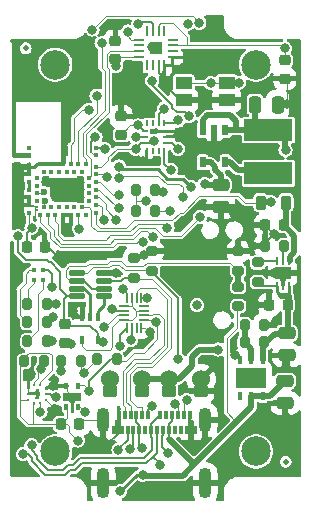
<source format=gbr>
%TF.GenerationSoftware,KiCad,Pcbnew,7.0.1-3b83917a11~172~ubuntu22.04.1*%
%TF.CreationDate,2023-07-05T11:02:10+02:00*%
%TF.ProjectId,phyphox-newton,70687970-686f-4782-9d6e-6577746f6e2e,rev?*%
%TF.SameCoordinates,Original*%
%TF.FileFunction,Copper,L1,Top*%
%TF.FilePolarity,Positive*%
%FSLAX46Y46*%
G04 Gerber Fmt 4.6, Leading zero omitted, Abs format (unit mm)*
G04 Created by KiCad (PCBNEW 7.0.1-3b83917a11~172~ubuntu22.04.1) date 2023-07-05 11:02:10*
%MOMM*%
%LPD*%
G01*
G04 APERTURE LIST*
G04 Aperture macros list*
%AMRoundRect*
0 Rectangle with rounded corners*
0 $1 Rounding radius*
0 $2 $3 $4 $5 $6 $7 $8 $9 X,Y pos of 4 corners*
0 Add a 4 corners polygon primitive as box body*
4,1,4,$2,$3,$4,$5,$6,$7,$8,$9,$2,$3,0*
0 Add four circle primitives for the rounded corners*
1,1,$1+$1,$2,$3*
1,1,$1+$1,$4,$5*
1,1,$1+$1,$6,$7*
1,1,$1+$1,$8,$9*
0 Add four rect primitives between the rounded corners*
20,1,$1+$1,$2,$3,$4,$5,0*
20,1,$1+$1,$4,$5,$6,$7,0*
20,1,$1+$1,$6,$7,$8,$9,0*
20,1,$1+$1,$8,$9,$2,$3,0*%
%AMFreePoly0*
4,1,21,-0.600000,0.250000,-0.580970,0.345671,-0.526777,0.426777,-0.445671,0.480970,-0.350000,0.500000,0.350000,0.500000,0.445671,0.480970,0.526777,0.426777,0.580970,0.345671,0.600000,0.250000,0.600000,-0.250000,0.580970,-0.345671,0.526777,-0.426777,0.445671,-0.480970,0.350000,-0.500000,-0.350000,-0.500000,-0.445671,-0.480970,-0.526777,-0.426777,-0.580970,-0.345671,-0.600000,-0.250000,
-0.600000,0.250000,-0.600000,0.250000,$1*%
G04 Aperture macros list end*
%TA.AperFunction,SMDPad,CuDef*%
%ADD10R,0.350000X0.550000*%
%TD*%
%TA.AperFunction,SMDPad,CuDef*%
%ADD11R,1.600000X0.700000*%
%TD*%
%TA.AperFunction,SMDPad,CuDef*%
%ADD12RoundRect,0.250000X0.475000X-0.250000X0.475000X0.250000X-0.475000X0.250000X-0.475000X-0.250000X0*%
%TD*%
%TA.AperFunction,SMDPad,CuDef*%
%ADD13R,0.400000X0.650000*%
%TD*%
%TA.AperFunction,ComponentPad*%
%ADD14C,2.500000*%
%TD*%
%TA.AperFunction,SMDPad,CuDef*%
%ADD15R,0.270000X0.840000*%
%TD*%
%TA.AperFunction,SMDPad,CuDef*%
%ADD16R,0.840000X0.270000*%
%TD*%
%TA.AperFunction,SMDPad,CuDef*%
%ADD17R,1.100000X1.100000*%
%TD*%
%TA.AperFunction,SMDPad,CuDef*%
%ADD18R,1.400000X1.050000*%
%TD*%
%TA.AperFunction,SMDPad,CuDef*%
%ADD19R,4.100000X1.850000*%
%TD*%
%TA.AperFunction,SMDPad,CuDef*%
%ADD20RoundRect,0.200000X-0.200000X-0.275000X0.200000X-0.275000X0.200000X0.275000X-0.200000X0.275000X0*%
%TD*%
%TA.AperFunction,SMDPad,CuDef*%
%ADD21R,0.850000X0.200000*%
%TD*%
%TA.AperFunction,SMDPad,CuDef*%
%ADD22R,0.200000X0.850000*%
%TD*%
%TA.AperFunction,SMDPad,CuDef*%
%ADD23RoundRect,0.225000X0.250000X-0.225000X0.250000X0.225000X-0.250000X0.225000X-0.250000X-0.225000X0*%
%TD*%
%TA.AperFunction,SMDPad,CuDef*%
%ADD24RoundRect,0.200000X0.275000X-0.200000X0.275000X0.200000X-0.275000X0.200000X-0.275000X-0.200000X0*%
%TD*%
%TA.AperFunction,SMDPad,CuDef*%
%ADD25R,0.300000X0.700000*%
%TD*%
%TA.AperFunction,SMDPad,CuDef*%
%ADD26R,1.000000X0.700000*%
%TD*%
%TA.AperFunction,ComponentPad*%
%ADD27O,1.100000X2.100000*%
%TD*%
%TA.AperFunction,ComponentPad*%
%ADD28O,1.100000X2.600000*%
%TD*%
%TA.AperFunction,SMDPad,CuDef*%
%ADD29RoundRect,0.200000X0.200000X0.275000X-0.200000X0.275000X-0.200000X-0.275000X0.200000X-0.275000X0*%
%TD*%
%TA.AperFunction,ComponentPad*%
%ADD30C,1.524000*%
%TD*%
%TA.AperFunction,SMDPad,CuDef*%
%ADD31FreePoly0,0.000000*%
%TD*%
%TA.AperFunction,SMDPad,CuDef*%
%ADD32RoundRect,0.225000X-0.250000X0.225000X-0.250000X-0.225000X0.250000X-0.225000X0.250000X0.225000X0*%
%TD*%
%TA.AperFunction,SMDPad,CuDef*%
%ADD33RoundRect,0.250000X-0.250000X-0.475000X0.250000X-0.475000X0.250000X0.475000X-0.250000X0.475000X0*%
%TD*%
%TA.AperFunction,SMDPad,CuDef*%
%ADD34RoundRect,0.200000X-0.275000X0.200000X-0.275000X-0.200000X0.275000X-0.200000X0.275000X0.200000X0*%
%TD*%
%TA.AperFunction,SMDPad,CuDef*%
%ADD35C,0.500000*%
%TD*%
%TA.AperFunction,SMDPad,CuDef*%
%ADD36RoundRect,0.225000X0.225000X0.250000X-0.225000X0.250000X-0.225000X-0.250000X0.225000X-0.250000X0*%
%TD*%
%TA.AperFunction,SMDPad,CuDef*%
%ADD37R,0.558800X0.952500*%
%TD*%
%TA.AperFunction,SMDPad,CuDef*%
%ADD38RoundRect,0.250000X-0.475000X0.250000X-0.475000X-0.250000X0.475000X-0.250000X0.475000X0.250000X0*%
%TD*%
%TA.AperFunction,SMDPad,CuDef*%
%ADD39RoundRect,0.218750X0.218750X0.381250X-0.218750X0.381250X-0.218750X-0.381250X0.218750X-0.381250X0*%
%TD*%
%TA.AperFunction,SMDPad,CuDef*%
%ADD40RoundRect,0.225000X-0.225000X-0.250000X0.225000X-0.250000X0.225000X0.250000X-0.225000X0.250000X0*%
%TD*%
%TA.AperFunction,SMDPad,CuDef*%
%ADD41R,0.400000X0.800000*%
%TD*%
%TA.AperFunction,SMDPad,CuDef*%
%ADD42R,2.500000X1.750000*%
%TD*%
%TA.AperFunction,SMDPad,CuDef*%
%ADD43R,0.355600X0.355600*%
%TD*%
%TA.AperFunction,SMDPad,CuDef*%
%ADD44R,0.431800X0.431800*%
%TD*%
%TA.AperFunction,SMDPad,CuDef*%
%ADD45RoundRect,0.125000X0.537500X0.125000X-0.537500X0.125000X-0.537500X-0.125000X0.537500X-0.125000X0*%
%TD*%
%TA.AperFunction,SMDPad,CuDef*%
%ADD46R,0.254000X0.482600*%
%TD*%
%TA.AperFunction,SMDPad,CuDef*%
%ADD47R,0.482600X0.254000*%
%TD*%
%TA.AperFunction,SMDPad,CuDef*%
%ADD48R,0.250000X0.650000*%
%TD*%
%TA.AperFunction,SMDPad,CuDef*%
%ADD49R,1.450000X1.050000*%
%TD*%
%TA.AperFunction,SMDPad,CuDef*%
%ADD50R,0.400000X0.400000*%
%TD*%
%TA.AperFunction,SMDPad,CuDef*%
%ADD51R,0.254000X0.279400*%
%TD*%
%TA.AperFunction,SMDPad,CuDef*%
%ADD52R,0.254000X0.254000*%
%TD*%
%TA.AperFunction,SMDPad,CuDef*%
%ADD53FreePoly0,180.000000*%
%TD*%
%TA.AperFunction,ViaPad*%
%ADD54C,0.800000*%
%TD*%
%TA.AperFunction,ViaPad*%
%ADD55C,0.600000*%
%TD*%
%TA.AperFunction,Conductor*%
%ADD56C,0.125000*%
%TD*%
%TA.AperFunction,Conductor*%
%ADD57C,0.250000*%
%TD*%
%TA.AperFunction,Conductor*%
%ADD58C,0.200000*%
%TD*%
%TA.AperFunction,Conductor*%
%ADD59C,0.500000*%
%TD*%
G04 APERTURE END LIST*
D10*
%TO.P,IC2,1,VDD*%
%TO.N,VCC*%
X104950000Y-133900000D03*
%TO.P,IC2,2,SCL*%
%TO.N,SCL*%
X105950000Y-133900000D03*
%TO.P,IC2,3,SDA*%
%TO.N,SDA*%
X105950000Y-132050000D03*
%TO.P,IC2,4,VSS*%
%TO.N,GND*%
X104950000Y-132050000D03*
D11*
%TO.P,IC2,5,PAD*%
X105450000Y-132975000D03*
%TD*%
D12*
%TO.P,C3,1*%
%TO.N,GND*%
X123600000Y-129500000D03*
%TO.P,C3,2*%
%TO.N,BUCK_OUT*%
X123600000Y-127600000D03*
%TD*%
D13*
%TO.P,U7,1*%
%TO.N,Net-(U5-Pad1)*%
X107600000Y-126250000D03*
%TO.P,U7,2*%
%TO.N,Net-(U5-Pad7)*%
X106950000Y-126250000D03*
%TO.P,U7,3,GND*%
%TO.N,GND*%
X106300000Y-126250000D03*
%TO.P,U7,4*%
%TO.N,DAM*%
X106300000Y-128150000D03*
%TO.P,U7,5,VCC*%
%TO.N,VBUS*%
X107600000Y-128150000D03*
%TD*%
D14*
%TO.P,H3,1*%
%TO.N,N/C*%
X121000000Y-137625000D03*
%TD*%
D15*
%TO.P,U4,1,INT*%
%TO.N,MLX_INT*%
X113250000Y-102065000D03*
%TO.P,U4,2,SENB/CS*%
%TO.N,VCC*%
X112750000Y-102065000D03*
%TO.P,U4,3,SCL/SCLK*%
%TO.N,SCL*%
X112250000Y-102065000D03*
%TO.P,U4,4,N/C*%
%TO.N,unconnected-(U4-N{slash}C-Pad4)*%
X111750000Y-102065000D03*
D16*
%TO.P,U4,5,SDA/MOSI*%
%TO.N,SDA*%
X111065000Y-102750000D03*
%TO.P,U4,6,MISO*%
%TO.N,unconnected-(U4-MISO-Pad6)*%
X111065000Y-103250000D03*
%TO.P,U4,7,INT/TRIG*%
%TO.N,MLX_TRIG*%
X111065000Y-103750000D03*
%TO.P,U4,8,VDD_IO*%
%TO.N,VCC*%
X111065000Y-104250000D03*
D15*
%TO.P,U4,9,N/C*%
%TO.N,unconnected-(U4-N{slash}C-Pad9)*%
X111750000Y-104935000D03*
%TO.P,U4,10,N/C*%
%TO.N,unconnected-(U4-N{slash}C-Pad10)*%
X112250000Y-104935000D03*
%TO.P,U4,11,A1*%
%TO.N,GND*%
X112750000Y-104935000D03*
%TO.P,U4,12,A0*%
X113250000Y-104935000D03*
D16*
%TO.P,U4,13,VSS*%
X113935000Y-104250000D03*
%TO.P,U4,14,N/C*%
%TO.N,unconnected-(U4-N{slash}C-Pad14)*%
X113935000Y-103750000D03*
%TO.P,U4,15,VDD*%
%TO.N,VCC*%
X113935000Y-103250000D03*
%TO.P,U4,16,N/C*%
%TO.N,unconnected-(U4-N{slash}C-Pad16)*%
X113935000Y-102750000D03*
D17*
%TO.P,U4,17,GND*%
%TO.N,GND*%
X112500000Y-103500000D03*
%TD*%
D18*
%TO.P,SW1,1,1*%
%TO.N,GND*%
X118500000Y-107875000D03*
X114900000Y-107875000D03*
%TO.P,SW1,2,2*%
%TO.N,RESET*%
X118500000Y-106425000D03*
X114900000Y-106425000D03*
%TD*%
D19*
%TO.P,L1,1,1*%
%TO.N,Net-(U6-LX)*%
X122049999Y-114075000D03*
%TO.P,L1,2,2*%
%TO.N,SC*%
X122049999Y-110425000D03*
%TD*%
D20*
%TO.P,R4,1*%
%TO.N,GND*%
X121750000Y-120200000D03*
%TO.P,R4,2*%
%TO.N,Net-(S1-ILIM)*%
X123400000Y-120200000D03*
%TD*%
D21*
%TO.P,IC6,1,SEL1*%
%TO.N,DAM*%
X109850000Y-125300000D03*
%TO.P,IC6,2,S1*%
%TO.N,VCC_DAM*%
X109850000Y-125700000D03*
%TO.P,IC6,3,D1*%
%TO.N,VCC*%
X109850000Y-126100000D03*
%TO.P,IC6,4,SEL2*%
%TO.N,DAM*%
X109850000Y-126500000D03*
D22*
%TO.P,IC6,5,S2*%
%TO.N,1Wire_DAM*%
X110100000Y-127150000D03*
%TO.P,IC6,6,D2*%
%TO.N,1Wire*%
X110500000Y-127150000D03*
%TO.P,IC6,7,N.C._1*%
%TO.N,unconnected-(IC6-N.C._1-Pad7)*%
X110900000Y-127150000D03*
%TO.P,IC6,8,GND*%
%TO.N,GND*%
X111300000Y-127150000D03*
D21*
%TO.P,IC6,9,D3*%
%TO.N,SDA*%
X111550000Y-126500000D03*
%TO.P,IC6,10,S3*%
%TO.N,SDA_DAM*%
X111550000Y-126100000D03*
%TO.P,IC6,11,SEL3*%
%TO.N,DAM*%
X111550000Y-125700000D03*
%TO.P,IC6,12,N.C._2*%
%TO.N,unconnected-(IC6-N.C._2-Pad12)*%
X111550000Y-125300000D03*
D22*
%TO.P,IC6,13,D4*%
%TO.N,SCL*%
X111300000Y-124650000D03*
%TO.P,IC6,14,S4*%
%TO.N,SCL_DAM*%
X110900000Y-124650000D03*
%TO.P,IC6,15,SEL4*%
%TO.N,DAM*%
X110500000Y-124650000D03*
%TO.P,IC6,16,VDD*%
%TO.N,VBUS*%
X110100000Y-124650000D03*
%TD*%
D23*
%TO.P,C9,1*%
%TO.N,VCC*%
X109100000Y-104400000D03*
%TO.P,C9,2*%
%TO.N,GND*%
X109100000Y-102850000D03*
%TD*%
D24*
%TO.P,R14,1*%
%TO.N,CC2*%
X112200000Y-122325000D03*
%TO.P,R14,2*%
%TO.N,GND*%
X112200000Y-120675000D03*
%TD*%
D25*
%TO.P,J2,A1,GND*%
%TO.N,GND*%
X109375000Y-134535000D03*
%TO.P,J2,A2,TX1+*%
%TO.N,SDA_DAM*%
X109875000Y-134535000D03*
%TO.P,J2,A3,TX1-*%
%TO.N,SCL_DAM*%
X110375000Y-134535000D03*
%TO.P,J2,A4,VBUS*%
%TO.N,VBUS*%
X110875000Y-134535000D03*
%TO.P,J2,A5,CC1*%
%TO.N,CC1*%
X111375000Y-134535000D03*
%TO.P,J2,A6,D+*%
%TO.N,/USB_P*%
X111875000Y-134535000D03*
%TO.P,J2,A7,D-*%
%TO.N,/USB_N*%
X112875000Y-134535000D03*
%TO.P,J2,A8,SBU1*%
%TO.N,unconnected-(J2-SBU1-PadA8)*%
X113375000Y-134535000D03*
%TO.P,J2,A9,VBUS*%
%TO.N,VBUS*%
X113875000Y-134535000D03*
%TO.P,J2,A10,RX2-*%
%TO.N,VCC_DAM*%
X114375000Y-134535000D03*
%TO.P,J2,A11,RX2+*%
%TO.N,1Wire_DAM*%
X114875000Y-134535000D03*
%TO.P,J2,A12,GND*%
%TO.N,GND*%
X115375000Y-134535000D03*
D26*
%TO.P,J2,B1,GND*%
X115475000Y-135835000D03*
D25*
%TO.P,J2,B2,TX2+*%
%TO.N,unconnected-(J2-TX2+-PadB2)*%
X114625000Y-135835000D03*
%TO.P,J2,B3,TX2-*%
%TO.N,unconnected-(J2-TX2--PadB3)*%
X114125000Y-135835000D03*
%TO.P,J2,B4,VBUS*%
%TO.N,VBUS*%
X113625000Y-135835000D03*
%TO.P,J2,B5,CC2*%
%TO.N,CC2*%
X113125000Y-135835000D03*
%TO.P,J2,B6,D+*%
%TO.N,/USB_P*%
X112625000Y-135835000D03*
%TO.P,J2,B7,D-*%
%TO.N,/USB_N*%
X112125000Y-135835000D03*
%TO.P,J2,B8,SBU2*%
%TO.N,unconnected-(J2-SBU2-PadB8)*%
X111625000Y-135835000D03*
%TO.P,J2,B9,VBUS*%
%TO.N,VBUS*%
X111125000Y-135835000D03*
%TO.P,J2,B10,RX1-*%
%TO.N,VCC_DAM*%
X110625000Y-135835000D03*
%TO.P,J2,B11,RX1+*%
%TO.N,1Wire_DAM*%
X110125000Y-135835000D03*
D26*
%TO.P,J2,B12,GND*%
%TO.N,GND*%
X109275000Y-135835000D03*
D27*
%TO.P,J2,S1,SHIELD*%
X108055000Y-134945000D03*
D28*
X108055000Y-140305000D03*
D27*
X116695000Y-134945000D03*
D28*
X116695000Y-140305000D03*
%TD*%
D29*
%TO.P,R7,1*%
%TO.N,LED_R*%
X103300000Y-128300000D03*
%TO.P,R7,2*%
%TO.N,Net-(LED1-K_R)*%
X101650000Y-128300000D03*
%TD*%
D30*
%TO.P,C1,1*%
%TO.N,SC*%
X111375000Y-131500000D03*
D31*
X111375000Y-132500000D03*
D30*
%TO.P,C1,2*%
%TO.N,GND*%
X116375000Y-131500000D03*
D31*
X116375000Y-132500000D03*
%TD*%
D24*
%TO.P,R13,1*%
%TO.N,CC1*%
X110700000Y-122925000D03*
%TO.P,R13,2*%
%TO.N,GND*%
X110700000Y-121275000D03*
%TD*%
D32*
%TO.P,C10,1*%
%TO.N,VBUS*%
X104800000Y-126855000D03*
%TO.P,C10,2*%
%TO.N,GND*%
X104800000Y-128405000D03*
%TD*%
D24*
%TO.P,R19,1*%
%TO.N,VBUS*%
X119500000Y-125325000D03*
%TO.P,R19,2*%
%TO.N,DAM_REF*%
X119500000Y-123675000D03*
%TD*%
D23*
%TO.P,C11,1*%
%TO.N,VCC*%
X109570000Y-110815000D03*
%TO.P,C11,2*%
%TO.N,GND*%
X109570000Y-109265000D03*
%TD*%
D33*
%TO.P,C4,1*%
%TO.N,SC*%
X120925000Y-108250000D03*
%TO.P,C4,2*%
%TO.N,GND*%
X122825000Y-108250000D03*
%TD*%
D34*
%TO.P,R3,1*%
%TO.N,Net-(S1-FLG)*%
X121150000Y-121625000D03*
%TO.P,R3,2*%
%TO.N,BUCK_OUT*%
X121150000Y-123275000D03*
%TD*%
D32*
%TO.P,C14,1*%
%TO.N,VCC*%
X123450000Y-104500000D03*
%TO.P,C14,2*%
%TO.N,GND*%
X123450000Y-106050000D03*
%TD*%
D14*
%TO.P,H1,1*%
%TO.N,N/C*%
X104000000Y-104875000D03*
%TD*%
D29*
%TO.P,R9,1*%
%TO.N,VCC*%
X106150000Y-130000000D03*
%TO.P,R9,2*%
%TO.N,SCL*%
X104500000Y-130000000D03*
%TD*%
D35*
%TO.P,FID3,*%
%TO.N,*%
X123500000Y-138500000D03*
%TD*%
D36*
%TO.P,C7,1*%
%TO.N,Net-(S1-VOUT)*%
X123350000Y-118450000D03*
%TO.P,C7,2*%
%TO.N,GND*%
X121800000Y-118450000D03*
%TD*%
D20*
%TO.P,R11,1*%
%TO.N,VCC*%
X110800000Y-115500000D03*
%TO.P,R11,2*%
%TO.N,BMI_INT_2*%
X112450000Y-115500000D03*
%TD*%
D29*
%TO.P,R6,1*%
%TO.N,LED_B*%
X103300000Y-125100000D03*
%TO.P,R6,2*%
%TO.N,Net-(LED1-K_B)*%
X101650000Y-125100000D03*
%TD*%
D37*
%TO.P,U6,1,CE*%
%TO.N,SC*%
X118400000Y-110400000D03*
%TO.P,U6,2,GND*%
%TO.N,GND*%
X117449999Y-110400000D03*
%TO.P,U6,3,BAT*%
%TO.N,SC*%
X116499998Y-110400000D03*
%TO.P,U6,4,VOUT*%
%TO.N,VCC*%
X116499998Y-113155900D03*
%TO.P,U6,5,LX*%
%TO.N,Net-(U6-LX)*%
X118400000Y-113155900D03*
%TD*%
D29*
%TO.P,R5,1*%
%TO.N,LED_G*%
X103300000Y-126700000D03*
%TO.P,R5,2*%
%TO.N,Net-(LED1-K_G)*%
X101650000Y-126700000D03*
%TD*%
D38*
%TO.P,C5,1*%
%TO.N,VCC*%
X118000000Y-115027950D03*
%TO.P,C5,2*%
%TO.N,GND*%
X118000000Y-116927950D03*
%TD*%
D39*
%TO.P,FB1,1*%
%TO.N,Net-(S1-VOUT)*%
X123537500Y-116550000D03*
%TO.P,FB1,2*%
%TO.N,SC*%
X121412500Y-116550000D03*
%TD*%
D40*
%TO.P,C8,1*%
%TO.N,VCC*%
X101605000Y-120300000D03*
%TO.P,C8,2*%
%TO.N,GND*%
X103155000Y-120300000D03*
%TD*%
D36*
%TO.P,C6,1*%
%TO.N,BUCK_OUT*%
X123675000Y-125200000D03*
%TO.P,C6,2*%
%TO.N,GND*%
X122125000Y-125200000D03*
%TD*%
D41*
%TO.P,IC3,1,OUT*%
%TO.N,BUCK_OUT*%
X121550000Y-129900000D03*
%TO.P,IC3,2,ADJ/SENSE*%
%TO.N,Net-(IC3-ADJ{slash}SENSE)*%
X120600000Y-129900000D03*
%TO.P,IC3,3,GND*%
%TO.N,GND*%
X119650000Y-129900000D03*
%TO.P,IC3,4,PG*%
%TO.N,unconnected-(IC3-PG-Pad4)*%
X119650000Y-132900000D03*
%TO.P,IC3,5,EN*%
%TO.N,VBUS*%
X120600000Y-132900000D03*
%TO.P,IC3,6,IN*%
X121550000Y-132900000D03*
D42*
%TO.P,IC3,7,EPAD*%
%TO.N,GND*%
X120600000Y-131400000D03*
%TD*%
D43*
%TO.P,U1,1,ANT_PCB*%
%TO.N,unconnected-(U1-ANT_PCB-Pad1)*%
X101811198Y-111910000D03*
%TO.P,U1,2,ANT_GND1*%
%TO.N,GND*%
X101811198Y-112560000D03*
%TO.P,U1,3,ANT_GND2*%
X101811198Y-113502000D03*
%TO.P,U1,4,GND*%
X101811198Y-114152000D03*
%TO.P,U1,5,ANT_INT*%
%TO.N,/ANT*%
X101811198Y-114802000D03*
%TO.P,U1,6,ANT*%
X101811198Y-115452000D03*
%TO.P,U1,7,GND*%
%TO.N,GND*%
X101811198Y-116102000D03*
%TO.P,U1,8,GND*%
X101811198Y-116752000D03*
%TO.P,U1,9,VCC*%
%TO.N,VCC*%
X101811198Y-117402000D03*
%TO.P,U1,10,GPIO_10*%
%TO.N,unconnected-(U1-GPIO_10-Pad10)*%
X102461198Y-114477000D03*
%TO.P,U1,11,GPIO_11*%
%TO.N,unconnected-(U1-GPIO_11-Pad11)*%
X102461198Y-115127000D03*
%TO.P,U1,12,RESET_N*%
%TO.N,RESET*%
X102461198Y-115777000D03*
%TO.P,U1,13,GPIO_13*%
%TO.N,unconnected-(U1-GPIO_13-Pad13)*%
X102461198Y-116427000D03*
%TO.P,U1,14,GPIO_14*%
%TO.N,BMI_INT_2*%
X102701198Y-117590000D03*
%TO.P,U1,15,GPIO_15*%
%TO.N,BMI_INT_1*%
X103351198Y-117590000D03*
%TO.P,U1,16,SWO/GPIO_16*%
%TO.N,SWO*%
X104001198Y-117590000D03*
%TO.P,U1,17,XL1/GPIO_17*%
%TO.N,GND*%
X104651198Y-117590000D03*
%TO.P,U1,18,XL2/GPIO_18*%
X105301198Y-117590000D03*
%TO.P,U1,19,GPIO_19*%
%TO.N,VL53_DRY*%
X105951198Y-117590000D03*
%TO.P,U1,20,GPIO_20*%
%TO.N,unconnected-(U1-GPIO_20-Pad20)*%
X106601198Y-117590000D03*
%TO.P,U1,21,VBUS*%
%TO.N,VBUS*%
X103026198Y-116940000D03*
%TO.P,U1,22,NFC1/GPIO_22*%
%TO.N,unconnected-(U1-NFC1{slash}GPIO_22-Pad22)*%
X103676198Y-116940000D03*
%TO.P,U1,23,NFC2/GPIO_23*%
%TO.N,unconnected-(U1-NFC2{slash}GPIO_23-Pad23)*%
X104326198Y-116940000D03*
%TO.P,U1,24,GPIO_24*%
%TO.N,unconnected-(U1-GPIO_24-Pad24)*%
X104976198Y-116940000D03*
%TO.P,U1,25,GPIO_25*%
%TO.N,unconnected-(U1-GPIO_25-Pad25)*%
X105626198Y-116940000D03*
%TO.P,U1,26,GPIO_26*%
%TO.N,1Wire*%
X106276198Y-116940000D03*
%TO.P,U1,27,GPIO_27*%
%TO.N,SC*%
X107491202Y-117402000D03*
%TO.P,U1,28,GPIO_28*%
%TO.N,LED_G*%
X107491202Y-116752000D03*
%TO.P,U1,29,GPIO_29*%
%TO.N,LED_R*%
X107491202Y-116102000D03*
%TO.P,U1,30,GPIO_30*%
%TO.N,LED_B*%
X107491202Y-115452000D03*
%TO.P,U1,31,GPIO_31*%
%TO.N,BMP581_INT*%
X107491202Y-114802000D03*
%TO.P,U1,32,GPIO_32*%
%TO.N,SCL*%
X107491202Y-114152000D03*
%TO.P,U1,33,GPIO_33*%
%TO.N,SDA*%
X107491202Y-113502000D03*
%TO.P,U1,34,USBDP*%
%TO.N,/USB_P*%
X107491202Y-112560000D03*
%TO.P,U1,35,USBDM*%
%TO.N,/USB_N*%
X107491202Y-111910000D03*
%TO.P,U1,36,GPIO_36*%
%TO.N,unconnected-(U1-GPIO_36-Pad36)*%
X106841202Y-116427000D03*
%TO.P,U1,37,GPIO_37*%
%TO.N,unconnected-(U1-GPIO_37-Pad37)*%
X106841202Y-115777000D03*
%TO.P,U1,38,GPIO_38*%
%TO.N,unconnected-(U1-GPIO_38-Pad38)*%
X106841202Y-115127000D03*
%TO.P,U1,39,GPIO_39*%
%TO.N,MLX_TRIG*%
X106841202Y-114477000D03*
%TO.P,U1,40,GPIO_40*%
%TO.N,VEML_INT*%
X106601202Y-113315000D03*
%TO.P,U1,41,SWDCLK*%
%TO.N,SWDCLK*%
X105951202Y-113315000D03*
%TO.P,U1,42,SWDIO*%
%TO.N,SWDIO*%
X105301202Y-113315000D03*
%TO.P,U1,43,GND*%
%TO.N,GND*%
X104651202Y-113315000D03*
%TO.P,U1,44,GND*%
X104001202Y-113315000D03*
%TO.P,U1,45,GND*%
X103351202Y-113315000D03*
%TO.P,U1,46,GND*%
X102701202Y-113315000D03*
%TO.P,U1,47,GPIO_47*%
%TO.N,unconnected-(U1-GPIO_47-Pad47)*%
X106276202Y-113965000D03*
%TO.P,U1,48,GPIO_48*%
%TO.N,unconnected-(U1-GPIO_48-Pad48)*%
X105626202Y-113965000D03*
%TO.P,U1,49,GPIO_49*%
%TO.N,unconnected-(U1-GPIO_49-Pad49)*%
X104976202Y-113965000D03*
%TO.P,U1,50,GPIO_50*%
%TO.N,unconnected-(U1-GPIO_50-Pad50)*%
X104326202Y-113965000D03*
%TO.P,U1,51,GPIO_51*%
%TO.N,unconnected-(U1-GPIO_51-Pad51)*%
X103676202Y-113965000D03*
%TO.P,U1,52,GPIO_52*%
%TO.N,unconnected-(U1-GPIO_52-Pad52)*%
X103026202Y-113965000D03*
D44*
%TO.P,U1,53,GND*%
%TO.N,GND*%
X104131202Y-115002000D03*
%TO.P,U1,54,GND*%
X104131202Y-115902000D03*
%TO.P,U1,55,GND*%
X105171202Y-115902000D03*
%TO.P,U1,56,GND*%
X105171202Y-115002000D03*
%TD*%
D20*
%TO.P,R10,1*%
%TO.N,VCC*%
X107550000Y-129820000D03*
%TO.P,R10,2*%
%TO.N,SDA*%
X109200000Y-129820000D03*
%TD*%
%TO.P,R8,1*%
%TO.N,VCC*%
X101375000Y-130000000D03*
%TO.P,R8,2*%
%TO.N,BMP581_INT*%
X103025000Y-130000000D03*
%TD*%
%TO.P,R12,1*%
%TO.N,VCC*%
X110800000Y-117250000D03*
%TO.P,R12,2*%
%TO.N,BMI_INT_1*%
X112450000Y-117250000D03*
%TD*%
D45*
%TO.P,U5,1*%
%TO.N,Net-(U5-Pad1)*%
X108100000Y-124500000D03*
%TO.P,U5,2,-*%
%TO.N,DAM_REF*%
X108100000Y-123850000D03*
%TO.P,U5,3,+*%
%TO.N,CC1*%
X108100000Y-123200000D03*
%TO.P,U5,4,V-*%
%TO.N,GND*%
X108100000Y-122550000D03*
%TO.P,U5,5,+*%
%TO.N,CC2*%
X105825000Y-122550000D03*
%TO.P,U5,6,-*%
%TO.N,DAM_REF*%
X105825000Y-123200000D03*
%TO.P,U5,7*%
%TO.N,Net-(U5-Pad7)*%
X105825000Y-123850000D03*
%TO.P,U5,8,V+*%
%TO.N,VBUS*%
X105825000Y-124500000D03*
%TD*%
D20*
%TO.P,R1,1*%
%TO.N,Net-(IC3-ADJ{slash}SENSE)*%
X120025000Y-128400000D03*
%TO.P,R1,2*%
%TO.N,BUCK_OUT*%
X121675000Y-128400000D03*
%TD*%
D35*
%TO.P,FID1,*%
%TO.N,*%
X101500000Y-103500000D03*
%TD*%
D46*
%TO.P,U2,1,SDO*%
%TO.N,GND*%
X111749999Y-112155700D03*
%TO.P,U2,2,NC*%
%TO.N,unconnected-(U2-NC-Pad2)*%
X112250000Y-112155700D03*
%TO.P,U2,3,NC*%
%TO.N,unconnected-(U2-NC-Pad3)*%
X112750000Y-112155700D03*
%TO.P,U2,4,INT1*%
%TO.N,BMI_INT_1*%
X113250001Y-112155700D03*
D47*
%TO.P,U2,5,VDDIO*%
%TO.N,VCC*%
X113414400Y-111499999D03*
%TO.P,U2,6,GNDIO*%
%TO.N,GND*%
X113414400Y-111000000D03*
%TO.P,U2,7,GND*%
X113414400Y-110500001D03*
D46*
%TO.P,U2,8,VDD*%
%TO.N,VCC*%
X113250001Y-109844300D03*
%TO.P,U2,9,INT2*%
%TO.N,BMI_INT_2*%
X112750000Y-109844300D03*
%TO.P,U2,10,NC*%
%TO.N,unconnected-(U2-NC-Pad10)*%
X112250000Y-109844300D03*
%TO.P,U2,11,NC*%
%TO.N,unconnected-(U2-NC-Pad11)*%
X111749999Y-109844300D03*
D47*
%TO.P,U2,12,CSB*%
%TO.N,VCC*%
X111585600Y-110500001D03*
%TO.P,U2,13,SCX*%
%TO.N,SCL*%
X111585600Y-111000000D03*
%TO.P,U2,14,SDX*%
%TO.N,SDA*%
X111585600Y-111499999D03*
%TD*%
D20*
%TO.P,R2,1*%
%TO.N,Net-(IC3-ADJ{slash}SENSE)*%
X120025000Y-126900000D03*
%TO.P,R2,2*%
%TO.N,GND*%
X121675000Y-126900000D03*
%TD*%
D40*
%TO.P,C12,1*%
%TO.N,VCC*%
X104475000Y-135300000D03*
%TO.P,C12,2*%
%TO.N,GND*%
X106025000Y-135300000D03*
%TD*%
D24*
%TO.P,R18,1*%
%TO.N,DAM_REF*%
X119500000Y-122325000D03*
%TO.P,R18,2*%
%TO.N,GND*%
X119500000Y-120675000D03*
%TD*%
D38*
%TO.P,C2,1*%
%TO.N,VBUS*%
X123450000Y-131650000D03*
%TO.P,C2,2*%
%TO.N,GND*%
X123450000Y-133550000D03*
%TD*%
D48*
%TO.P,S1,1,VOUT*%
%TO.N,Net-(S1-VOUT)*%
X123770000Y-121487500D03*
%TO.P,S1,2,ILIM*%
%TO.N,Net-(S1-ILIM)*%
X123270000Y-121487500D03*
%TO.P,S1,3,FLG*%
%TO.N,Net-(S1-FLG)*%
X122770000Y-121487500D03*
%TO.P,S1,4,CE*%
%TO.N,BUCK_OUT*%
X122770000Y-123587500D03*
%TO.P,S1,5,VSS*%
%TO.N,GND*%
X123270000Y-123587500D03*
%TO.P,S1,6,VIN*%
%TO.N,BUCK_OUT*%
X123770000Y-123587500D03*
D49*
%TO.P,S1,7,EPAD*%
%TO.N,GND*%
X123270000Y-122537500D03*
%TD*%
D50*
%TO.P,LED1,1,COM_A*%
%TO.N,VCC*%
X103000000Y-122300000D03*
%TO.P,LED1,2,K_R*%
%TO.N,Net-(LED1-K_R)*%
X103000000Y-123100000D03*
%TO.P,LED1,3,K_B*%
%TO.N,Net-(LED1-K_B)*%
X102200000Y-123100000D03*
%TO.P,LED1,4,K_G*%
%TO.N,Net-(LED1-K_G)*%
X102200000Y-122300000D03*
%TD*%
D51*
%TO.P,U3,1,VDDIO*%
%TO.N,VCC*%
X102226999Y-133510301D03*
%TO.P,U3,2,SCK*%
%TO.N,SCL*%
X102726999Y-133510301D03*
D52*
%TO.P,U3,3,VSS*%
%TO.N,GND*%
X103250000Y-133249999D03*
%TO.P,U3,4,SDI*%
%TO.N,SDA*%
X103250000Y-132750000D03*
%TO.P,U3,5,SDO*%
%TO.N,GND*%
X103250000Y-132250001D03*
D51*
%TO.P,U3,6,CSB*%
%TO.N,VCC*%
X102726999Y-131989699D03*
%TO.P,U3,7,INT*%
%TO.N,BMP581_INT*%
X102226999Y-131989699D03*
D52*
%TO.P,U3,8,VSS*%
%TO.N,GND*%
X101703998Y-132250001D03*
%TO.P,U3,9,VSS*%
X101703998Y-132750000D03*
%TO.P,U3,10,VDD*%
%TO.N,VCC*%
X101703998Y-133249999D03*
%TD*%
D53*
%TO.P,C13,1*%
%TO.N,SC*%
X113625000Y-132500000D03*
D30*
X113625000Y-131500000D03*
D53*
%TO.P,C13,2*%
%TO.N,GND*%
X108625000Y-132500000D03*
D30*
X108625000Y-131500000D03*
%TD*%
D14*
%TO.P,H4,1*%
%TO.N,N/C*%
X104000000Y-137625000D03*
%TD*%
%TO.P,H2,1*%
%TO.N,N/C*%
X121000000Y-104875000D03*
%TD*%
D54*
%TO.N,VL53_DRY*%
X106000000Y-118750000D03*
%TO.N,SWDIO*%
X109400500Y-114500000D03*
X106816275Y-108728275D03*
X114775500Y-116081637D03*
%TO.N,SWDCLK*%
X115500000Y-115250000D03*
X109400500Y-113500000D03*
X107500000Y-107500000D03*
%TO.N,/USB_N*%
X102001354Y-137105651D03*
X108171232Y-112046087D03*
%TO.N,/USB_P*%
X112200000Y-133800000D03*
X107400000Y-111000000D03*
X101258890Y-137848115D03*
X112840000Y-138730000D03*
%TO.N,SWO*%
X116250000Y-117750000D03*
%TO.N,RESET*%
X107150000Y-101900000D03*
X116200000Y-101325000D03*
D55*
X103022553Y-115624779D03*
D54*
X117175000Y-106425000D03*
X119550000Y-106400000D03*
%TO.N,SC*%
X122250000Y-116500000D03*
X117800000Y-129000000D03*
X123500000Y-112125000D03*
%TO.N,SDA*%
X104100499Y-133052417D03*
X112396094Y-111315204D03*
X110150498Y-102077635D03*
X106891344Y-132476443D03*
X110800000Y-112000000D03*
X112511746Y-126684003D03*
%TO.N,SCL*%
X111800000Y-124600000D03*
X104500000Y-130800000D03*
X111025000Y-101450498D03*
X110800000Y-111000000D03*
X108367339Y-114403050D03*
X102750000Y-134250000D03*
X106480500Y-134258375D03*
%TO.N,VBUS*%
X111400000Y-139600000D03*
X109706886Y-123878901D03*
D55*
X103138498Y-116415828D03*
D54*
X109500000Y-141000000D03*
X111346278Y-137346278D03*
X108049264Y-128338000D03*
X100833641Y-119407960D03*
D55*
%TO.N,GND*%
X100690000Y-107720000D03*
D54*
X122697119Y-126597234D03*
X114400000Y-110800000D03*
D55*
X105990000Y-114720000D03*
X101090000Y-113620000D03*
D54*
X112150498Y-103400498D03*
X109174645Y-122500500D03*
D55*
X104890000Y-111220000D03*
D54*
X111980707Y-127530763D03*
D55*
X100690000Y-114120000D03*
X101090000Y-116620000D03*
D54*
X119120000Y-117540000D03*
D55*
X103490000Y-107720000D03*
D54*
X121000000Y-125250000D03*
X110275367Y-107622922D03*
X120750000Y-120250000D03*
X104257765Y-121189441D03*
D55*
X100690000Y-118520000D03*
X102790000Y-107720000D03*
D54*
X108400000Y-137000000D03*
X108150000Y-110300000D03*
D55*
X101090000Y-115620000D03*
D54*
X116750000Y-107900000D03*
X100750000Y-122000000D03*
D55*
X100690000Y-115120000D03*
X102090000Y-107720000D03*
D54*
X110950000Y-105025000D03*
X123650000Y-108175000D03*
X111400000Y-113000000D03*
X114250000Y-120660000D03*
D55*
X104890000Y-107720000D03*
D54*
X115600000Y-137200000D03*
X117475000Y-101300000D03*
D55*
X104890000Y-108420000D03*
D54*
X111675000Y-109000000D03*
D55*
X101390000Y-107720000D03*
X100690000Y-117820000D03*
X104890000Y-110520000D03*
D54*
X122500000Y-119250000D03*
D55*
X101090000Y-114620000D03*
D54*
X115750000Y-122500000D03*
X103838000Y-132088000D03*
D55*
X103290000Y-114720000D03*
D54*
X123500000Y-134750000D03*
X101911897Y-131088103D03*
X109150000Y-101450498D03*
X117449999Y-111699999D03*
X103995085Y-134046345D03*
D55*
X104890000Y-109820000D03*
X100690000Y-117120000D03*
D54*
X122500500Y-122500000D03*
X105500000Y-125750000D03*
X111500000Y-121000000D03*
D55*
X104190000Y-107720000D03*
D54*
X106175000Y-106775000D03*
X123500000Y-130500000D03*
X116250000Y-120250000D03*
D55*
X100690000Y-116120000D03*
X104890000Y-109120000D03*
D54*
X119182069Y-129471389D03*
X105364689Y-128539481D03*
X106900000Y-103225000D03*
X117200000Y-104850000D03*
X120500000Y-131500000D03*
X104887979Y-119000000D03*
%TO.N,LED_G*%
X108153202Y-118013000D03*
X103804296Y-126278253D03*
%TO.N,LED_B*%
X104050500Y-125100000D03*
X109400500Y-117027345D03*
%TO.N,LED_R*%
X103725500Y-128270000D03*
X109152553Y-117995604D03*
%TO.N,VEML_INT*%
X107925000Y-103075000D03*
%TO.N,BMP581_INT*%
X109400000Y-115900000D03*
X102802165Y-130633760D03*
%TO.N,BMI_INT_2*%
X113200000Y-108600000D03*
X111399500Y-119872463D03*
X113088000Y-115656185D03*
%TO.N,BMI_INT_1*%
X113750000Y-117250000D03*
X112315055Y-119471510D03*
X113800000Y-113800000D03*
%TO.N,VCC_DAM*%
X110349356Y-137418043D03*
X114102755Y-133585833D03*
X108800000Y-125600000D03*
%TO.N,1Wire_DAM*%
X115125000Y-133250000D03*
X109351508Y-137475500D03*
X109516652Y-128667655D03*
%TO.N,1Wire*%
X113500000Y-118687000D03*
X115324218Y-109219439D03*
X112200000Y-106250000D03*
X110400000Y-128200000D03*
%TO.N,CC2*%
X114400000Y-129800000D03*
X113559312Y-137720688D03*
%TO.N,VCC*%
X123450000Y-103500000D03*
X116000000Y-125250000D03*
X101996296Y-118696431D03*
X115201446Y-101449998D03*
X111697367Y-116397247D03*
X109150498Y-105000000D03*
X114400000Y-109600000D03*
X106455500Y-131000000D03*
X105900000Y-136700000D03*
X103700000Y-123700000D03*
X114400000Y-112000000D03*
X111023497Y-110025806D03*
X116650000Y-114970000D03*
X108100500Y-127093750D03*
%TD*%
D56*
%TO.N,VL53_DRY*%
X105951198Y-118701198D02*
X106000000Y-118750000D01*
X105951198Y-117590000D02*
X105951198Y-118701198D01*
D57*
%TO.N,/ANT*%
X101811198Y-114802000D02*
X101811198Y-115452000D01*
D56*
%TO.N,SWDIO*%
X105301202Y-111698798D02*
X105301202Y-113315000D01*
X109400500Y-114500000D02*
X109613844Y-114286656D01*
X109613844Y-114286656D02*
X112713343Y-114286656D01*
X114500000Y-115000000D02*
X113426687Y-115000000D01*
X106271725Y-108728275D02*
X105626202Y-109373798D01*
X114775500Y-116081637D02*
X114775500Y-115275500D01*
X114775500Y-115275500D02*
X114500000Y-115000000D01*
X113426687Y-115000000D02*
X112713343Y-114286656D01*
X105626202Y-111373798D02*
X105301202Y-111698798D01*
X106816275Y-108728275D02*
X106271725Y-108728275D01*
X105626202Y-109373798D02*
X105626202Y-111373798D01*
D57*
%TO.N,SWDCLK*%
X109650500Y-113750000D02*
X109400500Y-113500000D01*
D56*
X107500000Y-108980760D02*
X107500000Y-107500000D01*
X105951202Y-113315000D02*
X105951202Y-110529558D01*
D57*
X113499695Y-114525000D02*
X112750000Y-113775305D01*
X112750000Y-113775305D02*
X112750000Y-113750000D01*
D56*
X107500000Y-108980760D02*
X105951202Y-110529558D01*
D57*
X115500000Y-115250000D02*
X114775000Y-114525000D01*
X112750000Y-113750000D02*
X109650500Y-113750000D01*
X114775000Y-114525000D02*
X113499695Y-114525000D01*
D58*
%TO.N,/USB_N*%
X112150000Y-136385001D02*
X112125000Y-136360001D01*
X112875000Y-134535000D02*
X112125000Y-135285000D01*
X104642032Y-139175000D02*
X105042032Y-138775000D01*
X105042032Y-138775000D02*
X105506800Y-138775000D01*
X111506800Y-138175000D02*
X112150000Y-137531800D01*
X112125000Y-135285000D02*
X112125000Y-135835000D01*
X108035145Y-111910000D02*
X108171232Y-112046087D01*
X102001354Y-137105651D02*
X102001354Y-137529916D01*
X103357968Y-139175000D02*
X104642032Y-139175000D01*
X107491202Y-111910000D02*
X108035145Y-111910000D01*
X112125000Y-136360001D02*
X112125000Y-135835000D01*
X102001354Y-137529916D02*
X102450000Y-137978562D01*
X105506800Y-138775000D02*
X106106800Y-138175000D01*
X106106800Y-138175000D02*
X111506800Y-138175000D01*
X112150000Y-137531800D02*
X112150000Y-136385001D01*
X102450000Y-137978562D02*
X102450000Y-138267032D01*
X102450000Y-138267032D02*
X103357968Y-139175000D01*
D56*
%TO.N,/USB_P*%
X107260602Y-112560000D02*
X107000000Y-112299398D01*
D58*
X102000019Y-138164979D02*
X102000019Y-138453421D01*
X112625000Y-135835000D02*
X112625000Y-136360001D01*
D56*
X107491202Y-112560000D02*
X107260602Y-112560000D01*
D58*
X112600000Y-137718200D02*
X112264100Y-138054100D01*
X112625000Y-136360001D02*
X112600000Y-136385001D01*
X101683155Y-137848115D02*
X102000019Y-138164979D01*
X101258890Y-137848115D02*
X101683155Y-137848115D01*
X102000019Y-138453421D02*
X103171580Y-139624981D01*
X104828421Y-139624981D02*
X105228402Y-139225000D01*
X105228402Y-139225000D02*
X105693200Y-139225000D01*
X111875000Y-134125000D02*
X112200000Y-133800000D01*
X112840000Y-138730000D02*
X112840000Y-138630000D01*
X106293200Y-138625000D02*
X111693200Y-138625000D01*
X112840000Y-138630000D02*
X112264100Y-138054100D01*
X107000000Y-111400000D02*
X107400000Y-111000000D01*
X111875000Y-134535000D02*
X111875000Y-134125000D01*
X112600000Y-136385001D02*
X112600000Y-137718200D01*
X111693200Y-138625000D02*
X112264100Y-138054100D01*
X103171580Y-139624981D02*
X104828421Y-139624981D01*
X107000000Y-112299398D02*
X107000000Y-111400000D01*
X105693200Y-139225000D02*
X106293200Y-138625000D01*
D56*
%TO.N,SWO*%
X108300000Y-119700000D02*
X108675000Y-119325000D01*
X104001198Y-118101198D02*
X104225479Y-118325479D01*
X104225479Y-118325479D02*
X104225479Y-119274417D01*
X114650500Y-119349500D02*
X116250000Y-117750000D01*
X108675000Y-119325000D02*
X110465380Y-119325000D01*
X104651062Y-119700000D02*
X108300000Y-119700000D01*
X112455462Y-118675000D02*
X113129962Y-119349500D01*
X104001198Y-117590000D02*
X104001198Y-118101198D01*
X104225479Y-119274417D02*
X104651062Y-119700000D01*
X110465380Y-119325000D02*
X111115381Y-118675000D01*
X113129962Y-119349500D02*
X114650500Y-119349500D01*
X111115381Y-118675000D02*
X112455462Y-118675000D01*
%TO.N,RESET*%
X118500000Y-106425000D02*
X117175000Y-106425000D01*
X118500000Y-106425000D02*
X119525000Y-106425000D01*
X108262002Y-100787998D02*
X107150000Y-101900000D01*
X119525000Y-106425000D02*
X119550000Y-106400000D01*
X114900000Y-106425000D02*
X117175000Y-106425000D01*
X102461198Y-115777000D02*
X102870332Y-115777000D01*
X115199915Y-100787998D02*
X115662998Y-100787998D01*
X115662998Y-100787998D02*
X116200000Y-101325000D01*
X102870332Y-115777000D02*
X103022553Y-115624779D01*
X115199915Y-100787998D02*
X108262002Y-100787998D01*
%TO.N,SC*%
X114536917Y-117400000D02*
X114800000Y-117400000D01*
X110650000Y-118025000D02*
X113911917Y-118025000D01*
D59*
X116499998Y-110400000D02*
X116499998Y-109527951D01*
X119300000Y-109652950D02*
X118825000Y-109177950D01*
D56*
X119500000Y-116000000D02*
X120050000Y-116550000D01*
D59*
X120925000Y-109950000D02*
X120925000Y-108250000D01*
X115600000Y-130352630D02*
X115600000Y-129600000D01*
D56*
X116200000Y-116000000D02*
X119500000Y-116000000D01*
D59*
X118825000Y-109177950D02*
X116849999Y-109177950D01*
X122049999Y-110425000D02*
X121400000Y-110425000D01*
X123200000Y-110425000D02*
X123450000Y-110675000D01*
D56*
X107775000Y-118675000D02*
X110000000Y-118675000D01*
D59*
X122024999Y-110400000D02*
X122049999Y-110425000D01*
D56*
X113911917Y-118025000D02*
X114536917Y-117400000D01*
D59*
X116200000Y-129000000D02*
X117800000Y-129000000D01*
D56*
X110000000Y-118675000D02*
X110650000Y-118025000D01*
D59*
X115600000Y-129600000D02*
X116200000Y-129000000D01*
X123450000Y-110675000D02*
X123450000Y-112075000D01*
X118400000Y-110400000D02*
X119300000Y-110400000D01*
X121400000Y-110425000D02*
X120925000Y-109950000D01*
X113375000Y-131500000D02*
X114452630Y-131500000D01*
D56*
X107491202Y-118391202D02*
X107775000Y-118675000D01*
X107491202Y-117402000D02*
X107491202Y-118391202D01*
X120050000Y-116550000D02*
X121412500Y-116550000D01*
X114800000Y-117400000D02*
X116200000Y-116000000D01*
D59*
X123450000Y-112075000D02*
X123500000Y-112125000D01*
X114452630Y-131500000D02*
X115600000Y-130352630D01*
X122250000Y-116500000D02*
X121462500Y-116500000D01*
X111375000Y-131500000D02*
X113375000Y-131500000D01*
X119300000Y-110400000D02*
X119300000Y-109652950D01*
X119300000Y-110400000D02*
X122024999Y-110400000D01*
X122049999Y-110425000D02*
X123200000Y-110425000D01*
X116849999Y-109177950D02*
X116499998Y-109527951D01*
D56*
%TO.N,SDA*%
X112327743Y-126500000D02*
X112511746Y-126684003D01*
D58*
X103577000Y-132750000D02*
X103250000Y-132750000D01*
D56*
X108491413Y-112908587D02*
X108491413Y-112708587D01*
X110450000Y-102750000D02*
X111065000Y-102750000D01*
D58*
X112396094Y-111315204D02*
X112211299Y-111499999D01*
D56*
X112643207Y-128106793D02*
X111500000Y-129250000D01*
X111500000Y-129250000D02*
X110700000Y-129250000D01*
D58*
X112511746Y-126684003D02*
X112680707Y-126852964D01*
D56*
X106000000Y-132000000D02*
X106414901Y-132000000D01*
X112511746Y-126684003D02*
X112643207Y-126815464D01*
X110150498Y-102450498D02*
X110450000Y-102750000D01*
X111550000Y-126500000D02*
X112327743Y-126500000D01*
D58*
X111300001Y-111499999D02*
X110800000Y-112000000D01*
D56*
X106414901Y-132000000D02*
X106891344Y-132476443D01*
D58*
X108732107Y-129820000D02*
X109200000Y-129820000D01*
X104100499Y-133052417D02*
X103879417Y-133052417D01*
D56*
X112643207Y-126815464D02*
X112643207Y-128106793D01*
X110150498Y-102077635D02*
X110150498Y-102450498D01*
D58*
X111585600Y-111499999D02*
X111300001Y-111499999D01*
D56*
X107491202Y-113502000D02*
X107898000Y-113502000D01*
X109200000Y-112000000D02*
X110800000Y-112000000D01*
D58*
X103879417Y-133052417D02*
X103577000Y-132750000D01*
D56*
X110700000Y-129250000D02*
X110000000Y-129950000D01*
X110000000Y-129950000D02*
X109425000Y-129950000D01*
X109200000Y-129820000D02*
X108679074Y-129820000D01*
D58*
X106891344Y-131660763D02*
X108732107Y-129820000D01*
X112211299Y-111499999D02*
X111585600Y-111499999D01*
X106891344Y-132476443D02*
X106891344Y-131660763D01*
D56*
X107898000Y-113502000D02*
X108491413Y-112908587D01*
X108491413Y-112708587D02*
X109200000Y-112000000D01*
D58*
%TO.N,SCL*%
X111202204Y-101273294D02*
X111025000Y-101450498D01*
X112250000Y-101418801D02*
X112104493Y-101273294D01*
D56*
X104500000Y-130800000D02*
X104500000Y-130000000D01*
X107491202Y-114152000D02*
X108116289Y-114152000D01*
D58*
X112104493Y-101273294D02*
X111202204Y-101273294D01*
X111585600Y-111000000D02*
X110800000Y-111000000D01*
X111300000Y-124650000D02*
X111750000Y-124650000D01*
D56*
X102726999Y-133510301D02*
X102726999Y-134226999D01*
X102726999Y-134226999D02*
X102750000Y-134250000D01*
X108116289Y-114152000D02*
X108367339Y-114403050D01*
D58*
X111750000Y-124650000D02*
X111800000Y-124600000D01*
X112250000Y-101418801D02*
X112250000Y-102065000D01*
D56*
X106072125Y-133850000D02*
X106480500Y-134258375D01*
D59*
%TO.N,VBUS*%
X120600000Y-132900000D02*
X121550000Y-132900000D01*
D58*
X111125000Y-135385000D02*
X111125000Y-135835000D01*
X104400000Y-122400000D02*
X104400000Y-123900000D01*
X111125000Y-135835000D02*
X111125000Y-137125000D01*
X113625000Y-135335000D02*
X113625000Y-135835000D01*
X110875000Y-135135000D02*
X111125000Y-135385000D01*
D57*
X111400000Y-139600000D02*
X110900000Y-139600000D01*
D58*
X110875000Y-134535000D02*
X110875000Y-135135000D01*
X104750000Y-124750000D02*
X104750000Y-126805000D01*
D56*
X119362500Y-125462500D02*
X119362500Y-127187500D01*
D58*
X107600000Y-127618555D02*
X106981445Y-127000000D01*
X107600000Y-128150000D02*
X107861264Y-128150000D01*
X103600000Y-121600000D02*
X104400000Y-122400000D01*
D59*
X120600000Y-133900000D02*
X120600000Y-132900000D01*
D56*
X118519569Y-134289569D02*
X119245000Y-135015000D01*
X110100000Y-124272015D02*
X109706886Y-123878901D01*
D58*
X111400000Y-139600000D02*
X111500000Y-139700000D01*
X103300000Y-121400000D02*
X103500000Y-121600000D01*
X105000000Y-124500000D02*
X105825000Y-124500000D01*
X107600000Y-128150000D02*
X107600000Y-127618555D01*
D59*
X119245000Y-135255000D02*
X120600000Y-133900000D01*
X122200000Y-132900000D02*
X123450000Y-131650000D01*
D58*
X111125000Y-137125000D02*
X111346278Y-137346278D01*
X103500000Y-121600000D02*
X103600000Y-121600000D01*
D56*
X110100000Y-124650000D02*
X110100000Y-124272015D01*
D58*
X105000000Y-124500000D02*
X104750000Y-124750000D01*
D59*
X121550000Y-132900000D02*
X122200000Y-132900000D01*
D56*
X118519569Y-128030431D02*
X118519569Y-134289569D01*
D58*
X100833641Y-119407960D02*
X100833641Y-120746103D01*
X100833641Y-120746103D02*
X101487538Y-121400000D01*
X113625000Y-135835000D02*
X113625000Y-136585000D01*
D59*
X115780000Y-138720000D02*
X114800000Y-139700000D01*
D57*
X110900000Y-139600000D02*
X109500000Y-141000000D01*
D58*
X113875000Y-134535000D02*
X113875000Y-135085000D01*
D56*
X103026198Y-116528128D02*
X103138498Y-116415828D01*
D59*
X115760000Y-138720000D02*
X115780000Y-138720000D01*
D58*
X104400000Y-123900000D02*
X105000000Y-124500000D01*
D59*
X119245000Y-135255000D02*
X115780000Y-138720000D01*
D56*
X119245000Y-135015000D02*
X119245000Y-135255000D01*
X119362500Y-127187500D02*
X118519569Y-128030431D01*
D58*
X101487538Y-121400000D02*
X103300000Y-121400000D01*
D59*
X111500000Y-139700000D02*
X114800000Y-139700000D01*
D58*
X107861264Y-128150000D02*
X108049264Y-128338000D01*
X106981445Y-127000000D02*
X104945000Y-127000000D01*
D59*
X113625000Y-136585000D02*
X115760000Y-138720000D01*
D58*
X113875000Y-135085000D02*
X113625000Y-135335000D01*
D56*
X103026198Y-116940000D02*
X103026198Y-116528128D01*
D58*
%TO.N,GND*%
X114200000Y-111000000D02*
X114400000Y-110800000D01*
X104890000Y-109120000D02*
X104890000Y-109820000D01*
D59*
X101811198Y-113502000D02*
X101208000Y-113502000D01*
X122394353Y-126900000D02*
X122697119Y-126597234D01*
X123450000Y-134700000D02*
X123500000Y-134750000D01*
D56*
X103675999Y-132250001D02*
X103838000Y-132088000D01*
X104651198Y-118763219D02*
X104887979Y-119000000D01*
X102251498Y-116961700D02*
X102174899Y-116885101D01*
D57*
X106300000Y-126250000D02*
X106000000Y-126250000D01*
D59*
X121050000Y-125200000D02*
X121000000Y-125250000D01*
D58*
X103490000Y-107720000D02*
X104190000Y-107720000D01*
D56*
X102174899Y-116885101D02*
X102041798Y-116752000D01*
D59*
X104003331Y-116220000D02*
X103776665Y-115993334D01*
D56*
X109570000Y-108328289D02*
X110275367Y-107622922D01*
X102041798Y-116752000D02*
X101811198Y-116752000D01*
X103250000Y-132250001D02*
X103675999Y-132250001D01*
D58*
X104890000Y-108420000D02*
X104890000Y-109120000D01*
D59*
X123450000Y-133550000D02*
X123450000Y-134700000D01*
D56*
X123650000Y-106250000D02*
X123450000Y-106050000D01*
X116725000Y-107875000D02*
X116750000Y-107900000D01*
D58*
X102790000Y-107720000D02*
X103490000Y-107720000D01*
D56*
X111300000Y-127150000D02*
X111599944Y-127150000D01*
X101703998Y-132250001D02*
X101703998Y-131296002D01*
D58*
X121750000Y-120000000D02*
X122500000Y-119250000D01*
D59*
X104295000Y-115450000D02*
X104270000Y-115475000D01*
D58*
X109275000Y-135835000D02*
X109275000Y-136125000D01*
X112950000Y-105750000D02*
X113250001Y-105449999D01*
X111825000Y-120675000D02*
X111225000Y-121275000D01*
D59*
X121675000Y-126900000D02*
X122394353Y-126900000D01*
X123270000Y-122537500D02*
X122538000Y-122537500D01*
D56*
X115450000Y-104850000D02*
X117200000Y-104850000D01*
D59*
X101090000Y-113620000D02*
X101090000Y-118170000D01*
D56*
X102251498Y-117159100D02*
X102260898Y-117149700D01*
D57*
X104651202Y-113315000D02*
X102701202Y-113315000D01*
D58*
X109125145Y-122550000D02*
X109174645Y-122500500D01*
D56*
X102251498Y-117070000D02*
X102490000Y-117070000D01*
D57*
X102228000Y-113502000D02*
X101811198Y-113502000D01*
D59*
X105990000Y-114720000D02*
X105453202Y-114720000D01*
D58*
X111749999Y-112650001D02*
X111400000Y-113000000D01*
D59*
X123450000Y-130450000D02*
X123500000Y-130500000D01*
X122125000Y-125200000D02*
X121050000Y-125200000D01*
D56*
X103250000Y-133301260D02*
X103995085Y-134046345D01*
X112500000Y-103500000D02*
X112250000Y-103500000D01*
D59*
X103290000Y-114720000D02*
X103340000Y-114770000D01*
D56*
X106025000Y-135300000D02*
X106380000Y-134945000D01*
D59*
X104131202Y-115902000D02*
X105171202Y-115902000D01*
D56*
X114850001Y-104250001D02*
X113935000Y-104250000D01*
D58*
X114235000Y-120675000D02*
X114250000Y-120660000D01*
D57*
X104730000Y-111380000D02*
X104890000Y-111220000D01*
D56*
X112500000Y-103500000D02*
X112350498Y-103500000D01*
D57*
X102701202Y-113315000D02*
X102415000Y-113315000D01*
D58*
X115475000Y-135835000D02*
X115475000Y-137075000D01*
D56*
X114850001Y-104250001D02*
X115450000Y-104850000D01*
D58*
X113414400Y-111000000D02*
X114200000Y-111000000D01*
X102090000Y-107720000D02*
X102790000Y-107720000D01*
D57*
X101811198Y-113502000D02*
X101811198Y-114152000D01*
D58*
X115475000Y-137075000D02*
X115600000Y-137200000D01*
X109275000Y-136125000D02*
X108400000Y-137000000D01*
D57*
X104651202Y-113315000D02*
X104730000Y-113236202D01*
D59*
X105740000Y-115450000D02*
X105740000Y-114870000D01*
D58*
X104890000Y-110520000D02*
X104890000Y-111220000D01*
X119500000Y-120675000D02*
X120325000Y-120675000D01*
D57*
X102415000Y-113315000D02*
X102228000Y-113502000D01*
D58*
X104890000Y-107720000D02*
X104890000Y-108420000D01*
D56*
X111599944Y-127150000D02*
X111980707Y-127530763D01*
X102174899Y-116885101D02*
X102405101Y-116885101D01*
X102251498Y-116961700D02*
X102481700Y-116961700D01*
X109100000Y-102850000D02*
X109100000Y-101500498D01*
D59*
X118000000Y-116927950D02*
X118507950Y-116927950D01*
D56*
X102251498Y-117070000D02*
X102251498Y-116961700D01*
D59*
X103795000Y-115974999D02*
X103795000Y-115075000D01*
D58*
X111749999Y-112155700D02*
X111749999Y-112650001D01*
X104890000Y-109820000D02*
X104890000Y-110520000D01*
X115375000Y-134535000D02*
X115375000Y-135735000D01*
D59*
X118507950Y-116927950D02*
X119120000Y-117540000D01*
D58*
X112200000Y-120675000D02*
X114235000Y-120675000D01*
X123270000Y-123587500D02*
X123270000Y-122537500D01*
D56*
X101703998Y-132750000D02*
X101703998Y-132250001D01*
D57*
X106000000Y-126250000D02*
X105500000Y-125750000D01*
D58*
X113825000Y-106625000D02*
X112950000Y-105750000D01*
D59*
X105740000Y-116220000D02*
X104003331Y-116220000D01*
D56*
X116775000Y-107875000D02*
X116750000Y-107900000D01*
D59*
X105590000Y-114720000D02*
X103290000Y-114720000D01*
D58*
X112750000Y-105550000D02*
X112750000Y-104935000D01*
D56*
X114900000Y-107875000D02*
X116725000Y-107875000D01*
D59*
X103776665Y-115993334D02*
X103795000Y-115974999D01*
D58*
X112750000Y-105550000D02*
X112950000Y-105750000D01*
X103368324Y-120300000D02*
X104257765Y-121189441D01*
D56*
X101926498Y-116867300D02*
X102490000Y-116867300D01*
D58*
X113250001Y-105449999D02*
X113250000Y-104935000D01*
D56*
X105000000Y-132000000D02*
X105000000Y-132525000D01*
D59*
X117449999Y-110400000D02*
X117449999Y-111699999D01*
X105740000Y-114870000D02*
X105590000Y-114720000D01*
D58*
X104190000Y-107720000D02*
X104890000Y-107720000D01*
D56*
X106380000Y-134945000D02*
X108055000Y-134945000D01*
X102405101Y-116885101D02*
X102481700Y-116961700D01*
D58*
X113414400Y-110500001D02*
X114100001Y-110500001D01*
X101390000Y-107720000D02*
X102090000Y-107720000D01*
X121800000Y-118550000D02*
X122500000Y-119250000D01*
X105230208Y-128405000D02*
X105364689Y-128539481D01*
D59*
X122825000Y-108250000D02*
X123575000Y-108250000D01*
D57*
X104730000Y-113236202D02*
X104730000Y-111380000D01*
D59*
X105740000Y-115450000D02*
X104295000Y-115450000D01*
D58*
X108100000Y-122550000D02*
X109125145Y-122550000D01*
D56*
X103838000Y-132088000D02*
X103926000Y-132000000D01*
X119610680Y-129900000D02*
X119182069Y-129471389D01*
X112250000Y-103500000D02*
X112150498Y-103400498D01*
X118500000Y-107875000D02*
X116775000Y-107875000D01*
X102251498Y-117820000D02*
X102251498Y-117170000D01*
D59*
X105453202Y-114720000D02*
X105171202Y-115002000D01*
X104131202Y-115002000D02*
X105171202Y-115002000D01*
D56*
X103926000Y-132000000D02*
X105000000Y-132000000D01*
X102251498Y-117170000D02*
X102251498Y-117159100D01*
X104651198Y-117590000D02*
X104651198Y-118763219D01*
X102260898Y-117149700D02*
X102490000Y-117149700D01*
D59*
X123575000Y-108250000D02*
X123650000Y-108175000D01*
X123450000Y-129550000D02*
X123450000Y-130450000D01*
D58*
X111225000Y-121275000D02*
X110700000Y-121275000D01*
D56*
X105301198Y-118586781D02*
X104887979Y-119000000D01*
X123650000Y-108175000D02*
X123650000Y-106250000D01*
D59*
X105740000Y-116220000D02*
X105740000Y-115450000D01*
D58*
X114900000Y-107875000D02*
X114600000Y-107875000D01*
D59*
X122538000Y-122537500D02*
X122500500Y-122500000D01*
X105171202Y-115002000D02*
X105171202Y-115902000D01*
D56*
X105000000Y-132525000D02*
X105450000Y-132975000D01*
D58*
X104800000Y-128405000D02*
X105230208Y-128405000D01*
D56*
X105301198Y-117590000D02*
X105301198Y-118586781D01*
D58*
X114100001Y-110500001D02*
X114400000Y-110800000D01*
D56*
X109570000Y-109265000D02*
X109570000Y-108328289D01*
D59*
X104131202Y-115902000D02*
X103908000Y-115902000D01*
D56*
X109100000Y-101500498D02*
X109150000Y-101450498D01*
D58*
X100690000Y-107720000D02*
X101390000Y-107720000D01*
X109375000Y-134535000D02*
X109375000Y-135735000D01*
X120325000Y-120675000D02*
X120750000Y-120250000D01*
X113825000Y-107100000D02*
X113825000Y-106625000D01*
D59*
X101208000Y-113502000D02*
X101090000Y-113620000D01*
X104131202Y-115002000D02*
X104131202Y-115902000D01*
D58*
X114600000Y-107875000D02*
X113825000Y-107100000D01*
D56*
X101703998Y-131296002D02*
X101911897Y-131088103D01*
D58*
%TO.N,unconnected-(U4-N{slash}C-Pad4)*%
X111749999Y-102052200D02*
X111749999Y-101975497D01*
D56*
%TO.N,MLX_TRIG*%
X111002500Y-103687500D02*
X108612500Y-103687500D01*
X106637500Y-112449550D02*
X107029452Y-112841502D01*
X108525000Y-105225000D02*
X108525000Y-108875000D01*
X108525000Y-108875000D02*
X106637501Y-110762499D01*
X108612500Y-103687500D02*
X108362500Y-103937500D01*
X108362500Y-105062500D02*
X108525000Y-105225000D01*
X107029452Y-112841502D02*
X107041502Y-112841502D01*
X111065000Y-103750000D02*
X111002500Y-103687500D01*
X111052200Y-103750000D02*
X110989700Y-103687500D01*
X108362500Y-103937500D02*
X108362500Y-105062500D01*
X107041502Y-112841502D02*
X107041502Y-114276700D01*
X107041502Y-114276700D02*
X106841202Y-114477000D01*
X106637501Y-110762499D02*
X106637500Y-112449550D01*
%TO.N,Net-(LED1-K_R)*%
X102575000Y-127375000D02*
X102575000Y-124300000D01*
X101650000Y-128300000D02*
X102575000Y-127375000D01*
X102575000Y-124300000D02*
X103000000Y-123875000D01*
X103000000Y-123875000D02*
X103000000Y-123100000D01*
%TO.N,Net-(LED1-K_B)*%
X102200000Y-123375000D02*
X101675000Y-123900000D01*
X102200000Y-123100000D02*
X102200000Y-123375000D01*
X101675000Y-123900000D02*
X101675000Y-125075000D01*
%TO.N,Net-(LED1-K_G)*%
X101500000Y-123387500D02*
X100987500Y-123900000D01*
X101800000Y-122300000D02*
X101500000Y-122600000D01*
X101650000Y-126700000D02*
X100987500Y-126037500D01*
X102200000Y-122300000D02*
X101800000Y-122300000D01*
X101500000Y-122600000D02*
X101500000Y-123387500D01*
X100987500Y-126037500D02*
X100987500Y-123900000D01*
D58*
%TO.N,LED_G*%
X103804296Y-126278253D02*
X103721747Y-126278253D01*
D56*
X107491202Y-116752000D02*
X107721802Y-116752000D01*
D58*
X103721747Y-126278253D02*
X103300000Y-126700000D01*
D56*
X107721802Y-116752000D02*
X107931502Y-116961700D01*
X107931502Y-116961700D02*
X107931502Y-117791300D01*
X107931502Y-117791300D02*
X108153202Y-118013000D01*
%TO.N,LED_B*%
X103300000Y-125100000D02*
X104050500Y-125100000D01*
X107721802Y-115452000D02*
X109297147Y-117027345D01*
X107491202Y-115452000D02*
X107721802Y-115452000D01*
X109297147Y-117027345D02*
X109400500Y-117027345D01*
%TO.N,LED_R*%
X108256502Y-116656502D02*
X108256502Y-117096320D01*
X108256502Y-117096320D02*
X108256502Y-117099553D01*
X108256502Y-117099553D02*
X109152553Y-117995604D01*
D58*
X103725500Y-128270000D02*
X103330000Y-128270000D01*
D56*
X107491202Y-116102000D02*
X107702000Y-116102000D01*
X107702000Y-116102000D02*
X108256502Y-116656502D01*
%TO.N,VEML_INT*%
X107925000Y-103075000D02*
X107925000Y-105125000D01*
X106312500Y-112584169D02*
X106312501Y-110627879D01*
X106601202Y-113315000D02*
X106601202Y-112872872D01*
X108200000Y-108740380D02*
X108200000Y-105400000D01*
X106312501Y-110627879D02*
X108200000Y-108740380D01*
X106601202Y-112872872D02*
X106312500Y-112584169D01*
X107925000Y-105125000D02*
X108200000Y-105400000D01*
%TO.N,DAM*%
X108599500Y-129000500D02*
X106600500Y-129000500D01*
X106600500Y-129000500D02*
X106300000Y-128700000D01*
X108800000Y-128800000D02*
X108599500Y-129000500D01*
X110825000Y-126175000D02*
X110537500Y-126462500D01*
X110500000Y-124650000D02*
X110500000Y-125300000D01*
X106300000Y-128700000D02*
X106300000Y-128150000D01*
X109850000Y-126500000D02*
X109400000Y-126500000D01*
X110500000Y-125300000D02*
X110462500Y-125337500D01*
X110825000Y-125700000D02*
X110825000Y-126175000D01*
X110462500Y-125337500D02*
X110825000Y-125700000D01*
X108800000Y-127100000D02*
X108800000Y-128800000D01*
X109400000Y-126500000D02*
X108800000Y-127100000D01*
X110462500Y-125337500D02*
X109887500Y-125337500D01*
X110537500Y-126462500D02*
X109887500Y-126462500D01*
X110825000Y-125700000D02*
X111550000Y-125700000D01*
%TO.N,SCL_DAM*%
X110816019Y-130150500D02*
X110025500Y-130941018D01*
X110900000Y-124650000D02*
X110900000Y-124000000D01*
X110025500Y-133400000D02*
X110375000Y-133749500D01*
X111150000Y-123750000D02*
X112500000Y-123750000D01*
X110025500Y-130941018D02*
X110025500Y-133400000D01*
X110900000Y-124000000D02*
X111150000Y-123750000D01*
X113499246Y-124749246D02*
X113499246Y-128742134D01*
X112500000Y-123750000D02*
X113499246Y-124749246D01*
X112090880Y-130150500D02*
X110816019Y-130150500D01*
X110375000Y-133749500D02*
X110375000Y-134535000D01*
X113499246Y-128742134D02*
X112090880Y-130150500D01*
%TO.N,SDA_DAM*%
X109700500Y-133700500D02*
X109700500Y-130806399D01*
X109700500Y-130806399D02*
X110681400Y-129825500D01*
X111924500Y-129825500D02*
X113174246Y-128575754D01*
X112764660Y-126000000D02*
X112300000Y-126000000D01*
X109875000Y-134535000D02*
X109875000Y-133875000D01*
X113174246Y-126409586D02*
X112764660Y-126000000D01*
X109875000Y-133875000D02*
X109700500Y-133700500D01*
X112300000Y-126000000D02*
X112200000Y-126100000D01*
X112200000Y-126100000D02*
X111550000Y-126100000D01*
X113174246Y-128575754D02*
X113174246Y-126409586D01*
X110681400Y-129825500D02*
X111924500Y-129825500D01*
%TO.N,BMP581_INT*%
X108927372Y-115900000D02*
X109400000Y-115900000D01*
X107829372Y-114802000D02*
X108927372Y-115900000D01*
X102226999Y-131773001D02*
X102574397Y-131425603D01*
X102226999Y-131989699D02*
X102226999Y-131773001D01*
X103025000Y-130410925D02*
X102802165Y-130633760D01*
X102574397Y-131425603D02*
X102574397Y-130861528D01*
X107491202Y-114802000D02*
X107829372Y-114802000D01*
X102574397Y-130861528D02*
X102802165Y-130633760D01*
%TO.N,BMI_INT_2*%
X109250000Y-120000000D02*
X110845926Y-120000000D01*
X102701198Y-118160339D02*
X103570430Y-119029570D01*
X110845926Y-120000000D02*
X110973463Y-119872463D01*
D58*
X112750000Y-109050000D02*
X113200000Y-108600000D01*
D56*
X108900000Y-120350000D02*
X108925000Y-120325000D01*
X102701198Y-117590000D02*
X102701198Y-118160339D01*
X108925000Y-120325000D02*
X109250000Y-120000000D01*
D58*
X112750000Y-109844300D02*
X112750000Y-109050000D01*
D56*
X112931815Y-115500000D02*
X113088000Y-115656185D01*
X112450000Y-115500000D02*
X112931815Y-115500000D01*
X110973463Y-119872463D02*
X111399500Y-119872463D01*
X103570430Y-119538607D02*
X104381823Y-120350000D01*
X103570430Y-119029570D02*
X103570430Y-119538607D01*
X104381823Y-120350000D02*
X108900000Y-120350000D01*
%TO.N,BMI_INT_1*%
X104516442Y-120025000D02*
X103900479Y-119409036D01*
X103900479Y-118900000D02*
X103351198Y-118350719D01*
X111750000Y-119000000D02*
X111250000Y-119000000D01*
X112315055Y-119471510D02*
X112221510Y-119471510D01*
X112221510Y-119471510D02*
X111750000Y-119000000D01*
X110600000Y-119650000D02*
X109000000Y-119650000D01*
D58*
X113250001Y-113250001D02*
X113800000Y-113800000D01*
D56*
X113750000Y-117250000D02*
X112450000Y-117250000D01*
D58*
X113250001Y-112155700D02*
X113250001Y-113250001D01*
D56*
X103900479Y-119409036D02*
X103900479Y-118900000D01*
X108625000Y-120025000D02*
X104516442Y-120025000D01*
X109000000Y-119650000D02*
X108625000Y-120025000D01*
X111250000Y-119000000D02*
X110600000Y-119650000D01*
X103351198Y-118350719D02*
X103351198Y-117590000D01*
D58*
%TO.N,VCC_DAM*%
X109850000Y-125700000D02*
X108900000Y-125700000D01*
D56*
X114375000Y-134535000D02*
X114375000Y-133858078D01*
X114375000Y-133858078D02*
X114102755Y-133585833D01*
D58*
X110349356Y-137418043D02*
X110625000Y-137142399D01*
X110625000Y-137142399D02*
X110625000Y-135835000D01*
X108900000Y-125700000D02*
X108800000Y-125600000D01*
D56*
%TO.N,1Wire_DAM*%
X114875000Y-133500000D02*
X115125000Y-133250000D01*
D58*
X109351508Y-137475500D02*
X109351508Y-137425941D01*
X109351508Y-137425941D02*
X110125000Y-136652449D01*
X110100000Y-127150000D02*
X109516652Y-127733348D01*
X110125000Y-136652449D02*
X110125000Y-135835000D01*
D56*
X114875000Y-134535000D02*
X114875000Y-133500000D01*
D58*
X109516652Y-127733348D02*
X109516652Y-128667655D01*
%TO.N,1Wire*%
X115004779Y-108900000D02*
X115324218Y-109219439D01*
D56*
X107041498Y-117149700D02*
X107041498Y-118541498D01*
X106276198Y-116940000D02*
X106831798Y-116940000D01*
D58*
X110500000Y-128100000D02*
X110400000Y-128200000D01*
X113900000Y-108310050D02*
X113900000Y-108525000D01*
D56*
X110330760Y-119000000D02*
X110980762Y-118350000D01*
X107500000Y-119000000D02*
X110330760Y-119000000D01*
X107041498Y-118541498D02*
X107500000Y-119000000D01*
X110980762Y-118350000D02*
X113163000Y-118350000D01*
D58*
X112200000Y-106250000D02*
X112200000Y-106610050D01*
X110500000Y-127150000D02*
X110500000Y-128100000D01*
D56*
X113163000Y-118350000D02*
X113500000Y-118687000D01*
D58*
X114275000Y-108900000D02*
X115004779Y-108900000D01*
X112200000Y-106610050D02*
X113900000Y-108310050D01*
D56*
X106831798Y-116940000D02*
X107041498Y-117149700D01*
D58*
X113900000Y-108525000D02*
X114275000Y-108900000D01*
D56*
%TO.N,DAM_REF*%
X109545682Y-121475000D02*
X110008182Y-121937500D01*
X118837500Y-121662500D02*
X119500000Y-122325000D01*
X106867500Y-121712500D02*
X108370000Y-121712500D01*
D59*
X119500000Y-122325000D02*
X119500000Y-123675000D01*
D56*
X104900000Y-122835508D02*
X104900000Y-122264492D01*
X108607500Y-121475000D02*
X109545682Y-121475000D01*
X106620000Y-121960000D02*
X106867500Y-121712500D01*
D58*
X108100000Y-123850000D02*
X107088541Y-123850000D01*
X106438541Y-123200000D02*
X105825000Y-123200000D01*
D56*
X105264492Y-123200000D02*
X104900000Y-122835508D01*
X105204492Y-121960000D02*
X106620000Y-121960000D01*
X110008182Y-121937500D02*
X111458426Y-121937500D01*
X111733426Y-121662500D02*
X118837500Y-121662500D01*
X111458426Y-121937500D02*
X111733426Y-121662500D01*
D58*
X107088541Y-123850000D02*
X106438541Y-123200000D01*
D56*
X108370000Y-121712500D02*
X108607500Y-121475000D01*
X104900000Y-122264492D02*
X105204492Y-121960000D01*
D57*
%TO.N,Net-(U5-Pad1)*%
X108100000Y-125250000D02*
X108100000Y-124500000D01*
X107600000Y-125750000D02*
X108100000Y-125250000D01*
X107600000Y-126250000D02*
X107600000Y-125750000D01*
D58*
%TO.N,CC1*%
X109538379Y-123200000D02*
X109813379Y-122925000D01*
X109813379Y-122925000D02*
X110700000Y-122925000D01*
D56*
X110950638Y-130475500D02*
X112225500Y-130475500D01*
D58*
X108100000Y-123200000D02*
X109538379Y-123200000D01*
D56*
X112225500Y-130475500D02*
X113824246Y-128876753D01*
X111300000Y-133825000D02*
X110910120Y-133825000D01*
X111375000Y-134535000D02*
X111375000Y-133900000D01*
X110350500Y-133265380D02*
X110350500Y-131075638D01*
X110910120Y-133825000D02*
X110350500Y-133265380D01*
X112206220Y-122987500D02*
X110762500Y-122987500D01*
X113824246Y-124605526D02*
X112206220Y-122987500D01*
X113824246Y-128876753D02*
X113824246Y-124605526D01*
X110350500Y-131075638D02*
X110950638Y-130475500D01*
X111375000Y-133900000D02*
X111300000Y-133825000D01*
D58*
%TO.N,CC2*%
X113559312Y-137720688D02*
X113050000Y-137211376D01*
D56*
X107217500Y-122037500D02*
X106705000Y-122550000D01*
D58*
X113050000Y-136332182D02*
X113125000Y-136257182D01*
X112200000Y-122468628D02*
X114400000Y-124668628D01*
X114400000Y-124668628D02*
X114400000Y-129800000D01*
X113050000Y-137211376D02*
X113050000Y-136332182D01*
D56*
X108827500Y-121800000D02*
X108590000Y-122037500D01*
X106705000Y-122550000D02*
X105825000Y-122550000D01*
X109411062Y-121800000D02*
X108827500Y-121800000D01*
D58*
X113125000Y-136257182D02*
X113125000Y-135835000D01*
D56*
X108590000Y-122037500D02*
X107217500Y-122037500D01*
X109873562Y-122262500D02*
X109411062Y-121800000D01*
X112137500Y-122262500D02*
X109873562Y-122262500D01*
D57*
%TO.N,Net-(U5-Pad7)*%
X106473896Y-123850000D02*
X105825000Y-123850000D01*
X106950000Y-124326104D02*
X106473896Y-123850000D01*
X106950000Y-126250000D02*
X106950000Y-124326104D01*
D59*
%TO.N,VCC*%
X118000000Y-114250000D02*
X118000000Y-115027950D01*
D58*
X113899999Y-111499999D02*
X114400000Y-112000000D01*
D56*
X105200000Y-135500000D02*
X105200000Y-135800000D01*
X104475000Y-135300000D02*
X105000000Y-135300000D01*
X114008300Y-101383300D02*
X115125000Y-102500000D01*
D59*
X118000000Y-115027950D02*
X116707950Y-115027950D01*
D56*
X110800000Y-117250000D02*
X110800000Y-116400000D01*
X101750000Y-129250000D02*
X103500000Y-129250000D01*
D59*
X116499998Y-113155900D02*
X117165900Y-113155900D01*
X117540000Y-113790000D02*
X118000000Y-114250000D01*
D58*
X103000000Y-122300000D02*
X103400000Y-122300000D01*
D56*
X112860501Y-101383300D02*
X114008300Y-101383300D01*
X105200000Y-135800000D02*
X105200000Y-136000000D01*
X112750000Y-101493801D02*
X112860501Y-101383300D01*
D58*
X111497692Y-110500001D02*
X111023497Y-110025806D01*
D56*
X110359194Y-110025806D02*
X109570000Y-110815000D01*
D58*
X114155700Y-109844300D02*
X114400000Y-109600000D01*
D56*
X101375000Y-129625000D02*
X101750000Y-129250000D01*
X113935000Y-103250000D02*
X115125000Y-103250000D01*
X111023497Y-110025806D02*
X110359194Y-110025806D01*
X101703998Y-133249999D02*
X101049999Y-133249999D01*
X111694614Y-116400000D02*
X111697367Y-116397247D01*
X105000000Y-134775000D02*
X105000000Y-133850000D01*
X104475000Y-135300000D02*
X102100000Y-135300000D01*
X103750000Y-130750000D02*
X102726999Y-131773001D01*
X123450000Y-104500000D02*
X123450000Y-103500000D01*
X105000000Y-135300000D02*
X105200000Y-135500000D01*
X101049999Y-133249999D02*
X101000000Y-133200000D01*
X109850000Y-126100000D02*
X109236917Y-126100000D01*
D59*
X117165900Y-113155900D02*
X117540000Y-113530000D01*
D56*
X101000000Y-130375000D02*
X101375000Y-130000000D01*
X106150000Y-130000000D02*
X106150000Y-130694500D01*
X110800000Y-116400000D02*
X110800000Y-115500000D01*
D58*
X101605000Y-119087727D02*
X101996296Y-118696431D01*
D56*
X101811198Y-117402000D02*
X101811198Y-118511333D01*
X115125000Y-102500000D02*
X115125000Y-103250000D01*
X112750000Y-102065000D02*
X112750000Y-101493801D01*
X106455500Y-130914500D02*
X106455500Y-131000000D01*
X123200000Y-103250000D02*
X123450000Y-103500000D01*
D59*
X117540000Y-113530000D02*
X117540000Y-113790000D01*
X116707950Y-115027950D02*
X116650000Y-114970000D01*
D56*
X110800000Y-116400000D02*
X111694614Y-116400000D01*
X115125000Y-103250000D02*
X123200000Y-103250000D01*
X101000000Y-133200000D02*
X101000000Y-130375000D01*
X101811198Y-118511333D02*
X101996296Y-118696431D01*
D58*
X103700000Y-122600000D02*
X103700000Y-123700000D01*
D56*
X105200000Y-136000000D02*
X105900000Y-136700000D01*
X102226999Y-133510301D02*
X102087500Y-133649800D01*
X104475000Y-135300000D02*
X105000000Y-134775000D01*
D58*
X113250001Y-109844300D02*
X114155700Y-109844300D01*
X101605000Y-120300000D02*
X101605000Y-119087727D01*
D56*
X107550000Y-129820000D02*
X106455500Y-130914500D01*
X102100000Y-135300000D02*
X101700000Y-135300000D01*
X108243167Y-127093750D02*
X108100500Y-127093750D01*
X109250000Y-104250000D02*
X111065000Y-104250000D01*
X103500000Y-129250000D02*
X103750000Y-129500000D01*
D58*
X113414400Y-111499999D02*
X113899999Y-111499999D01*
D56*
X102087500Y-133649800D02*
X102087500Y-135287500D01*
X102726999Y-131773001D02*
X102726999Y-131989699D01*
X101700000Y-135300000D02*
X101000000Y-134600000D01*
X103750000Y-129500000D02*
X103750000Y-130750000D01*
D58*
X103400000Y-122300000D02*
X103700000Y-122600000D01*
X109100000Y-104400000D02*
X109100000Y-104949502D01*
D56*
X106150000Y-130694500D02*
X106455500Y-131000000D01*
D58*
X109100000Y-104949502D02*
X109150498Y-105000000D01*
D56*
X109236917Y-126100000D02*
X108243167Y-127093750D01*
X102087500Y-135287500D02*
X102100000Y-135300000D01*
X101000000Y-134600000D02*
X101000000Y-133200000D01*
X109100000Y-104400000D02*
X109250000Y-104250000D01*
D57*
%TO.N,BUCK_OUT*%
X123770000Y-123587500D02*
X123770000Y-124500000D01*
D59*
X123132500Y-124500000D02*
X123770000Y-124500000D01*
D57*
X122770000Y-124137500D02*
X123132500Y-124500000D01*
X122770000Y-123587500D02*
X122770000Y-124137500D01*
D58*
X121462500Y-123587500D02*
X122770000Y-123587500D01*
D59*
X123675000Y-127425000D02*
X123675000Y-125200000D01*
X123770000Y-125105000D02*
X123770000Y-124500000D01*
D58*
X121150000Y-123275000D02*
X121462500Y-123587500D01*
D59*
X122600000Y-127650000D02*
X123450000Y-127650000D01*
X121550000Y-129900000D02*
X121550000Y-128525000D01*
X121675000Y-128400000D02*
X121850000Y-128400000D01*
X121850000Y-128400000D02*
X122600000Y-127650000D01*
%TO.N,Net-(S1-VOUT)*%
X124250000Y-120744239D02*
X123845000Y-121149239D01*
X123350000Y-118450000D02*
X124250000Y-119350000D01*
X124250000Y-119350000D02*
X124250000Y-120744239D01*
X123537500Y-116550000D02*
X123537500Y-118262500D01*
X123845000Y-121149239D02*
X123845000Y-121487500D01*
%TO.N,Net-(IC3-ADJ{slash}SENSE)*%
X120600000Y-129900000D02*
X120600000Y-128975000D01*
X120025000Y-126900000D02*
X120025000Y-128400000D01*
X120600000Y-128975000D02*
X120025000Y-128400000D01*
D58*
%TO.N,Net-(S1-FLG)*%
X122770000Y-121487500D02*
X121287500Y-121487500D01*
%TO.N,Net-(S1-ILIM)*%
X123270000Y-121487500D02*
X123270000Y-120330000D01*
D59*
%TO.N,Net-(U6-LX)*%
X118827949Y-113155900D02*
X119474999Y-113802950D01*
X119474999Y-113802950D02*
X121777949Y-113802950D01*
X118400000Y-113155900D02*
X118827949Y-113155900D01*
%TD*%
%TA.AperFunction,Conductor*%
%TO.N,GND*%
G36*
X123638000Y-133316613D02*
G01*
X123683387Y-133362000D01*
X123700000Y-133424000D01*
X123700000Y-134549999D01*
X123974979Y-134549999D01*
X124077695Y-134539506D01*
X124244122Y-134484357D01*
X124393345Y-134392316D01*
X124517315Y-134268346D01*
X124569961Y-134182994D01*
X124616015Y-134139290D01*
X124677664Y-134124110D01*
X124738745Y-134141432D01*
X124783246Y-134186717D01*
X124799500Y-134248091D01*
X124799500Y-139675500D01*
X124782887Y-139737500D01*
X124737500Y-139782887D01*
X124675500Y-139799500D01*
X119405516Y-139799500D01*
X119218886Y-139829058D01*
X119039167Y-139887453D01*
X118951713Y-139932013D01*
X118870801Y-139973240D01*
X118870798Y-139973241D01*
X118870798Y-139973242D01*
X118717926Y-140084309D01*
X118584309Y-140217926D01*
X118493448Y-140342987D01*
X118473240Y-140370801D01*
X118450742Y-140414956D01*
X118387453Y-140539167D01*
X118329058Y-140718886D01*
X118299500Y-140905516D01*
X118299500Y-141675500D01*
X118282887Y-141737500D01*
X118237500Y-141782887D01*
X118175500Y-141799500D01*
X117694521Y-141799500D01*
X117633402Y-141783391D01*
X117588163Y-141739249D01*
X117570558Y-141678543D01*
X117585163Y-141617047D01*
X117669766Y-141458764D01*
X117729808Y-141260834D01*
X117745000Y-141106588D01*
X117745000Y-140555000D01*
X115645000Y-140555000D01*
X115645000Y-141106588D01*
X115660191Y-141260834D01*
X115720233Y-141458764D01*
X115804837Y-141617047D01*
X115819442Y-141678543D01*
X115801837Y-141739249D01*
X115756598Y-141783391D01*
X115695479Y-141799500D01*
X109762409Y-141799500D01*
X109697619Y-141781227D01*
X109651924Y-141731795D01*
X109638791Y-141665771D01*
X109662091Y-141602614D01*
X109714957Y-141560939D01*
X109757748Y-141543214D01*
X109802841Y-141524536D01*
X109928282Y-141428282D01*
X110024536Y-141302841D01*
X110085044Y-141156762D01*
X110105682Y-141000000D01*
X110096752Y-140932180D01*
X110102273Y-140876136D01*
X110132009Y-140828315D01*
X110872376Y-140087948D01*
X110922768Y-140057370D01*
X110981588Y-140053515D01*
X111035539Y-140077254D01*
X111097159Y-140124536D01*
X111097160Y-140124536D01*
X111097161Y-140124537D01*
X111110406Y-140130023D01*
X111243238Y-140185044D01*
X111400000Y-140205682D01*
X111556762Y-140185044D01*
X111617370Y-140159938D01*
X111664823Y-140150500D01*
X114767738Y-140150500D01*
X114781622Y-140151280D01*
X114817033Y-140155270D01*
X114817033Y-140155269D01*
X114817035Y-140155270D01*
X114873228Y-140144636D01*
X114877726Y-140143872D01*
X114934287Y-140135348D01*
X114934288Y-140135347D01*
X114940268Y-140134446D01*
X114945128Y-140132846D01*
X114950467Y-140130023D01*
X114950472Y-140130023D01*
X115001045Y-140103292D01*
X115005136Y-140101227D01*
X115056642Y-140076425D01*
X115056644Y-140076422D01*
X115062078Y-140073806D01*
X115066271Y-140070831D01*
X115070533Y-140066568D01*
X115070538Y-140066566D01*
X115111001Y-140026101D01*
X115114259Y-140022962D01*
X115156194Y-139984055D01*
X115156195Y-139984053D01*
X115160613Y-139979954D01*
X115172033Y-139965069D01*
X115433321Y-139703781D01*
X115482682Y-139673533D01*
X115540398Y-139668991D01*
X115593885Y-139691146D01*
X115631485Y-139735169D01*
X115645000Y-139791464D01*
X115645000Y-140055000D01*
X117745000Y-140055000D01*
X117745000Y-139503412D01*
X117729808Y-139349165D01*
X117669766Y-139151235D01*
X117572268Y-138968828D01*
X117441054Y-138808945D01*
X117281171Y-138677731D01*
X117098764Y-138580233D01*
X116889149Y-138516647D01*
X116889653Y-138514983D01*
X116839140Y-138494780D01*
X116798681Y-138438799D01*
X116794447Y-138369858D01*
X116827750Y-138309351D01*
X117512101Y-137625000D01*
X119544528Y-137625000D01*
X119564379Y-137864558D01*
X119564379Y-137864561D01*
X119564380Y-137864563D01*
X119623390Y-138097591D01*
X119719951Y-138317728D01*
X119851429Y-138518969D01*
X120014236Y-138695825D01*
X120058144Y-138730000D01*
X120203927Y-138843468D01*
X120203929Y-138843469D01*
X120203933Y-138843472D01*
X120415344Y-138957882D01*
X120642703Y-139035934D01*
X120879808Y-139075500D01*
X121120191Y-139075500D01*
X121120192Y-139075500D01*
X121357297Y-139035934D01*
X121584656Y-138957882D01*
X121796067Y-138843472D01*
X121985764Y-138695825D01*
X122148571Y-138518969D01*
X122160964Y-138500000D01*
X122994353Y-138500000D01*
X123014834Y-138642457D01*
X123074623Y-138773374D01*
X123160355Y-138872314D01*
X123168872Y-138882143D01*
X123289947Y-138959953D01*
X123428039Y-139000500D01*
X123571961Y-139000500D01*
X123710053Y-138959953D01*
X123831128Y-138882143D01*
X123925377Y-138773373D01*
X123985165Y-138642457D01*
X124005647Y-138500000D01*
X123985165Y-138357543D01*
X123964952Y-138313284D01*
X123925376Y-138226625D01*
X123831129Y-138117858D01*
X123831128Y-138117857D01*
X123710053Y-138040047D01*
X123571961Y-137999500D01*
X123428039Y-137999500D01*
X123289947Y-138040047D01*
X123168870Y-138117858D01*
X123074623Y-138226625D01*
X123014834Y-138357542D01*
X122994353Y-138500000D01*
X122160964Y-138500000D01*
X122280049Y-138317728D01*
X122376610Y-138097591D01*
X122435620Y-137864563D01*
X122455471Y-137625000D01*
X122435620Y-137385437D01*
X122376610Y-137152409D01*
X122280049Y-136932272D01*
X122148571Y-136731031D01*
X121985764Y-136554175D01*
X121944593Y-136522130D01*
X121796072Y-136406531D01*
X121796068Y-136406528D01*
X121796067Y-136406528D01*
X121584656Y-136292118D01*
X121584655Y-136292117D01*
X121584652Y-136292116D01*
X121357299Y-136214066D01*
X121199226Y-136187688D01*
X121120192Y-136174500D01*
X120879808Y-136174500D01*
X120820531Y-136184391D01*
X120642700Y-136214066D01*
X120415347Y-136292116D01*
X120203927Y-136406531D01*
X120014239Y-136554172D01*
X120014236Y-136554174D01*
X120014236Y-136554175D01*
X119851429Y-136731031D01*
X119719951Y-136932272D01*
X119719950Y-136932274D01*
X119712662Y-136948889D01*
X119623390Y-137152409D01*
X119568161Y-137370507D01*
X119564379Y-137385441D01*
X119544528Y-137625000D01*
X117512101Y-137625000D01*
X119505328Y-135631773D01*
X119505333Y-135631770D01*
X119515536Y-135621566D01*
X119515538Y-135621566D01*
X120895749Y-134241353D01*
X120906098Y-134232105D01*
X120933970Y-134209879D01*
X120966182Y-134162630D01*
X120968820Y-134158911D01*
X121002793Y-134112883D01*
X121002795Y-134112877D01*
X121006379Y-134108021D01*
X121008694Y-134103437D01*
X121027321Y-134043045D01*
X121028759Y-134038672D01*
X121047646Y-133984700D01*
X121047646Y-133984695D01*
X121049637Y-133979006D01*
X121050500Y-133973932D01*
X121050500Y-133910739D01*
X121050587Y-133906102D01*
X121051649Y-133877709D01*
X121052724Y-133848990D01*
X121052723Y-133848989D01*
X121052949Y-133842970D01*
X121050500Y-133824365D01*
X121050500Y-133800000D01*
X122225001Y-133800000D01*
X122225001Y-133849979D01*
X122235493Y-133952695D01*
X122290642Y-134119122D01*
X122382683Y-134268345D01*
X122506654Y-134392316D01*
X122655877Y-134484357D01*
X122822303Y-134539506D01*
X122925021Y-134550000D01*
X123200000Y-134550000D01*
X123200000Y-133800000D01*
X122225001Y-133800000D01*
X121050500Y-133800000D01*
X121050500Y-133573007D01*
X121068142Y-133509258D01*
X121116047Y-133463649D01*
X121180585Y-133449156D01*
X121243391Y-133469905D01*
X121271769Y-133488867D01*
X121330251Y-133500500D01*
X121330252Y-133500500D01*
X121769748Y-133500500D01*
X121769749Y-133500500D01*
X121798989Y-133494683D01*
X121828231Y-133488867D01*
X121894552Y-133444552D01*
X121920573Y-133405608D01*
X121965222Y-133365142D01*
X122023675Y-133350500D01*
X122167738Y-133350500D01*
X122181622Y-133351280D01*
X122217033Y-133355270D01*
X122217033Y-133355269D01*
X122217035Y-133355270D01*
X122273228Y-133344636D01*
X122277726Y-133343872D01*
X122334287Y-133335348D01*
X122334288Y-133335347D01*
X122340268Y-133334446D01*
X122345131Y-133332846D01*
X122380086Y-133314371D01*
X122438029Y-133300000D01*
X123576000Y-133300000D01*
X123638000Y-133316613D01*
G37*
%TD.AperFunction*%
%TA.AperFunction,Conductor*%
G36*
X107055129Y-138941609D02*
G01*
X107100368Y-138985751D01*
X107117973Y-139046456D01*
X107103369Y-139107952D01*
X107080233Y-139151237D01*
X107020191Y-139349165D01*
X107005000Y-139503412D01*
X107005000Y-140055000D01*
X109105000Y-140055000D01*
X109105000Y-139503412D01*
X109089808Y-139349165D01*
X109029766Y-139151237D01*
X109006631Y-139107952D01*
X108992027Y-139046456D01*
X109009632Y-138985751D01*
X109054871Y-138941609D01*
X109115990Y-138925500D01*
X110927304Y-138925500D01*
X110986472Y-138940527D01*
X111031299Y-138981965D01*
X111050922Y-139039771D01*
X111040584Y-139099935D01*
X111002790Y-139147875D01*
X110991187Y-139156778D01*
X110971716Y-139171719D01*
X110927713Y-139229064D01*
X110898228Y-139256679D01*
X110861432Y-139273351D01*
X110834706Y-139280512D01*
X110824149Y-139282853D01*
X110785895Y-139289599D01*
X110761193Y-139299831D01*
X110729380Y-139322106D01*
X110720264Y-139327914D01*
X110687545Y-139346805D01*
X110663262Y-139375744D01*
X110655956Y-139383716D01*
X109671684Y-140367988D01*
X109623862Y-140397726D01*
X109567818Y-140403246D01*
X109500000Y-140394317D01*
X109343237Y-140414956D01*
X109197159Y-140475463D01*
X109126899Y-140529376D01*
X109091271Y-140548419D01*
X109051413Y-140555000D01*
X107005000Y-140555000D01*
X107005000Y-141106588D01*
X107020191Y-141260834D01*
X107080233Y-141458764D01*
X107164837Y-141617047D01*
X107179442Y-141678543D01*
X107161837Y-141739249D01*
X107116598Y-141783391D01*
X107055479Y-141799500D01*
X106824500Y-141799500D01*
X106762500Y-141782887D01*
X106717113Y-141737500D01*
X106700500Y-141675500D01*
X106700500Y-140905516D01*
X106670941Y-140718886D01*
X106666666Y-140705728D01*
X106612547Y-140539168D01*
X106526760Y-140370801D01*
X106451428Y-140267116D01*
X106415690Y-140217926D01*
X106282073Y-140084309D01*
X106144084Y-139984055D01*
X106129199Y-139973240D01*
X105960832Y-139887453D01*
X105781113Y-139829058D01*
X105594484Y-139799500D01*
X105594481Y-139799500D01*
X105522590Y-139799500D01*
X105378236Y-139799500D01*
X105321941Y-139785985D01*
X105277918Y-139748385D01*
X105255763Y-139694898D01*
X105260305Y-139637182D01*
X105290555Y-139587819D01*
X105316555Y-139561819D01*
X105356783Y-139534939D01*
X105404236Y-139525500D01*
X105623957Y-139525500D01*
X105640777Y-139528243D01*
X105650962Y-139527772D01*
X105650965Y-139527773D01*
X105697280Y-139525631D01*
X105703005Y-139525500D01*
X105722024Y-139525500D01*
X105736518Y-139523817D01*
X105763192Y-139522585D01*
X105769530Y-139519786D01*
X105796833Y-139511332D01*
X105803633Y-139510061D01*
X105826343Y-139495998D01*
X105841525Y-139487996D01*
X105865965Y-139477206D01*
X105870859Y-139472311D01*
X105893263Y-139454564D01*
X105899152Y-139450919D01*
X105915253Y-139429595D01*
X105926513Y-139416656D01*
X106381351Y-138961819D01*
X106421580Y-138934939D01*
X106469033Y-138925500D01*
X106994010Y-138925500D01*
X107055129Y-138941609D01*
G37*
%TD.AperFunction*%
%TA.AperFunction,Conductor*%
G36*
X100399985Y-119832119D02*
G01*
X100442858Y-119865016D01*
X100484627Y-119897066D01*
X100520353Y-119940598D01*
X100533141Y-119995442D01*
X100533141Y-120676860D01*
X100530397Y-120693680D01*
X100533009Y-120750182D01*
X100533141Y-120755908D01*
X100533141Y-120774922D01*
X100534822Y-120789410D01*
X100536056Y-120816096D01*
X100538854Y-120822433D01*
X100547307Y-120849729D01*
X100548579Y-120856537D01*
X100562638Y-120879243D01*
X100570643Y-120894430D01*
X100581433Y-120918866D01*
X100586329Y-120923762D01*
X100604075Y-120946166D01*
X100607722Y-120952055D01*
X100620891Y-120962000D01*
X100629037Y-120968151D01*
X100641992Y-120979425D01*
X101226088Y-121563521D01*
X101236045Y-121577358D01*
X101243579Y-121584226D01*
X101243580Y-121584228D01*
X101256967Y-121596432D01*
X101277854Y-121615474D01*
X101281995Y-121619429D01*
X101295426Y-121632860D01*
X101306866Y-121641922D01*
X101326603Y-121659915D01*
X101326604Y-121659915D01*
X101326605Y-121659916D01*
X101332878Y-121662346D01*
X101333061Y-121662417D01*
X101358348Y-121675745D01*
X101364057Y-121679656D01*
X101390052Y-121685769D01*
X101406448Y-121690846D01*
X101431365Y-121700500D01*
X101438289Y-121700500D01*
X101466678Y-121703793D01*
X101473419Y-121705379D01*
X101499871Y-121701688D01*
X101517003Y-121700500D01*
X101828231Y-121700500D01*
X101888820Y-121716310D01*
X101933958Y-121759710D01*
X101952135Y-121819632D01*
X101938716Y-121880795D01*
X101897122Y-121927602D01*
X101855446Y-121955448D01*
X101833605Y-121988135D01*
X101799395Y-122022344D01*
X101754698Y-122040858D01*
X101697382Y-122052259D01*
X101633648Y-122094846D01*
X101633647Y-122094846D01*
X101610388Y-122110386D01*
X101602501Y-122122191D01*
X101587081Y-122140979D01*
X101340979Y-122387081D01*
X101322191Y-122402501D01*
X101310386Y-122410388D01*
X101285500Y-122447633D01*
X101285498Y-122447637D01*
X101268710Y-122472763D01*
X101268708Y-122472765D01*
X101252260Y-122497380D01*
X101246872Y-122524471D01*
X101237387Y-122572156D01*
X101231848Y-122600000D01*
X101231848Y-122600001D01*
X101234617Y-122613920D01*
X101237000Y-122638113D01*
X101237000Y-123227199D01*
X101227561Y-123274652D01*
X101200681Y-123314880D01*
X100828479Y-123687081D01*
X100809691Y-123702501D01*
X100797886Y-123710388D01*
X100773001Y-123747631D01*
X100772997Y-123747639D01*
X100739760Y-123797382D01*
X100719348Y-123900000D01*
X100722117Y-123913921D01*
X100724500Y-123938112D01*
X100724500Y-125999388D01*
X100722117Y-126023579D01*
X100719813Y-126035164D01*
X100719348Y-126037500D01*
X100731710Y-126099648D01*
X100739760Y-126140117D01*
X100775553Y-126193687D01*
X100776159Y-126194593D01*
X100797888Y-126227112D01*
X100809692Y-126234999D01*
X100828483Y-126250421D01*
X101013181Y-126435119D01*
X101040061Y-126475347D01*
X101049500Y-126522800D01*
X101049500Y-127006514D01*
X101049501Y-127006518D01*
X101064354Y-127100304D01*
X101064354Y-127100305D01*
X101064355Y-127100306D01*
X101121949Y-127213342D01*
X101211656Y-127303049D01*
X101211658Y-127303050D01*
X101324696Y-127360646D01*
X101418481Y-127375500D01*
X101881518Y-127375499D01*
X101886044Y-127374782D01*
X101947445Y-127380585D01*
X101998456Y-127415252D01*
X102026457Y-127470205D01*
X102024519Y-127531850D01*
X101993124Y-127584936D01*
X101988386Y-127589674D01*
X101939024Y-127619924D01*
X101891278Y-127623682D01*
X101891278Y-127624500D01*
X101418485Y-127624500D01*
X101371589Y-127631927D01*
X101324696Y-127639354D01*
X101324694Y-127639354D01*
X101324693Y-127639355D01*
X101211657Y-127696949D01*
X101121950Y-127786656D01*
X101064353Y-127899697D01*
X101049500Y-127993478D01*
X101049500Y-128606514D01*
X101051447Y-128618806D01*
X101064354Y-128700304D01*
X101064354Y-128700305D01*
X101064355Y-128700306D01*
X101121949Y-128813342D01*
X101211656Y-128903049D01*
X101211658Y-128903050D01*
X101324696Y-128960646D01*
X101354234Y-128965324D01*
X101380187Y-128969435D01*
X101441321Y-128997617D01*
X101478721Y-129053590D01*
X101481364Y-129120855D01*
X101448471Y-129179589D01*
X101339879Y-129288181D01*
X101299651Y-129315061D01*
X101252199Y-129324500D01*
X101143485Y-129324500D01*
X101096589Y-129331927D01*
X101049696Y-129339354D01*
X101049694Y-129339354D01*
X101049693Y-129339355D01*
X100936657Y-129396949D01*
X100846950Y-129486656D01*
X100789353Y-129599697D01*
X100774500Y-129693479D01*
X100774500Y-130201483D01*
X100769161Y-130237477D01*
X100753604Y-130270371D01*
X100752259Y-130272383D01*
X100741973Y-130324092D01*
X100741974Y-130324096D01*
X100731848Y-130374999D01*
X100734617Y-130388921D01*
X100737000Y-130413112D01*
X100737000Y-133161888D01*
X100734617Y-133186079D01*
X100731847Y-133200000D01*
X100734617Y-133213921D01*
X100737000Y-133238112D01*
X100737000Y-134561888D01*
X100734617Y-134586079D01*
X100731847Y-134599999D01*
X100736721Y-134624500D01*
X100737000Y-134625901D01*
X100737911Y-134630479D01*
X100739860Y-134640281D01*
X100752259Y-134702615D01*
X100752259Y-134702616D01*
X100752260Y-134702617D01*
X100777874Y-134740952D01*
X100810388Y-134789612D01*
X100821113Y-134796778D01*
X100822192Y-134797499D01*
X100840983Y-134812921D01*
X101487080Y-135459019D01*
X101502502Y-135477810D01*
X101510388Y-135489613D01*
X101522185Y-135497495D01*
X101522191Y-135497500D01*
X101532345Y-135504284D01*
X101573599Y-135531848D01*
X101597383Y-135547740D01*
X101674099Y-135563000D01*
X101674100Y-135563000D01*
X101700000Y-135568152D01*
X101713920Y-135565382D01*
X101738113Y-135563000D01*
X102061888Y-135563000D01*
X102086079Y-135565383D01*
X102100000Y-135568152D01*
X102113921Y-135565383D01*
X102138112Y-135563000D01*
X103715349Y-135563000D01*
X103771644Y-135576515D01*
X103815667Y-135614115D01*
X103837822Y-135667602D01*
X103840280Y-135683124D01*
X103901472Y-135803221D01*
X103996778Y-135898527D01*
X104078203Y-135940015D01*
X104126605Y-135984057D01*
X104145847Y-136046605D01*
X104130570Y-136110237D01*
X104085029Y-136157232D01*
X104021908Y-136174500D01*
X103879808Y-136174500D01*
X103820531Y-136184391D01*
X103642700Y-136214066D01*
X103415347Y-136292116D01*
X103203927Y-136406531D01*
X103014239Y-136554172D01*
X103014236Y-136554174D01*
X103014236Y-136554175D01*
X102989437Y-136581114D01*
X102851426Y-136731034D01*
X102762482Y-136867173D01*
X102712558Y-136911032D01*
X102647157Y-136922815D01*
X102585065Y-136899139D01*
X102544113Y-136846804D01*
X102532484Y-136818729D01*
X102525890Y-136802810D01*
X102473047Y-136733943D01*
X102429636Y-136677368D01*
X102304194Y-136581114D01*
X102158116Y-136520607D01*
X102001354Y-136499968D01*
X101844591Y-136520607D01*
X101698513Y-136581114D01*
X101573071Y-136677368D01*
X101476817Y-136802810D01*
X101416310Y-136948888D01*
X101393541Y-137121836D01*
X101393457Y-137121825D01*
X101389795Y-137158999D01*
X101360058Y-137206819D01*
X101312238Y-137236556D01*
X101275064Y-137240218D01*
X101275075Y-137240302D01*
X101102127Y-137263071D01*
X100956049Y-137323578D01*
X100830607Y-137419832D01*
X100734353Y-137545274D01*
X100673846Y-137691352D01*
X100653207Y-137848114D01*
X100673846Y-138004877D01*
X100734353Y-138150955D01*
X100830607Y-138276397D01*
X100936360Y-138357543D01*
X100956049Y-138372651D01*
X101102128Y-138433159D01*
X101238251Y-138451079D01*
X101258889Y-138453797D01*
X101258889Y-138453796D01*
X101258890Y-138453797D01*
X101415652Y-138433159D01*
X101529527Y-138385990D01*
X101583419Y-138376720D01*
X101636063Y-138391535D01*
X101677213Y-138427555D01*
X101698866Y-138477774D01*
X101699222Y-138479679D01*
X101701200Y-138496728D01*
X101702434Y-138523414D01*
X101705232Y-138529751D01*
X101713685Y-138557047D01*
X101714957Y-138563855D01*
X101729016Y-138586561D01*
X101737021Y-138601748D01*
X101747811Y-138626184D01*
X101752707Y-138631080D01*
X101770453Y-138653484D01*
X101774099Y-138659372D01*
X101774100Y-138659373D01*
X101795415Y-138675469D01*
X101808370Y-138686743D01*
X102709446Y-139587819D01*
X102739696Y-139637182D01*
X102744238Y-139694898D01*
X102722083Y-139748385D01*
X102678060Y-139785985D01*
X102621765Y-139799500D01*
X100324500Y-139799500D01*
X100262500Y-139782887D01*
X100217113Y-139737500D01*
X100200500Y-139675500D01*
X100200500Y-119930496D01*
X100219199Y-119865016D01*
X100269656Y-119819284D01*
X100336653Y-119807093D01*
X100399985Y-119832119D01*
G37*
%TD.AperFunction*%
%TA.AperFunction,Conductor*%
G36*
X108243000Y-134711613D02*
G01*
X108288387Y-134757000D01*
X108305000Y-134819000D01*
X108305000Y-136466412D01*
X108314554Y-136473497D01*
X108317508Y-136473229D01*
X108365202Y-136488865D01*
X108402791Y-136522126D01*
X108417809Y-136542188D01*
X108532910Y-136628352D01*
X108667624Y-136678597D01*
X108727176Y-136685000D01*
X109067371Y-136685000D01*
X109132161Y-136703273D01*
X109177856Y-136752705D01*
X109190989Y-136818729D01*
X109167689Y-136881886D01*
X109114823Y-136923561D01*
X109048667Y-136950963D01*
X108923225Y-137047217D01*
X108826971Y-137172659D01*
X108766464Y-137318737D01*
X108745825Y-137475500D01*
X108766464Y-137632262D01*
X108795784Y-137703048D01*
X108804626Y-137762655D01*
X108784325Y-137819391D01*
X108739676Y-137859858D01*
X108681223Y-137874500D01*
X106176043Y-137874500D01*
X106159222Y-137871756D01*
X106116108Y-137873749D01*
X106102719Y-137874368D01*
X106096995Y-137874500D01*
X106077983Y-137874500D01*
X106063495Y-137876181D01*
X106036807Y-137877415D01*
X106030466Y-137880215D01*
X106003178Y-137888665D01*
X105996368Y-137889938D01*
X105973659Y-137903998D01*
X105958477Y-137912000D01*
X105934033Y-137922794D01*
X105929133Y-137927694D01*
X105906743Y-137945429D01*
X105900848Y-137949079D01*
X105884750Y-137970396D01*
X105873479Y-137983348D01*
X105543543Y-138313284D01*
X105484310Y-138346296D01*
X105416570Y-138343213D01*
X105360580Y-138304958D01*
X105333084Y-138242972D01*
X105342306Y-138175795D01*
X105376610Y-138097591D01*
X105435620Y-137864563D01*
X105455471Y-137625000D01*
X105435620Y-137385437D01*
X105431839Y-137370506D01*
X105433761Y-137302847D01*
X105470928Y-137246277D01*
X105532266Y-137217652D01*
X105599495Y-137225503D01*
X105743238Y-137285044D01*
X105900000Y-137305682D01*
X106056762Y-137285044D01*
X106202841Y-137224536D01*
X106328282Y-137128282D01*
X106424536Y-137002841D01*
X106485044Y-136856762D01*
X106505682Y-136700000D01*
X106485044Y-136543238D01*
X106424536Y-136397159D01*
X106424535Y-136397157D01*
X106424133Y-136396187D01*
X106416183Y-136329573D01*
X106444093Y-136268568D01*
X106499692Y-136231027D01*
X106558488Y-136211544D01*
X106702732Y-136122573D01*
X106822572Y-136002733D01*
X106891475Y-135891024D01*
X106938262Y-135846922D01*
X107000845Y-135832179D01*
X107062399Y-135850759D01*
X107106372Y-135897667D01*
X107177731Y-136031170D01*
X107308945Y-136191054D01*
X107468828Y-136322268D01*
X107651235Y-136419766D01*
X107805000Y-136466410D01*
X107805000Y-134819000D01*
X107821613Y-134757000D01*
X107867000Y-134711613D01*
X107929000Y-134695000D01*
X108181000Y-134695000D01*
X108243000Y-134711613D01*
G37*
%TD.AperFunction*%
%TA.AperFunction,Conductor*%
G36*
X117398440Y-129457081D02*
G01*
X117434064Y-129476122D01*
X117497159Y-129524536D01*
X117497160Y-129524536D01*
X117497161Y-129524537D01*
X117509372Y-129529595D01*
X117643238Y-129585044D01*
X117800000Y-129605682D01*
X117956762Y-129585044D01*
X118044581Y-129548668D01*
X118085117Y-129531878D01*
X118144723Y-129523036D01*
X118201460Y-129543337D01*
X118241927Y-129587986D01*
X118256569Y-129646439D01*
X118256569Y-134251457D01*
X118254186Y-134275648D01*
X118251416Y-134289568D01*
X118256569Y-134315470D01*
X118271828Y-134392184D01*
X118271828Y-134392185D01*
X118271829Y-134392186D01*
X118329957Y-134479181D01*
X118341762Y-134487069D01*
X118360550Y-134502488D01*
X118772798Y-134914736D01*
X118804891Y-134970322D01*
X118804891Y-135034510D01*
X118772797Y-135090097D01*
X117865437Y-135997457D01*
X117804329Y-136030895D01*
X117734835Y-136026111D01*
X117678886Y-135984614D01*
X117654138Y-135919500D01*
X117666474Y-135860525D01*
X117666222Y-135860449D01*
X117667087Y-135857595D01*
X117668401Y-135851317D01*
X117669767Y-135848760D01*
X117729808Y-135650834D01*
X117745000Y-135496588D01*
X117745000Y-135195000D01*
X116945000Y-135195000D01*
X116945000Y-136466410D01*
X117098760Y-136419767D01*
X117101321Y-136418399D01*
X117107605Y-136417084D01*
X117110449Y-136416222D01*
X117110525Y-136416473D01*
X117169504Y-136404138D01*
X117234617Y-136428887D01*
X117276112Y-136484836D01*
X117280896Y-136554330D01*
X117247458Y-136615437D01*
X115857680Y-138005215D01*
X115802093Y-138037309D01*
X115737905Y-138037309D01*
X115682320Y-138005216D01*
X114265157Y-136588054D01*
X114232555Y-136530505D01*
X114234178Y-136464381D01*
X114269563Y-136408499D01*
X114328643Y-136378758D01*
X114332074Y-136378075D01*
X114350807Y-136374348D01*
X114399187Y-136374348D01*
X114455252Y-136385500D01*
X114455253Y-136385500D01*
X114461833Y-136386809D01*
X114503746Y-136403517D01*
X114536907Y-136434115D01*
X114617810Y-136542188D01*
X114732910Y-136628352D01*
X114867624Y-136678597D01*
X114927176Y-136685000D01*
X115225000Y-136685000D01*
X115225000Y-134919473D01*
X115225500Y-134914396D01*
X115225500Y-134509000D01*
X115242113Y-134447000D01*
X115287500Y-134401613D01*
X115349500Y-134385000D01*
X115401000Y-134385000D01*
X115463000Y-134401613D01*
X115508387Y-134447000D01*
X115525000Y-134509000D01*
X115525000Y-134945000D01*
X115601000Y-134945000D01*
X115663000Y-134961613D01*
X115708387Y-135007000D01*
X115725000Y-135069000D01*
X115725000Y-136685000D01*
X116022824Y-136685000D01*
X116082375Y-136678597D01*
X116217089Y-136628352D01*
X116332187Y-136542190D01*
X116347203Y-136522130D01*
X116384791Y-136488867D01*
X116432486Y-136473228D01*
X116435443Y-136473497D01*
X116445000Y-136466410D01*
X116445000Y-134819000D01*
X116461613Y-134757000D01*
X116507000Y-134711613D01*
X116569000Y-134695000D01*
X117745000Y-134695000D01*
X117745000Y-134393412D01*
X117729808Y-134239165D01*
X117669766Y-134041235D01*
X117572268Y-133858828D01*
X117441054Y-133698945D01*
X117281171Y-133567731D01*
X117224492Y-133537436D01*
X117181565Y-133499478D01*
X117160287Y-133446273D01*
X117165204Y-133389181D01*
X117195264Y-133340396D01*
X117317318Y-133218342D01*
X117409357Y-133069122D01*
X117464506Y-132902696D01*
X117475000Y-132799979D01*
X117475000Y-132750000D01*
X115501909Y-132750000D01*
X115462049Y-132743419D01*
X115430582Y-132726599D01*
X115281762Y-132664956D01*
X115125000Y-132644317D01*
X114968237Y-132664956D01*
X114822159Y-132725463D01*
X114696717Y-132821717D01*
X114647876Y-132885370D01*
X114599936Y-132923164D01*
X114539771Y-132933502D01*
X114481965Y-132913879D01*
X114440527Y-132869052D01*
X114425500Y-132809884D01*
X114425500Y-132195731D01*
X114422646Y-132165301D01*
X114416143Y-132146717D01*
X114409553Y-132096207D01*
X114423825Y-132047309D01*
X114429162Y-132037324D01*
X114445285Y-132007158D01*
X114483127Y-131964313D01*
X114536160Y-131942997D01*
X114586917Y-131935348D01*
X114586919Y-131935346D01*
X114592898Y-131934446D01*
X114597758Y-131932846D01*
X114603097Y-131930023D01*
X114603102Y-131930023D01*
X114653675Y-131903292D01*
X114657766Y-131901227D01*
X114709272Y-131876425D01*
X114709274Y-131876422D01*
X114714708Y-131873806D01*
X114718901Y-131870831D01*
X114723163Y-131866568D01*
X114723168Y-131866566D01*
X114763631Y-131826101D01*
X114766889Y-131822962D01*
X114808824Y-131784055D01*
X114808826Y-131784051D01*
X114813241Y-131779955D01*
X114824659Y-131765073D01*
X114921108Y-131668624D01*
X114976690Y-131636534D01*
X115040877Y-131636534D01*
X115096465Y-131668627D01*
X115128559Y-131724215D01*
X115184579Y-131933281D01*
X115266652Y-132109289D01*
X115277628Y-132174295D01*
X115275000Y-132200020D01*
X115275000Y-132250000D01*
X117474999Y-132250000D01*
X117474999Y-132200028D01*
X117472370Y-132174301D01*
X117483346Y-132109290D01*
X117565421Y-131933278D01*
X117622575Y-131719978D01*
X117641821Y-131500000D01*
X117622575Y-131280021D01*
X117565421Y-131066720D01*
X117472098Y-130866589D01*
X117426740Y-130801811D01*
X116462680Y-131765871D01*
X116407093Y-131797965D01*
X116342905Y-131797965D01*
X116287318Y-131765871D01*
X116109127Y-131587680D01*
X116077033Y-131532093D01*
X116077033Y-131467905D01*
X116109127Y-131412318D01*
X117073187Y-130448258D01*
X117008406Y-130402898D01*
X116808281Y-130309579D01*
X116594978Y-130252424D01*
X116375000Y-130233178D01*
X116185308Y-130249775D01*
X116118849Y-130237058D01*
X116068962Y-130191344D01*
X116050500Y-130126247D01*
X116050500Y-129837966D01*
X116059939Y-129790513D01*
X116086819Y-129750285D01*
X116350284Y-129486819D01*
X116390512Y-129459939D01*
X116437965Y-129450500D01*
X117358581Y-129450500D01*
X117398440Y-129457081D01*
G37*
%TD.AperFunction*%
%TA.AperFunction,Conductor*%
G36*
X109405295Y-133760540D02*
G01*
X109452103Y-133802134D01*
X109484071Y-133849979D01*
X109489483Y-133858078D01*
X109504104Y-133879959D01*
X109519660Y-133912851D01*
X109525000Y-133948847D01*
X109525000Y-134150527D01*
X109524500Y-134155604D01*
X109524500Y-134914396D01*
X109525000Y-134919473D01*
X109525000Y-135961000D01*
X109508387Y-136023000D01*
X109463000Y-136068387D01*
X109401000Y-136085000D01*
X109149000Y-136085000D01*
X109087000Y-136068387D01*
X109041613Y-136023000D01*
X109025000Y-135961000D01*
X109025000Y-135069000D01*
X109041613Y-135007000D01*
X109087000Y-134961613D01*
X109149000Y-134945000D01*
X109225000Y-134945000D01*
X109225000Y-133871024D01*
X109240811Y-133810435D01*
X109284210Y-133765296D01*
X109344132Y-133747120D01*
X109405295Y-133760540D01*
G37*
%TD.AperFunction*%
%TA.AperFunction,Conductor*%
G36*
X103928048Y-133630962D02*
G01*
X103943737Y-133637461D01*
X103987618Y-133643238D01*
X104100498Y-133658099D01*
X104100498Y-133658098D01*
X104100499Y-133658099D01*
X104187186Y-133646686D01*
X104251523Y-133655357D01*
X104276187Y-133674645D01*
X104278539Y-133671505D01*
X104407910Y-133768352D01*
X104493834Y-133800400D01*
X104536070Y-133826839D01*
X104564488Y-133867769D01*
X104574500Y-133916582D01*
X104574500Y-134194749D01*
X104586132Y-134253230D01*
X104622673Y-134307917D01*
X104630448Y-134319552D01*
X104681892Y-134353926D01*
X104722358Y-134398575D01*
X104737000Y-134457028D01*
X104737000Y-134500500D01*
X104720387Y-134562500D01*
X104675000Y-134607887D01*
X104613000Y-134624500D01*
X104216510Y-134624500D01*
X104116875Y-134640280D01*
X103996778Y-134701472D01*
X103901472Y-134796778D01*
X103840280Y-134916875D01*
X103837822Y-134932398D01*
X103815667Y-134985885D01*
X103771644Y-135023485D01*
X103715349Y-135037000D01*
X103042587Y-135037000D01*
X102977797Y-135018727D01*
X102932102Y-134969295D01*
X102918969Y-134903271D01*
X102942269Y-134840114D01*
X102995135Y-134798439D01*
X103032622Y-134782911D01*
X103052841Y-134774536D01*
X103178282Y-134678282D01*
X103274536Y-134552841D01*
X103335044Y-134406762D01*
X103355682Y-134250000D01*
X103335044Y-134093238D01*
X103316493Y-134048451D01*
X103307651Y-133988844D01*
X103327952Y-133932108D01*
X103372601Y-133891641D01*
X103418482Y-133880148D01*
X103418220Y-133877709D01*
X103484375Y-133870596D01*
X103619089Y-133820351D01*
X103734190Y-133734186D01*
X103781331Y-133671214D01*
X103822470Y-133635992D01*
X103874698Y-133621664D01*
X103928048Y-133630962D01*
G37*
%TD.AperFunction*%
%TA.AperFunction,Conductor*%
G36*
X105638000Y-132741613D02*
G01*
X105683387Y-132787000D01*
X105700000Y-132849000D01*
X105700000Y-133367695D01*
X105685359Y-133426148D01*
X105644892Y-133470797D01*
X105630447Y-133480448D01*
X105586132Y-133546769D01*
X105574500Y-133605251D01*
X105574500Y-134194747D01*
X105584145Y-134243238D01*
X105581489Y-134302415D01*
X105551684Y-134353608D01*
X105501533Y-134385133D01*
X105477760Y-134393011D01*
X105476991Y-134390691D01*
X105446462Y-134400823D01*
X105390038Y-134392671D01*
X105343224Y-134360134D01*
X105315917Y-134310089D01*
X105313889Y-134253119D01*
X105325500Y-134194748D01*
X105325500Y-133605252D01*
X105317114Y-133563095D01*
X105313867Y-133546769D01*
X105269552Y-133480448D01*
X105255108Y-133470797D01*
X105214641Y-133426148D01*
X105200000Y-133367695D01*
X105200000Y-132849000D01*
X105216613Y-132787000D01*
X105262000Y-132741613D01*
X105324000Y-132725000D01*
X105576000Y-132725000D01*
X105638000Y-132741613D01*
G37*
%TD.AperFunction*%
%TA.AperFunction,Conductor*%
G36*
X102501190Y-132314173D02*
G01*
X102524145Y-132318739D01*
X102571881Y-132339348D01*
X102606970Y-132377718D01*
X102623243Y-132427100D01*
X102629400Y-132484372D01*
X102679648Y-132619092D01*
X102722017Y-132675690D01*
X102743916Y-132723642D01*
X102743916Y-132776358D01*
X102722017Y-132824310D01*
X102679648Y-132880907D01*
X102629400Y-133015627D01*
X102623243Y-133072899D01*
X102606971Y-133122280D01*
X102571884Y-133160649D01*
X102524150Y-133181259D01*
X102501195Y-133185826D01*
X102452806Y-133185827D01*
X102406412Y-133176598D01*
X102357628Y-133155233D01*
X102322306Y-133115375D01*
X102306961Y-133064376D01*
X102314424Y-133011645D01*
X102324595Y-132984374D01*
X102330998Y-132924824D01*
X102330998Y-132877000D01*
X101700998Y-132877000D01*
X101638998Y-132860387D01*
X101593611Y-132815000D01*
X101576998Y-132753000D01*
X101576998Y-132747000D01*
X101593611Y-132685000D01*
X101638998Y-132639613D01*
X101700998Y-132623000D01*
X102330998Y-132623000D01*
X102330998Y-132575169D01*
X102324341Y-132513256D01*
X102324341Y-132486744D01*
X102330754Y-132427100D01*
X102347027Y-132377717D01*
X102382117Y-132339348D01*
X102429849Y-132318739D01*
X102432230Y-132318266D01*
X102432231Y-132318264D01*
X102452809Y-132314172D01*
X102501190Y-132314173D01*
G37*
%TD.AperFunction*%
%TA.AperFunction,Conductor*%
G36*
X122319673Y-128887956D02*
G01*
X122375489Y-128922384D01*
X122405940Y-128980465D01*
X122402508Y-129045955D01*
X122385493Y-129097301D01*
X122375000Y-129200021D01*
X122375000Y-129250000D01*
X123726000Y-129250000D01*
X123788000Y-129266613D01*
X123833387Y-129312000D01*
X123850000Y-129374000D01*
X123850000Y-130499999D01*
X124124979Y-130499999D01*
X124227695Y-130489506D01*
X124394122Y-130434357D01*
X124543345Y-130342316D01*
X124587819Y-130297843D01*
X124637182Y-130267593D01*
X124694898Y-130263051D01*
X124748385Y-130285206D01*
X124785985Y-130329229D01*
X124799500Y-130385524D01*
X124799500Y-132851909D01*
X124783246Y-132913283D01*
X124738745Y-132958568D01*
X124677664Y-132975890D01*
X124616015Y-132960710D01*
X124569961Y-132917006D01*
X124517315Y-132831653D01*
X124393345Y-132707683D01*
X124244123Y-132615643D01*
X124075918Y-132559904D01*
X124024516Y-132527066D01*
X123994989Y-132473692D01*
X123994483Y-132412698D01*
X124023120Y-132358842D01*
X124073967Y-132325157D01*
X124137882Y-132302793D01*
X124137882Y-132302792D01*
X124137884Y-132302792D01*
X124247150Y-132222150D01*
X124327792Y-132112884D01*
X124329050Y-132109289D01*
X124372646Y-131984699D01*
X124375500Y-131954266D01*
X124375500Y-131345734D01*
X124372646Y-131315301D01*
X124327793Y-131187118D01*
X124327792Y-131187115D01*
X124247150Y-131077849D01*
X124137884Y-130997207D01*
X124009696Y-130952353D01*
X123979269Y-130949500D01*
X123979266Y-130949500D01*
X122920734Y-130949500D01*
X122920731Y-130949500D01*
X122890303Y-130952353D01*
X122762115Y-130997207D01*
X122652849Y-131077849D01*
X122573770Y-131184999D01*
X122526125Y-131223878D01*
X122465659Y-131235085D01*
X122407245Y-131215864D01*
X122365249Y-131170941D01*
X122350000Y-131111366D01*
X122350000Y-130477176D01*
X122343597Y-130417624D01*
X122307801Y-130321650D01*
X122301094Y-130261752D01*
X122309983Y-130239460D01*
X122283137Y-130237241D01*
X122228062Y-130195694D01*
X122207188Y-130167811D01*
X122092087Y-130081646D01*
X122081168Y-130077574D01*
X122038931Y-130051136D01*
X122010512Y-130010205D01*
X122000500Y-129961392D01*
X122000500Y-129750000D01*
X122375001Y-129750000D01*
X122375001Y-129799979D01*
X122385493Y-129902695D01*
X122445035Y-130082379D01*
X122447662Y-130151317D01*
X122443372Y-130158710D01*
X122486362Y-130171148D01*
X122529522Y-130213219D01*
X122532684Y-130218346D01*
X122656654Y-130342316D01*
X122805877Y-130434357D01*
X122972303Y-130489506D01*
X123075021Y-130500000D01*
X123350000Y-130500000D01*
X123350000Y-129750000D01*
X122375001Y-129750000D01*
X122000500Y-129750000D01*
X122000500Y-129136534D01*
X122018772Y-129071744D01*
X122068205Y-129026049D01*
X122106767Y-129006400D01*
X122113342Y-129003050D01*
X122197122Y-128919269D01*
X122254104Y-128886812D01*
X122319673Y-128887956D01*
G37*
%TD.AperFunction*%
%TA.AperFunction,Conductor*%
G36*
X103915975Y-131057212D02*
G01*
X103971940Y-131098248D01*
X103975463Y-131102840D01*
X103975464Y-131102841D01*
X103996309Y-131130006D01*
X104071717Y-131228282D01*
X104197159Y-131324536D01*
X104271408Y-131355291D01*
X104316934Y-131387808D01*
X104343532Y-131437027D01*
X104345790Y-131492928D01*
X104335870Y-131515458D01*
X104337878Y-131516207D01*
X104281402Y-131667624D01*
X104275000Y-131727176D01*
X104275000Y-131875000D01*
X105001000Y-131875000D01*
X105063000Y-131891613D01*
X105108387Y-131937000D01*
X105125000Y-131999000D01*
X105125000Y-132101000D01*
X105108387Y-132163000D01*
X105063000Y-132208387D01*
X105001000Y-132225000D01*
X104275000Y-132225000D01*
X104275000Y-132250331D01*
X104268654Y-132289491D01*
X104250266Y-132324643D01*
X104196548Y-132396400D01*
X104159919Y-132429105D01*
X104113468Y-132445027D01*
X104017186Y-132457703D01*
X103948596Y-132447146D01*
X103896420Y-132401389D01*
X103894376Y-132394377D01*
X103877000Y-132377001D01*
X103377000Y-132377001D01*
X103367820Y-132386181D01*
X103327592Y-132413061D01*
X103280139Y-132422500D01*
X103247000Y-132422500D01*
X103185000Y-132405887D01*
X103139613Y-132360500D01*
X103123000Y-132298500D01*
X103123000Y-132247001D01*
X103139613Y-132185001D01*
X103185000Y-132139614D01*
X103247000Y-132123001D01*
X103877000Y-132123001D01*
X103877000Y-132075177D01*
X103870597Y-132015625D01*
X103820352Y-131880911D01*
X103734188Y-131765812D01*
X103619088Y-131679648D01*
X103489014Y-131631133D01*
X103438634Y-131596154D01*
X103411181Y-131541309D01*
X103413370Y-131480016D01*
X103444664Y-131427272D01*
X103785885Y-131086051D01*
X103846726Y-131052673D01*
X103915975Y-131057212D01*
G37*
%TD.AperFunction*%
%TA.AperFunction,Conductor*%
G36*
X102359814Y-129524390D02*
G01*
X102402190Y-129556468D01*
X102427244Y-129603341D01*
X102430373Y-129656398D01*
X102424500Y-129693479D01*
X102424500Y-130105488D01*
X102411713Y-130160330D01*
X102375990Y-130203861D01*
X102373885Y-130205475D01*
X102277627Y-130330921D01*
X102217121Y-130476997D01*
X102196482Y-130633760D01*
X102217121Y-130790522D01*
X102277628Y-130936600D01*
X102285773Y-130947215D01*
X102304816Y-130982843D01*
X102311397Y-131022701D01*
X102311397Y-131265303D01*
X102301958Y-131312756D01*
X102275080Y-131352981D01*
X102112603Y-131515458D01*
X102067978Y-131560083D01*
X102049190Y-131575502D01*
X102016881Y-131597091D01*
X102016809Y-131596983D01*
X101993188Y-131617266D01*
X101927421Y-131628225D01*
X101878824Y-131623001D01*
X101830998Y-131623001D01*
X101830998Y-132253001D01*
X101814385Y-132315001D01*
X101768998Y-132360388D01*
X101706998Y-132377001D01*
X101700998Y-132377001D01*
X101638998Y-132360388D01*
X101593611Y-132315001D01*
X101576998Y-132253001D01*
X101576998Y-131623001D01*
X101529174Y-131623001D01*
X101469622Y-131629403D01*
X101430334Y-131644057D01*
X101371547Y-131650908D01*
X101316280Y-131629731D01*
X101277124Y-131585350D01*
X101263000Y-131527875D01*
X101263000Y-130799500D01*
X101279613Y-130737500D01*
X101325000Y-130692113D01*
X101386999Y-130675500D01*
X101606506Y-130675499D01*
X101606518Y-130675499D01*
X101700304Y-130660646D01*
X101813342Y-130603050D01*
X101903050Y-130513342D01*
X101960646Y-130400304D01*
X101975500Y-130306519D01*
X101975499Y-129693482D01*
X101975498Y-129693478D01*
X101969626Y-129656397D01*
X101972755Y-129603341D01*
X101997809Y-129556468D01*
X102040185Y-129524390D01*
X102092099Y-129513000D01*
X102307900Y-129513000D01*
X102359814Y-129524390D01*
G37*
%TD.AperFunction*%
%TA.AperFunction,Conductor*%
G36*
X112099484Y-127124578D02*
G01*
X112208905Y-127208539D01*
X112280898Y-127238359D01*
X112303660Y-127247788D01*
X112343888Y-127274668D01*
X112370768Y-127314896D01*
X112380207Y-127362349D01*
X112380207Y-127946493D01*
X112370768Y-127993946D01*
X112343888Y-128034174D01*
X111427381Y-128950681D01*
X111387153Y-128977561D01*
X111339700Y-128987000D01*
X110738113Y-128987000D01*
X110713917Y-128984616D01*
X110683161Y-128978497D01*
X110626822Y-128951169D01*
X110607892Y-128924006D01*
X110591702Y-128983792D01*
X110562318Y-129010867D01*
X110560833Y-129014643D01*
X110525815Y-129050078D01*
X110510389Y-129060385D01*
X110502503Y-129072188D01*
X110487083Y-129090976D01*
X110008690Y-129569371D01*
X109949956Y-129602264D01*
X109882690Y-129599621D01*
X109826718Y-129562221D01*
X109798536Y-129501088D01*
X109785646Y-129419696D01*
X109756724Y-129362934D01*
X109743592Y-129296911D01*
X109766894Y-129233754D01*
X109806719Y-129202360D01*
X109806542Y-129202129D01*
X109944934Y-129095937D01*
X109948741Y-129090976D01*
X110041188Y-128970496D01*
X110088892Y-128855327D01*
X110127969Y-128804403D01*
X110187273Y-128779840D01*
X110226772Y-128785042D01*
X110227053Y-128782913D01*
X110243237Y-128785043D01*
X110243238Y-128785044D01*
X110330491Y-128796531D01*
X110399999Y-128805682D01*
X110399999Y-128805681D01*
X110400000Y-128805682D01*
X110469505Y-128796531D01*
X110537478Y-128806803D01*
X110585983Y-128848642D01*
X110584884Y-128837480D01*
X110609979Y-128780111D01*
X110659902Y-128742321D01*
X110702841Y-128724536D01*
X110828282Y-128628282D01*
X110924536Y-128502841D01*
X110985044Y-128356762D01*
X111003775Y-128214484D01*
X111007813Y-128183815D01*
X111010276Y-128184139D01*
X111012749Y-128158223D01*
X111041684Y-128110746D01*
X111088457Y-128080685D01*
X111143664Y-128074085D01*
X111152172Y-128075000D01*
X111447824Y-128075000D01*
X111507375Y-128068597D01*
X111642089Y-128018352D01*
X111757188Y-127932188D01*
X111843352Y-127817089D01*
X111893597Y-127682375D01*
X111900000Y-127622824D01*
X111900000Y-127222955D01*
X111918699Y-127157475D01*
X111969156Y-127111743D01*
X112036154Y-127099552D01*
X112099484Y-127124578D01*
G37*
%TD.AperFunction*%
%TA.AperFunction,Conductor*%
G36*
X124729304Y-121028009D02*
G01*
X124780494Y-121073757D01*
X124799500Y-121139728D01*
X124799500Y-128614476D01*
X124785985Y-128670771D01*
X124748385Y-128714794D01*
X124694898Y-128736949D01*
X124637182Y-128732407D01*
X124587819Y-128702157D01*
X124543345Y-128657683D01*
X124394123Y-128565643D01*
X124225918Y-128509904D01*
X124174516Y-128477066D01*
X124144989Y-128423692D01*
X124144483Y-128362698D01*
X124173120Y-128308842D01*
X124223967Y-128275157D01*
X124287882Y-128252793D01*
X124287882Y-128252792D01*
X124287884Y-128252792D01*
X124397150Y-128172150D01*
X124477792Y-128062884D01*
X124480085Y-128056332D01*
X124522646Y-127934699D01*
X124525500Y-127904266D01*
X124525500Y-127295734D01*
X124522646Y-127265301D01*
X124477793Y-127137118D01*
X124477792Y-127137115D01*
X124397150Y-127027849D01*
X124287885Y-126947208D01*
X124208545Y-126919446D01*
X124165159Y-126893302D01*
X124135846Y-126851991D01*
X124125500Y-126802404D01*
X124125500Y-125877611D01*
X124134939Y-125830158D01*
X124161819Y-125789930D01*
X124248527Y-125703221D01*
X124248528Y-125703220D01*
X124309719Y-125583126D01*
X124325500Y-125483488D01*
X124325500Y-124916512D01*
X124324543Y-124910472D01*
X124309719Y-124816875D01*
X124309719Y-124816874D01*
X124248528Y-124696780D01*
X124239692Y-124679438D01*
X124229939Y-124664842D01*
X124220500Y-124617389D01*
X124220500Y-124564732D01*
X124223609Y-124537139D01*
X124224315Y-124534045D01*
X124220847Y-124487770D01*
X124220500Y-124478503D01*
X124220500Y-124466237D01*
X124218672Y-124454113D01*
X124217633Y-124444890D01*
X124214166Y-124398623D01*
X124213010Y-124395677D01*
X124205819Y-124368845D01*
X124205348Y-124365713D01*
X124185216Y-124323909D01*
X124181506Y-124315406D01*
X124176884Y-124303630D01*
X124164552Y-124272206D01*
X124162570Y-124269721D01*
X124147800Y-124246212D01*
X124146424Y-124243356D01*
X124128602Y-124224148D01*
X124104072Y-124185109D01*
X124095500Y-124139807D01*
X124095500Y-123644757D01*
X124105512Y-123595944D01*
X124133930Y-123555014D01*
X124176167Y-123528575D01*
X124237088Y-123505852D01*
X124352188Y-123419688D01*
X124438352Y-123304589D01*
X124488597Y-123169875D01*
X124495000Y-123110324D01*
X124495000Y-122787500D01*
X123520000Y-122787500D01*
X123520000Y-123051072D01*
X123514660Y-123087068D01*
X123499104Y-123119958D01*
X123470114Y-123163345D01*
X123456132Y-123184270D01*
X123444500Y-123242751D01*
X123444500Y-123501638D01*
X123435061Y-123549091D01*
X123408181Y-123589319D01*
X123389875Y-123607624D01*
X123378387Y-123650500D01*
X123333000Y-123695887D01*
X123271000Y-123712500D01*
X123269000Y-123712500D01*
X123207000Y-123695887D01*
X123161613Y-123650500D01*
X123150124Y-123607624D01*
X123131819Y-123589319D01*
X123104939Y-123549091D01*
X123095500Y-123501638D01*
X123095500Y-123242751D01*
X123084883Y-123189377D01*
X123083867Y-123184269D01*
X123040895Y-123119958D01*
X123025340Y-123087068D01*
X123020000Y-123051072D01*
X123020000Y-122787500D01*
X122045000Y-122787500D01*
X122045000Y-122893145D01*
X122027732Y-122956266D01*
X121980737Y-123001807D01*
X121917105Y-123017084D01*
X121854557Y-122997842D01*
X121810515Y-122949439D01*
X121753050Y-122836657D01*
X121663343Y-122746950D01*
X121550302Y-122689353D01*
X121456521Y-122674500D01*
X120843485Y-122674500D01*
X120796588Y-122681927D01*
X120749696Y-122689354D01*
X120749694Y-122689354D01*
X120749693Y-122689355D01*
X120636657Y-122746949D01*
X120546950Y-122836656D01*
X120489353Y-122949697D01*
X120474500Y-123043478D01*
X120474500Y-123506514D01*
X120477307Y-123524236D01*
X120489354Y-123600304D01*
X120489354Y-123600305D01*
X120489355Y-123600306D01*
X120546949Y-123713342D01*
X120636656Y-123803049D01*
X120636658Y-123803050D01*
X120749696Y-123860646D01*
X120843481Y-123875500D01*
X121350878Y-123875499D01*
X121395671Y-123883872D01*
X121406327Y-123888000D01*
X121413252Y-123888000D01*
X121441642Y-123891294D01*
X121448381Y-123892879D01*
X121474832Y-123889189D01*
X121491964Y-123888000D01*
X122320500Y-123888000D01*
X122382500Y-123904613D01*
X122427887Y-123950000D01*
X122444500Y-124012000D01*
X122444500Y-124104138D01*
X122435061Y-124151591D01*
X122408181Y-124191819D01*
X122375000Y-124225000D01*
X122375000Y-125326000D01*
X122358387Y-125388000D01*
X122313000Y-125433387D01*
X122251000Y-125450000D01*
X121175001Y-125450000D01*
X121175001Y-125498315D01*
X121185143Y-125597605D01*
X121238453Y-125758485D01*
X121261702Y-125796178D01*
X121279576Y-125849224D01*
X121272301Y-125904725D01*
X121241359Y-125951372D01*
X121193056Y-125979659D01*
X121185601Y-125981982D01*
X121040124Y-126069925D01*
X120919925Y-126190124D01*
X120831981Y-126335602D01*
X120806863Y-126416208D01*
X120777002Y-126466147D01*
X120727649Y-126496967D01*
X120669672Y-126501883D01*
X120615835Y-126479811D01*
X120577993Y-126435611D01*
X120553050Y-126386657D01*
X120463343Y-126296950D01*
X120350302Y-126239353D01*
X120256521Y-126224500D01*
X119793484Y-126224500D01*
X119777002Y-126227111D01*
X119768894Y-126228394D01*
X119715840Y-126225265D01*
X119668968Y-126200211D01*
X119636890Y-126157834D01*
X119625500Y-126105921D01*
X119625500Y-126049499D01*
X119642113Y-125987499D01*
X119687500Y-125942112D01*
X119749500Y-125925499D01*
X119806514Y-125925499D01*
X119806518Y-125925499D01*
X119900304Y-125910646D01*
X120013342Y-125853050D01*
X120103050Y-125763342D01*
X120160646Y-125650304D01*
X120175500Y-125556519D01*
X120175499Y-125093482D01*
X120160646Y-124999696D01*
X120135325Y-124950000D01*
X121175000Y-124950000D01*
X121875000Y-124950000D01*
X121875000Y-124225001D01*
X121851685Y-124225001D01*
X121752394Y-124235143D01*
X121591513Y-124288453D01*
X121447267Y-124377426D01*
X121327426Y-124497267D01*
X121238453Y-124641513D01*
X121185143Y-124802393D01*
X121175000Y-124901685D01*
X121175000Y-124950000D01*
X120135325Y-124950000D01*
X120121416Y-124922703D01*
X120103050Y-124886657D01*
X120013343Y-124796950D01*
X119900302Y-124739353D01*
X119806521Y-124724500D01*
X119193485Y-124724500D01*
X119146588Y-124731927D01*
X119099696Y-124739354D01*
X119099694Y-124739354D01*
X119099693Y-124739355D01*
X118986657Y-124796949D01*
X118896950Y-124886656D01*
X118839353Y-124999697D01*
X118824500Y-125093478D01*
X118824500Y-125556514D01*
X118824501Y-125556518D01*
X118839354Y-125650304D01*
X118839354Y-125650305D01*
X118839355Y-125650306D01*
X118896949Y-125763342D01*
X118986656Y-125853049D01*
X119031795Y-125876049D01*
X119081228Y-125921744D01*
X119099500Y-125986534D01*
X119099500Y-126277738D01*
X119084645Y-126336588D01*
X119043639Y-126381338D01*
X118986308Y-126401266D01*
X118926386Y-126391597D01*
X118878233Y-126354648D01*
X118861492Y-126317341D01*
X118860072Y-126317954D01*
X118854320Y-126304619D01*
X118785279Y-126144562D01*
X118681168Y-126004717D01*
X118547614Y-125892651D01*
X118391815Y-125814406D01*
X118222171Y-125774200D01*
X118091564Y-125774200D01*
X118013727Y-125783297D01*
X117961834Y-125789363D01*
X117798005Y-125848992D01*
X117652346Y-125944794D01*
X117532704Y-126071606D01*
X117445533Y-126222591D01*
X117427906Y-126281472D01*
X117396416Y-126386658D01*
X117395531Y-126389613D01*
X117385392Y-126563659D01*
X117397547Y-126632587D01*
X117415668Y-126735354D01*
X117484721Y-126895438D01*
X117588832Y-127035283D01*
X117722386Y-127147349D01*
X117878185Y-127225594D01*
X118047829Y-127265800D01*
X118178433Y-127265800D01*
X118178436Y-127265800D01*
X118308164Y-127250637D01*
X118471993Y-127191008D01*
X118617654Y-127095205D01*
X118737296Y-126968393D01*
X118824467Y-126817407D01*
X118856709Y-126709707D01*
X118894694Y-126651217D01*
X118958242Y-126622479D01*
X119027250Y-126632587D01*
X119079886Y-126678343D01*
X119099500Y-126745272D01*
X119099500Y-127027199D01*
X119090061Y-127074652D01*
X119063181Y-127114880D01*
X118360548Y-127817512D01*
X118341760Y-127832932D01*
X118329955Y-127840819D01*
X118305067Y-127878066D01*
X118305068Y-127878067D01*
X118271829Y-127927814D01*
X118268475Y-127944679D01*
X118268474Y-127944682D01*
X118251417Y-128030430D01*
X118254186Y-128044352D01*
X118256569Y-128068543D01*
X118256569Y-128353561D01*
X118241927Y-128412014D01*
X118201460Y-128456663D01*
X118144723Y-128476964D01*
X118085117Y-128468122D01*
X117956762Y-128414956D01*
X117800000Y-128394317D01*
X117643237Y-128414956D01*
X117497161Y-128475462D01*
X117473525Y-128493598D01*
X117434064Y-128523877D01*
X117398440Y-128542919D01*
X117358581Y-128549500D01*
X116232262Y-128549500D01*
X116218378Y-128548720D01*
X116182963Y-128544729D01*
X116126811Y-128555354D01*
X116122241Y-128556131D01*
X116059758Y-128565549D01*
X116054851Y-128567163D01*
X115998985Y-128596690D01*
X115994847Y-128598779D01*
X115937936Y-128626186D01*
X115933712Y-128629183D01*
X115889059Y-128673836D01*
X115885722Y-128677051D01*
X115839392Y-128720039D01*
X115827967Y-128734928D01*
X115304264Y-129258631D01*
X115293898Y-129267895D01*
X115266031Y-129290118D01*
X115233824Y-129337356D01*
X115231144Y-129341132D01*
X115193633Y-129391959D01*
X115191301Y-129396578D01*
X115172674Y-129456966D01*
X115171225Y-129461369D01*
X115158761Y-129496990D01*
X115126400Y-129546618D01*
X115074708Y-129575567D01*
X115015484Y-129577229D01*
X114962250Y-129551224D01*
X114927158Y-129503488D01*
X114924536Y-129497159D01*
X114828282Y-129371718D01*
X114799903Y-129349942D01*
X114749013Y-129310893D01*
X114713288Y-129267362D01*
X114700500Y-129212518D01*
X114700500Y-125250000D01*
X115394317Y-125250000D01*
X115414956Y-125406762D01*
X115475463Y-125552840D01*
X115571717Y-125678282D01*
X115679057Y-125760646D01*
X115697159Y-125774536D01*
X115843238Y-125835044D01*
X116000000Y-125855682D01*
X116156762Y-125835044D01*
X116302841Y-125774536D01*
X116428282Y-125678282D01*
X116524536Y-125552841D01*
X116585044Y-125406762D01*
X116605682Y-125250000D01*
X116585044Y-125093238D01*
X116524536Y-124947159D01*
X116489643Y-124901685D01*
X116428282Y-124821717D01*
X116302840Y-124725463D01*
X116156762Y-124664956D01*
X116000000Y-124644317D01*
X115843237Y-124664956D01*
X115697159Y-124725463D01*
X115571717Y-124821717D01*
X115475463Y-124947159D01*
X115414956Y-125093237D01*
X115394317Y-125250000D01*
X114700500Y-125250000D01*
X114700500Y-124737872D01*
X114703243Y-124721051D01*
X114702772Y-124710865D01*
X114702773Y-124710864D01*
X114700631Y-124664548D01*
X114700500Y-124658824D01*
X114700500Y-124639806D01*
X114698817Y-124625308D01*
X114698451Y-124617389D01*
X114697585Y-124598637D01*
X114694786Y-124592299D01*
X114686332Y-124564995D01*
X114685061Y-124558196D01*
X114685061Y-124558195D01*
X114670997Y-124535481D01*
X114662994Y-124520297D01*
X114658119Y-124509256D01*
X114652206Y-124495863D01*
X114647310Y-124490967D01*
X114629563Y-124468561D01*
X114625919Y-124462676D01*
X114604602Y-124446578D01*
X114591648Y-124435305D01*
X112897938Y-122741595D01*
X112867688Y-122692232D01*
X112863146Y-122634518D01*
X112875500Y-122556519D01*
X112875499Y-122093482D01*
X112871605Y-122068894D01*
X112874735Y-122015840D01*
X112899789Y-121968968D01*
X112942166Y-121936890D01*
X112994079Y-121925500D01*
X118677200Y-121925500D01*
X118724653Y-121934939D01*
X118764881Y-121961819D01*
X118789674Y-121986612D01*
X118819923Y-122035971D01*
X118823683Y-122083723D01*
X118824500Y-122083723D01*
X118824500Y-122556514D01*
X118826978Y-122572160D01*
X118839354Y-122650304D01*
X118839354Y-122650305D01*
X118839355Y-122650306D01*
X118896948Y-122763340D01*
X118896949Y-122763341D01*
X118896950Y-122763342D01*
X118986658Y-122853050D01*
X118986659Y-122853050D01*
X119000545Y-122866936D01*
X119000042Y-122867438D01*
X119031229Y-122896269D01*
X119049500Y-122961057D01*
X119049500Y-123038943D01*
X119031229Y-123103731D01*
X119000042Y-123132561D01*
X119000545Y-123133064D01*
X118986659Y-123146949D01*
X118986658Y-123146950D01*
X118970263Y-123163345D01*
X118896949Y-123236658D01*
X118839353Y-123349697D01*
X118824500Y-123443478D01*
X118824500Y-123906514D01*
X118827571Y-123925901D01*
X118839354Y-124000304D01*
X118839354Y-124000305D01*
X118839355Y-124000306D01*
X118896949Y-124113342D01*
X118986656Y-124203049D01*
X118986658Y-124203050D01*
X119099696Y-124260646D01*
X119193481Y-124275500D01*
X119806518Y-124275499D01*
X119900304Y-124260646D01*
X120013342Y-124203050D01*
X120103050Y-124113342D01*
X120160646Y-124000304D01*
X120175500Y-123906519D01*
X120175499Y-123443482D01*
X120160646Y-123349696D01*
X120121748Y-123273354D01*
X120103051Y-123236659D01*
X120055769Y-123189377D01*
X120013342Y-123146950D01*
X120013340Y-123146949D01*
X119999455Y-123133064D01*
X119999957Y-123132561D01*
X119968771Y-123103731D01*
X119950500Y-123038943D01*
X119950500Y-122961057D01*
X119968771Y-122896269D01*
X119999957Y-122867438D01*
X119999455Y-122866936D01*
X120013339Y-122853051D01*
X120013342Y-122853050D01*
X120103050Y-122763342D01*
X120160646Y-122650304D01*
X120175500Y-122556519D01*
X120175499Y-122093482D01*
X120160646Y-121999696D01*
X120111731Y-121903695D01*
X120103050Y-121886657D01*
X120013341Y-121796948D01*
X119964388Y-121772005D01*
X119920189Y-121734163D01*
X119898117Y-121680326D01*
X119903033Y-121622348D01*
X119933854Y-121572996D01*
X119983793Y-121543136D01*
X120064396Y-121518019D01*
X120209872Y-121430075D01*
X120262818Y-121377130D01*
X120312181Y-121346880D01*
X120369897Y-121342338D01*
X120423385Y-121364493D01*
X120460985Y-121408516D01*
X120474500Y-121464811D01*
X120474500Y-121856514D01*
X120478346Y-121880795D01*
X120489354Y-121950304D01*
X120489354Y-121950305D01*
X120489355Y-121950306D01*
X120546949Y-122063342D01*
X120636656Y-122153049D01*
X120636658Y-122153050D01*
X120749696Y-122210646D01*
X120843481Y-122225500D01*
X121456518Y-122225499D01*
X121550304Y-122210646D01*
X121663342Y-122153050D01*
X121753050Y-122063342D01*
X121810515Y-121950560D01*
X121854557Y-121902159D01*
X121917105Y-121882917D01*
X121980737Y-121898194D01*
X122027732Y-121943735D01*
X122045000Y-122006856D01*
X122045000Y-122287500D01*
X124495000Y-122287500D01*
X124495000Y-121964676D01*
X124488597Y-121905124D01*
X124438352Y-121770410D01*
X124352187Y-121655309D01*
X124345190Y-121650071D01*
X124308616Y-121606309D01*
X124295500Y-121550804D01*
X124295500Y-121387205D01*
X124304939Y-121339753D01*
X124331816Y-121299526D01*
X124545757Y-121085584D01*
X124556098Y-121076344D01*
X124583970Y-121054118D01*
X124583970Y-121054117D01*
X124598191Y-121042778D01*
X124661620Y-121016507D01*
X124729304Y-121028009D01*
G37*
%TD.AperFunction*%
%TA.AperFunction,Conductor*%
G36*
X119523385Y-127546482D02*
G01*
X119560985Y-127590505D01*
X119574500Y-127646800D01*
X119574500Y-127757746D01*
X119565061Y-127805199D01*
X119538180Y-127845428D01*
X119496950Y-127886656D01*
X119439353Y-127999697D01*
X119424500Y-128093478D01*
X119424500Y-128706514D01*
X119438756Y-128796531D01*
X119439354Y-128800304D01*
X119452188Y-128825492D01*
X119465693Y-128883335D01*
X119450747Y-128940824D01*
X119410778Y-128984765D01*
X119354959Y-129005075D01*
X119342628Y-129006400D01*
X119207910Y-129056647D01*
X119092810Y-129142811D01*
X119005836Y-129258995D01*
X118958080Y-129297479D01*
X118897723Y-129308368D01*
X118839529Y-129288999D01*
X118797737Y-129244111D01*
X118782569Y-129184684D01*
X118782569Y-128190731D01*
X118792008Y-128143278D01*
X118818888Y-128103050D01*
X119362819Y-127559119D01*
X119412182Y-127528869D01*
X119469898Y-127524327D01*
X119523385Y-127546482D01*
G37*
%TD.AperFunction*%
%TA.AperFunction,Conductor*%
G36*
X123130856Y-125750130D02*
G01*
X123177826Y-125779575D01*
X123188181Y-125789930D01*
X123215061Y-125830158D01*
X123224500Y-125877611D01*
X123224500Y-126775500D01*
X123207887Y-126837500D01*
X123162500Y-126882887D01*
X123100500Y-126899500D01*
X123070731Y-126899500D01*
X123040303Y-126902353D01*
X122912115Y-126947207D01*
X122802849Y-127027849D01*
X122739791Y-127113291D01*
X122700002Y-127148186D01*
X122649288Y-127163311D01*
X122596885Y-127155913D01*
X122587667Y-127150000D01*
X121549000Y-127150000D01*
X121487000Y-127133387D01*
X121441613Y-127088000D01*
X121425000Y-127026000D01*
X121425000Y-126774000D01*
X121441613Y-126712000D01*
X121487000Y-126666613D01*
X121549000Y-126650000D01*
X122574999Y-126650000D01*
X122574999Y-126568421D01*
X122568591Y-126497895D01*
X122518017Y-126335599D01*
X122509007Y-126320694D01*
X122491684Y-126268319D01*
X122498793Y-126213613D01*
X122528927Y-126167404D01*
X122576121Y-126138839D01*
X122658485Y-126111546D01*
X122802732Y-126022573D01*
X122922572Y-125902733D01*
X122984606Y-125802160D01*
X123023519Y-125762676D01*
X123075749Y-125744095D01*
X123130856Y-125750130D01*
G37*
%TD.AperFunction*%
%TA.AperFunction,Conductor*%
G36*
X106567125Y-124952037D02*
G01*
X106609214Y-124996975D01*
X106624500Y-125056618D01*
X106624500Y-125301000D01*
X106607887Y-125363000D01*
X106562500Y-125408387D01*
X106500500Y-125425000D01*
X106500000Y-125425000D01*
X106500000Y-126326000D01*
X106483387Y-126388000D01*
X106438000Y-126433387D01*
X106376000Y-126450000D01*
X105592461Y-126450000D01*
X105562565Y-126468320D01*
X105504849Y-126472861D01*
X105451362Y-126450705D01*
X105413764Y-126406682D01*
X105398527Y-126376778D01*
X105303221Y-126281472D01*
X105183124Y-126220280D01*
X105155102Y-126215842D01*
X105101615Y-126193687D01*
X105064015Y-126149664D01*
X105050500Y-126093369D01*
X105050500Y-126050000D01*
X105600000Y-126050000D01*
X106100000Y-126050000D01*
X106100000Y-125425000D01*
X106052176Y-125425000D01*
X105992624Y-125431402D01*
X105857910Y-125481647D01*
X105742811Y-125567811D01*
X105656647Y-125682910D01*
X105606402Y-125817624D01*
X105600000Y-125877176D01*
X105600000Y-126050000D01*
X105050500Y-126050000D01*
X105050500Y-125065714D01*
X105069920Y-124999089D01*
X105122096Y-124953332D01*
X105190686Y-124942775D01*
X105201953Y-124944258D01*
X105201955Y-124944259D01*
X105249361Y-124950500D01*
X106400638Y-124950499D01*
X106448045Y-124944259D01*
X106448076Y-124944244D01*
X106448095Y-124944236D01*
X106508610Y-124932883D01*
X106567125Y-124952037D01*
G37*
%TD.AperFunction*%
%TA.AperFunction,Conductor*%
G36*
X109475955Y-122236831D02*
G01*
X109660640Y-122421516D01*
X109676062Y-122440307D01*
X109692436Y-122464813D01*
X109720818Y-122497524D01*
X109732567Y-122561915D01*
X109709896Y-122623316D01*
X109659121Y-122664621D01*
X109640614Y-122672793D01*
X109635716Y-122677691D01*
X109613319Y-122695432D01*
X109607426Y-122699081D01*
X109591329Y-122720396D01*
X109580058Y-122733348D01*
X109500408Y-122813000D01*
X109465161Y-122848247D01*
X109403895Y-122881720D01*
X109334256Y-122876789D01*
X109278318Y-122835018D01*
X109252026Y-122800000D01*
X108845448Y-122800000D01*
X108793044Y-122788382D01*
X108768057Y-122776730D01*
X108723044Y-122755740D01*
X108675640Y-122749500D01*
X108675639Y-122749500D01*
X107973998Y-122749500D01*
X107912000Y-122732888D01*
X107866613Y-122687501D01*
X107850000Y-122625501D01*
X107850000Y-122424500D01*
X107866613Y-122362500D01*
X107912000Y-122317113D01*
X107974000Y-122300500D01*
X108551888Y-122300500D01*
X108576079Y-122302883D01*
X108590000Y-122305652D01*
X108606435Y-122302383D01*
X108630626Y-122300000D01*
X109252026Y-122300000D01*
X109289227Y-122250452D01*
X109291543Y-122252191D01*
X109299484Y-122237954D01*
X109355165Y-122205014D01*
X109419859Y-122204602D01*
X109475955Y-122236831D01*
G37*
%TD.AperFunction*%
%TA.AperFunction,Conductor*%
G36*
X110031889Y-120279364D02*
G01*
X110077206Y-120324137D01*
X110094313Y-120385502D01*
X110078694Y-120447262D01*
X110034471Y-120493117D01*
X109990125Y-120519924D01*
X109869925Y-120640124D01*
X109781980Y-120785603D01*
X109731409Y-120947893D01*
X109725000Y-121018424D01*
X109725000Y-121091423D01*
X109713095Y-121144440D01*
X109679664Y-121187277D01*
X109631129Y-121211707D01*
X109576810Y-121213039D01*
X109545682Y-121206848D01*
X109545680Y-121206848D01*
X109531761Y-121209617D01*
X109507570Y-121212000D01*
X108645612Y-121212000D01*
X108621421Y-121209617D01*
X108607500Y-121206847D01*
X108504883Y-121227259D01*
X108450293Y-121263736D01*
X108417886Y-121285389D01*
X108410001Y-121297190D01*
X108394584Y-121315975D01*
X108297381Y-121413180D01*
X108257152Y-121440061D01*
X108209699Y-121449500D01*
X106905612Y-121449500D01*
X106881421Y-121447117D01*
X106867500Y-121444347D01*
X106841599Y-121449500D01*
X106792367Y-121459293D01*
X106792366Y-121459293D01*
X106764882Y-121464759D01*
X106752720Y-121472887D01*
X106752717Y-121472887D01*
X106677888Y-121522886D01*
X106670003Y-121534688D01*
X106654584Y-121553475D01*
X106547381Y-121660680D01*
X106507152Y-121687561D01*
X106459699Y-121697000D01*
X105242604Y-121697000D01*
X105218413Y-121694617D01*
X105204492Y-121691847D01*
X105101875Y-121712259D01*
X105061326Y-121739354D01*
X105047252Y-121748758D01*
X105014880Y-121770388D01*
X105006989Y-121782196D01*
X104991574Y-121800978D01*
X104740979Y-122051573D01*
X104722191Y-122066993D01*
X104710386Y-122074880D01*
X104709998Y-122075462D01*
X104670644Y-122112927D01*
X104619050Y-122129969D01*
X104565123Y-122123317D01*
X104519218Y-122094247D01*
X103861450Y-121436479D01*
X103851497Y-121422645D01*
X103809681Y-121384524D01*
X103805540Y-121380569D01*
X103792110Y-121367139D01*
X103780674Y-121358080D01*
X103769158Y-121347581D01*
X103737053Y-121300688D01*
X103729239Y-121244397D01*
X103747358Y-121190532D01*
X103787604Y-121150408D01*
X103832733Y-121122572D01*
X103952573Y-121002732D01*
X104041546Y-120858486D01*
X104094856Y-120697606D01*
X104095247Y-120693780D01*
X104117419Y-120634705D01*
X104165792Y-120594189D01*
X104227841Y-120582724D01*
X104260786Y-120594075D01*
X104279203Y-120597738D01*
X104279206Y-120597740D01*
X104381823Y-120618152D01*
X104395743Y-120615383D01*
X104419935Y-120613000D01*
X108861888Y-120613000D01*
X108886079Y-120615383D01*
X108900000Y-120618152D01*
X109002617Y-120597740D01*
X109067654Y-120554284D01*
X109067654Y-120554283D01*
X109089612Y-120539612D01*
X109097494Y-120527814D01*
X109112914Y-120509023D01*
X109129284Y-120492655D01*
X109129284Y-120492652D01*
X109139487Y-120482451D01*
X109139490Y-120482446D01*
X109281402Y-120340535D01*
X109322621Y-120299318D01*
X109362850Y-120272439D01*
X109410302Y-120263000D01*
X109970322Y-120263000D01*
X110031889Y-120279364D01*
G37*
%TD.AperFunction*%
%TA.AperFunction,Conductor*%
G36*
X116757132Y-116276597D02*
G01*
X116801206Y-116314407D01*
X116823233Y-116368137D01*
X116818382Y-116426004D01*
X116785493Y-116525253D01*
X116775000Y-116627971D01*
X116775000Y-116677950D01*
X119224999Y-116677950D01*
X119224999Y-116627971D01*
X119214506Y-116525254D01*
X119181618Y-116426004D01*
X119176767Y-116368137D01*
X119198794Y-116314407D01*
X119242869Y-116276597D01*
X119299324Y-116263000D01*
X119339700Y-116263000D01*
X119387153Y-116272439D01*
X119427380Y-116299318D01*
X119637980Y-116509919D01*
X119837080Y-116709019D01*
X119852502Y-116727810D01*
X119860388Y-116739613D01*
X119872185Y-116747495D01*
X119872191Y-116747500D01*
X119882345Y-116754284D01*
X119914649Y-116775868D01*
X119947383Y-116797740D01*
X120024099Y-116813000D01*
X120024100Y-116813000D01*
X120050000Y-116818152D01*
X120063920Y-116815382D01*
X120088113Y-116813000D01*
X120650500Y-116813000D01*
X120712500Y-116829613D01*
X120757887Y-116875000D01*
X120774500Y-116937000D01*
X120774500Y-116964248D01*
X120790048Y-117062418D01*
X120790048Y-117062419D01*
X120790049Y-117062420D01*
X120850342Y-117180751D01*
X120944249Y-117274658D01*
X121062580Y-117334951D01*
X121094174Y-117339955D01*
X121156869Y-117349885D01*
X121211865Y-117373154D01*
X121249608Y-117419431D01*
X121261343Y-117477983D01*
X121244350Y-117535230D01*
X121202568Y-117577896D01*
X121122267Y-117627426D01*
X121002426Y-117747267D01*
X120913453Y-117891513D01*
X120860143Y-118052393D01*
X120850000Y-118151685D01*
X120850000Y-118200000D01*
X121926000Y-118200000D01*
X121988000Y-118216613D01*
X122033387Y-118262000D01*
X122050000Y-118324000D01*
X122050000Y-119363638D01*
X122040561Y-119411091D01*
X122013681Y-119451319D01*
X122000000Y-119465000D01*
X122000000Y-120326000D01*
X121983387Y-120388000D01*
X121938000Y-120433387D01*
X121876000Y-120450000D01*
X120850001Y-120450000D01*
X120850001Y-120531579D01*
X120856408Y-120602104D01*
X120906981Y-120764397D01*
X120950478Y-120836350D01*
X120968347Y-120898624D01*
X120952370Y-120961411D01*
X120906908Y-121007569D01*
X120852992Y-121022166D01*
X120853121Y-121022975D01*
X120845614Y-121024163D01*
X120844373Y-121024500D01*
X120843491Y-121024500D01*
X120843484Y-121024500D01*
X120843482Y-121024501D01*
X120749696Y-121039354D01*
X120749694Y-121039354D01*
X120749693Y-121039355D01*
X120651504Y-121089384D01*
X120587535Y-121102661D01*
X120525697Y-121081582D01*
X120483155Y-121031999D01*
X120471719Y-120967676D01*
X120475000Y-120931575D01*
X120475000Y-120925000D01*
X118525001Y-120925000D01*
X118525001Y-120931579D01*
X118531408Y-121002104D01*
X118581981Y-121164397D01*
X118610365Y-121211350D01*
X118628234Y-121273627D01*
X118612254Y-121336416D01*
X118566788Y-121382574D01*
X118504248Y-121399500D01*
X113195752Y-121399500D01*
X113133212Y-121382574D01*
X113087746Y-121336416D01*
X113071766Y-121273627D01*
X113089635Y-121211350D01*
X113118019Y-121164396D01*
X113168590Y-121002106D01*
X113175000Y-120931576D01*
X113175000Y-120925000D01*
X112074000Y-120925000D01*
X112012000Y-120908387D01*
X111966613Y-120863000D01*
X111950000Y-120801000D01*
X111950000Y-120549000D01*
X111966613Y-120487000D01*
X112012000Y-120441613D01*
X112074000Y-120425000D01*
X113174999Y-120425000D01*
X113174999Y-120418421D01*
X113168591Y-120347895D01*
X113118018Y-120185602D01*
X113030074Y-120040124D01*
X112909874Y-119919924D01*
X112896629Y-119911917D01*
X112855314Y-119871015D01*
X112837182Y-119815778D01*
X112846218Y-119758350D01*
X112882717Y-119670233D01*
X112915520Y-119624459D01*
X112965185Y-119597913D01*
X113021470Y-119596071D01*
X113027344Y-119597239D01*
X113027345Y-119597240D01*
X113088793Y-119609463D01*
X113129961Y-119617652D01*
X113129961Y-119617651D01*
X113129962Y-119617652D01*
X113143882Y-119614883D01*
X113168074Y-119612500D01*
X114612388Y-119612500D01*
X114636579Y-119614883D01*
X114650500Y-119617652D01*
X114691669Y-119609463D01*
X114753117Y-119597240D01*
X114792376Y-119571008D01*
X114818154Y-119553784D01*
X114840112Y-119539112D01*
X114847996Y-119527312D01*
X114863416Y-119508520D01*
X116000210Y-118371726D01*
X116048031Y-118341990D01*
X116104071Y-118336470D01*
X116250000Y-118355682D01*
X116349288Y-118342610D01*
X116416646Y-118352601D01*
X116468572Y-118396657D01*
X116489405Y-118461490D01*
X116472859Y-118527548D01*
X116429533Y-118602592D01*
X116426789Y-118611758D01*
X116384080Y-118754419D01*
X116379531Y-118769613D01*
X116369392Y-118943659D01*
X116388525Y-119052160D01*
X116399668Y-119115354D01*
X116468721Y-119275438D01*
X116572832Y-119415283D01*
X116706386Y-119527349D01*
X116862185Y-119605594D01*
X117031829Y-119645800D01*
X117162433Y-119645800D01*
X117162436Y-119645800D01*
X117292164Y-119630637D01*
X117455993Y-119571008D01*
X117601654Y-119475205D01*
X117721296Y-119348393D01*
X117808467Y-119197407D01*
X117858469Y-119030388D01*
X117863521Y-118943659D01*
X118401392Y-118943659D01*
X118420525Y-119052160D01*
X118431668Y-119115354D01*
X118500721Y-119275438D01*
X118604832Y-119415283D01*
X118738386Y-119527349D01*
X118894185Y-119605594D01*
X118897937Y-119606483D01*
X118949764Y-119632757D01*
X118983933Y-119679761D01*
X118992935Y-119737171D01*
X118974793Y-119792378D01*
X118933491Y-119833257D01*
X118790124Y-119919925D01*
X118669925Y-120040124D01*
X118581980Y-120185603D01*
X118531409Y-120347893D01*
X118525000Y-120418424D01*
X118525000Y-120425000D01*
X119250000Y-120425000D01*
X119250000Y-119775000D01*
X119750000Y-119775000D01*
X119750000Y-120425000D01*
X120474999Y-120425000D01*
X120474999Y-120418421D01*
X120468591Y-120347895D01*
X120418018Y-120185602D01*
X120330074Y-120040124D01*
X120239950Y-119950000D01*
X120850000Y-119950000D01*
X121500000Y-119950000D01*
X121500000Y-119286362D01*
X121509439Y-119238909D01*
X121536319Y-119198681D01*
X121550000Y-119185000D01*
X121550000Y-118700000D01*
X120850001Y-118700000D01*
X120850001Y-118748315D01*
X120860143Y-118847605D01*
X120913453Y-119008486D01*
X121002426Y-119152732D01*
X121079691Y-119229997D01*
X121111785Y-119285584D01*
X121111785Y-119349772D01*
X121079691Y-119405359D01*
X120994925Y-119490124D01*
X120906980Y-119635603D01*
X120856409Y-119797893D01*
X120850000Y-119868424D01*
X120850000Y-119950000D01*
X120239950Y-119950000D01*
X120209875Y-119919925D01*
X120064396Y-119831980D01*
X119902106Y-119781409D01*
X119831576Y-119775000D01*
X119750000Y-119775000D01*
X119250000Y-119775000D01*
X119250000Y-119744456D01*
X119260141Y-119695342D01*
X119288906Y-119654262D01*
X119331590Y-119627934D01*
X119487993Y-119571008D01*
X119633654Y-119475205D01*
X119753296Y-119348393D01*
X119840467Y-119197407D01*
X119890469Y-119030388D01*
X119900607Y-118856340D01*
X119870332Y-118684646D01*
X119801279Y-118524562D01*
X119697168Y-118384717D01*
X119686766Y-118375989D01*
X119602739Y-118305481D01*
X119563614Y-118272651D01*
X119407815Y-118194406D01*
X119238171Y-118154200D01*
X119107564Y-118154200D01*
X119029727Y-118163297D01*
X118977834Y-118169363D01*
X118814005Y-118228992D01*
X118668346Y-118324794D01*
X118548704Y-118451606D01*
X118461533Y-118602591D01*
X118444723Y-118658742D01*
X118416080Y-118754419D01*
X118411531Y-118769613D01*
X118401392Y-118943659D01*
X117863521Y-118943659D01*
X117868607Y-118856340D01*
X117838332Y-118684646D01*
X117769279Y-118524562D01*
X117665168Y-118384717D01*
X117654766Y-118375989D01*
X117570739Y-118305481D01*
X117531614Y-118272651D01*
X117375815Y-118194406D01*
X117206171Y-118154200D01*
X117075564Y-118154200D01*
X116945836Y-118169363D01*
X116945834Y-118169363D01*
X116931440Y-118171046D01*
X116931264Y-118169546D01*
X116895648Y-118173758D01*
X116842155Y-118154547D01*
X116802853Y-118113486D01*
X116786000Y-118059203D01*
X116795136Y-118003107D01*
X116835044Y-117906762D01*
X116843884Y-117839610D01*
X116870970Y-117777132D01*
X116926964Y-117738378D01*
X116994980Y-117735036D01*
X117054504Y-117768116D01*
X117056654Y-117770266D01*
X117205877Y-117862307D01*
X117372303Y-117917456D01*
X117475021Y-117927950D01*
X117750000Y-117927950D01*
X117750000Y-117177950D01*
X118250000Y-117177950D01*
X118250000Y-117927949D01*
X118524979Y-117927949D01*
X118627695Y-117917456D01*
X118794122Y-117862307D01*
X118943345Y-117770266D01*
X119067316Y-117646295D01*
X119159357Y-117497072D01*
X119214506Y-117330646D01*
X119225000Y-117227929D01*
X119225000Y-117177950D01*
X118250000Y-117177950D01*
X117750000Y-117177950D01*
X116775001Y-117177950D01*
X116761624Y-117191326D01*
X116756302Y-117209966D01*
X116705845Y-117255698D01*
X116638847Y-117267889D01*
X116575515Y-117242862D01*
X116552840Y-117225463D01*
X116406762Y-117164956D01*
X116250000Y-117144317D01*
X116093237Y-117164956D01*
X115947159Y-117225463D01*
X115821717Y-117321717D01*
X115725463Y-117447159D01*
X115664956Y-117593237D01*
X115644317Y-117750000D01*
X115663529Y-117895923D01*
X115658009Y-117951966D01*
X115628271Y-117999789D01*
X114577881Y-119050181D01*
X114537653Y-119077061D01*
X114490200Y-119086500D01*
X114170078Y-119086500D01*
X114111625Y-119071858D01*
X114066976Y-119031391D01*
X114046675Y-118974655D01*
X114055517Y-118915048D01*
X114071758Y-118875837D01*
X114085044Y-118843762D01*
X114105682Y-118687000D01*
X114085044Y-118530238D01*
X114025163Y-118385674D01*
X114015991Y-118330112D01*
X114032339Y-118276222D01*
X114070832Y-118235122D01*
X114079571Y-118229284D01*
X114079571Y-118229283D01*
X114101529Y-118214612D01*
X114109413Y-118202811D01*
X114124828Y-118184025D01*
X114609539Y-117699316D01*
X114649765Y-117672439D01*
X114697218Y-117663000D01*
X114761888Y-117663000D01*
X114786079Y-117665383D01*
X114800000Y-117668152D01*
X114902617Y-117647740D01*
X114967654Y-117604284D01*
X114967654Y-117604283D01*
X114989612Y-117589612D01*
X114993135Y-117584340D01*
X114997496Y-117577812D01*
X115012916Y-117559020D01*
X116272618Y-116299319D01*
X116312847Y-116272439D01*
X116360300Y-116263000D01*
X116700676Y-116263000D01*
X116757132Y-116276597D01*
G37*
%TD.AperFunction*%
%TA.AperFunction,Conductor*%
G36*
X102810417Y-118641496D02*
G01*
X103271111Y-119102189D01*
X103297991Y-119142417D01*
X103307430Y-119189870D01*
X103307430Y-119500495D01*
X103305047Y-119524686D01*
X103302277Y-119538606D01*
X103307430Y-119564508D01*
X103322689Y-119641222D01*
X103322689Y-119641223D01*
X103322690Y-119641224D01*
X103369180Y-119710801D01*
X103384103Y-119733135D01*
X103399661Y-119766030D01*
X103405000Y-119802025D01*
X103405000Y-120426000D01*
X103388387Y-120488000D01*
X103343000Y-120533387D01*
X103281000Y-120550000D01*
X103029000Y-120550000D01*
X102967000Y-120533387D01*
X102921613Y-120488000D01*
X102905000Y-120426000D01*
X102905000Y-119325001D01*
X102881685Y-119325001D01*
X102782394Y-119335143D01*
X102621513Y-119388453D01*
X102477267Y-119477426D01*
X102357426Y-119597267D01*
X102295392Y-119697840D01*
X102256479Y-119737324D01*
X102204249Y-119755905D01*
X102149143Y-119749869D01*
X102102173Y-119720424D01*
X102083220Y-119701471D01*
X101973206Y-119645417D01*
X101923773Y-119599722D01*
X101905500Y-119534932D01*
X101905500Y-119422812D01*
X101919511Y-119365555D01*
X101958376Y-119321237D01*
X102013314Y-119299873D01*
X102056708Y-119294159D01*
X102153058Y-119281475D01*
X102299137Y-119220967D01*
X102424578Y-119124713D01*
X102520832Y-118999272D01*
X102581340Y-118853193D01*
X102599798Y-118712989D01*
X102626882Y-118650513D01*
X102682877Y-118611758D01*
X102750893Y-118608416D01*
X102810417Y-118641496D01*
G37*
%TD.AperFunction*%
%TA.AperFunction,Conductor*%
G36*
X122805856Y-119000130D02*
G01*
X122852826Y-119029575D01*
X122871778Y-119048527D01*
X122871780Y-119048528D01*
X122991874Y-119109719D01*
X123019642Y-119114117D01*
X123091510Y-119125500D01*
X123091512Y-119125500D01*
X123337034Y-119125500D01*
X123384487Y-119134939D01*
X123424715Y-119161819D01*
X123575715Y-119312819D01*
X123605965Y-119362182D01*
X123610507Y-119419898D01*
X123588352Y-119473385D01*
X123544329Y-119510985D01*
X123488034Y-119524500D01*
X123168485Y-119524500D01*
X123121589Y-119531927D01*
X123074696Y-119539354D01*
X123074694Y-119539354D01*
X123074693Y-119539355D01*
X122961657Y-119596949D01*
X122871949Y-119686657D01*
X122847005Y-119735612D01*
X122809163Y-119779811D01*
X122755326Y-119801882D01*
X122697348Y-119796966D01*
X122647996Y-119766145D01*
X122618136Y-119716206D01*
X122593019Y-119635603D01*
X122505074Y-119490124D01*
X122470309Y-119455360D01*
X122438214Y-119399772D01*
X122438214Y-119335585D01*
X122470308Y-119279996D01*
X122597574Y-119152730D01*
X122659606Y-119052160D01*
X122698519Y-119012676D01*
X122750749Y-118994095D01*
X122805856Y-119000130D01*
G37*
%TD.AperFunction*%
%TA.AperFunction,Conductor*%
G36*
X105416998Y-117428813D02*
G01*
X105462385Y-117474200D01*
X105478998Y-117536200D01*
X105478998Y-118268462D01*
X105508556Y-118317170D01*
X105512412Y-118375989D01*
X105488673Y-118429943D01*
X105475463Y-118447159D01*
X105414956Y-118593237D01*
X105394317Y-118750000D01*
X105414956Y-118906762D01*
X105475463Y-119052840D01*
X105571353Y-119177807D01*
X105571718Y-119178282D01*
X105602365Y-119201798D01*
X105619080Y-119214624D01*
X105656873Y-119262565D01*
X105667211Y-119322729D01*
X105647588Y-119380535D01*
X105602761Y-119421973D01*
X105543593Y-119437000D01*
X104811362Y-119437000D01*
X104763909Y-119427561D01*
X104723681Y-119400681D01*
X104524798Y-119201798D01*
X104497918Y-119161570D01*
X104488479Y-119114117D01*
X104488479Y-118363591D01*
X104490862Y-118339400D01*
X104493631Y-118325478D01*
X104475781Y-118235741D01*
X104473398Y-118211550D01*
X104473398Y-117767800D01*
X104828998Y-117767800D01*
X104828998Y-118267800D01*
X104876822Y-118267800D01*
X104945649Y-118260400D01*
X104976198Y-118254889D01*
X105006746Y-118260400D01*
X105075574Y-118267800D01*
X105123398Y-118267800D01*
X105123398Y-117767800D01*
X104828998Y-117767800D01*
X104473398Y-117767800D01*
X104473398Y-117536200D01*
X104490011Y-117474200D01*
X104535398Y-117428813D01*
X104597398Y-117412200D01*
X105354998Y-117412200D01*
X105416998Y-117428813D01*
G37*
%TD.AperFunction*%
%TA.AperFunction,Conductor*%
G36*
X124737500Y-102717113D02*
G01*
X124782887Y-102762500D01*
X124799500Y-102824500D01*
X124799500Y-118963035D01*
X124785985Y-119019330D01*
X124748385Y-119063353D01*
X124694898Y-119085508D01*
X124637182Y-119080966D01*
X124587819Y-119050716D01*
X124576164Y-119039061D01*
X124572946Y-119035721D01*
X124567243Y-119029575D01*
X124534055Y-118993806D01*
X124534053Y-118993805D01*
X124529958Y-118989391D01*
X124515067Y-118977964D01*
X124036819Y-118499716D01*
X124009939Y-118459488D01*
X124000500Y-118412035D01*
X124000500Y-118166510D01*
X123989527Y-118097231D01*
X123988000Y-118077833D01*
X123988000Y-117343772D01*
X123997439Y-117296320D01*
X124024318Y-117256091D01*
X124037547Y-117242862D01*
X124099658Y-117180751D01*
X124159951Y-117062420D01*
X124169373Y-117002929D01*
X124175500Y-116964248D01*
X124175500Y-116135752D01*
X124162989Y-116056762D01*
X124159951Y-116037580D01*
X124099658Y-115919249D01*
X124005751Y-115825342D01*
X123887420Y-115765049D01*
X123887419Y-115765048D01*
X123887418Y-115765048D01*
X123789248Y-115749500D01*
X123789246Y-115749500D01*
X123285754Y-115749500D01*
X123285752Y-115749500D01*
X123187581Y-115765048D01*
X123069247Y-115825343D01*
X122975343Y-115919247D01*
X122913736Y-116040156D01*
X122893432Y-116089541D01*
X122850183Y-116127071D01*
X122794682Y-116141167D01*
X122738765Y-116128822D01*
X122694358Y-116092669D01*
X122678282Y-116071718D01*
X122678280Y-116071717D01*
X122678280Y-116071716D01*
X122552840Y-115975463D01*
X122406762Y-115914956D01*
X122250000Y-115894317D01*
X122093240Y-115914955D01*
X122093237Y-115914956D01*
X122093238Y-115914956D01*
X122082895Y-115919239D01*
X122035447Y-115928677D01*
X121987995Y-115919238D01*
X121947767Y-115892358D01*
X121880752Y-115825343D01*
X121880751Y-115825342D01*
X121762420Y-115765049D01*
X121762419Y-115765048D01*
X121762418Y-115765048D01*
X121664248Y-115749500D01*
X121664246Y-115749500D01*
X121160754Y-115749500D01*
X121160752Y-115749500D01*
X121062581Y-115765048D01*
X120944247Y-115825343D01*
X120850343Y-115919247D01*
X120790048Y-116037581D01*
X120774500Y-116135752D01*
X120774500Y-116163000D01*
X120757887Y-116225000D01*
X120712500Y-116270387D01*
X120650500Y-116287000D01*
X120210301Y-116287000D01*
X120162848Y-116277561D01*
X120122620Y-116250681D01*
X119712920Y-115840982D01*
X119697498Y-115822191D01*
X119689612Y-115810388D01*
X119662740Y-115792433D01*
X119602617Y-115752260D01*
X119557261Y-115743238D01*
X119525901Y-115737000D01*
X119525901Y-115736999D01*
X119499999Y-115731847D01*
X119486079Y-115734617D01*
X119461888Y-115737000D01*
X118941744Y-115737000D01*
X118876757Y-115718606D01*
X118831049Y-115668881D01*
X118818183Y-115602578D01*
X118841974Y-115539367D01*
X118877792Y-115490834D01*
X118879165Y-115486911D01*
X118922646Y-115362649D01*
X118925500Y-115332216D01*
X118925500Y-114723684D01*
X118922646Y-114693251D01*
X118877793Y-114565068D01*
X118877792Y-114565065D01*
X118797150Y-114455799D01*
X118687884Y-114375157D01*
X118563451Y-114331617D01*
X118559699Y-114330304D01*
X118559697Y-114330303D01*
X118545403Y-114325302D01*
X118545641Y-114324621D01*
X118514621Y-114314734D01*
X118475492Y-114279102D01*
X118454785Y-114230402D01*
X118444638Y-114176779D01*
X118443864Y-114172220D01*
X118443803Y-114171813D01*
X118435348Y-114115713D01*
X118435347Y-114115711D01*
X118434448Y-114109744D01*
X118432842Y-114104861D01*
X118407168Y-114056287D01*
X118403296Y-114048961D01*
X118401222Y-114044852D01*
X118384655Y-114010447D01*
X118372572Y-113949694D01*
X118391384Y-113890676D01*
X118436397Y-113848122D01*
X118496377Y-113832650D01*
X118699149Y-113832650D01*
X118729284Y-113826655D01*
X118757631Y-113821017D01*
X118757631Y-113821016D01*
X118774642Y-113817633D01*
X118834829Y-113820589D01*
X118886515Y-113851569D01*
X119133629Y-114098683D01*
X119142895Y-114109051D01*
X119165120Y-114136920D01*
X119185201Y-114150611D01*
X119212363Y-114169130D01*
X119216140Y-114171810D01*
X119252384Y-114198560D01*
X119266972Y-114209326D01*
X119271567Y-114211645D01*
X119277324Y-114213420D01*
X119277326Y-114213422D01*
X119301794Y-114220969D01*
X119331979Y-114230280D01*
X119336370Y-114231724D01*
X119390300Y-114250596D01*
X119390301Y-114250596D01*
X119395988Y-114252586D01*
X119401072Y-114253450D01*
X119407097Y-114253450D01*
X119464261Y-114253450D01*
X119468898Y-114253537D01*
X119526009Y-114255674D01*
X119526009Y-114255673D01*
X119532028Y-114255899D01*
X119550634Y-114253450D01*
X119675499Y-114253450D01*
X119737499Y-114270063D01*
X119782886Y-114315450D01*
X119799499Y-114377450D01*
X119799499Y-115019749D01*
X119811131Y-115078230D01*
X119855446Y-115144552D01*
X119921768Y-115188867D01*
X119980250Y-115200500D01*
X119980251Y-115200500D01*
X124119747Y-115200500D01*
X124119748Y-115200500D01*
X124155044Y-115193479D01*
X124178230Y-115188867D01*
X124244551Y-115144552D01*
X124288866Y-115078231D01*
X124300499Y-115019748D01*
X124300499Y-113130252D01*
X124299216Y-113123804D01*
X124288866Y-113071769D01*
X124244551Y-113005447D01*
X124178229Y-112961132D01*
X124119748Y-112949500D01*
X124119747Y-112949500D01*
X123702053Y-112949500D01*
X123637263Y-112931227D01*
X123591568Y-112881795D01*
X123578435Y-112815771D01*
X123601735Y-112752614D01*
X123654601Y-112710939D01*
X123656762Y-112710044D01*
X123802841Y-112649536D01*
X123928282Y-112553282D01*
X124024536Y-112427841D01*
X124085044Y-112281762D01*
X124105682Y-112125000D01*
X124085044Y-111968238D01*
X124024536Y-111822159D01*
X123969156Y-111749986D01*
X123944129Y-111686654D01*
X123956320Y-111619656D01*
X124002052Y-111569199D01*
X124067532Y-111550500D01*
X124119748Y-111550500D01*
X124155778Y-111543333D01*
X124178230Y-111538867D01*
X124244551Y-111494552D01*
X124288866Y-111428231D01*
X124300031Y-111372101D01*
X124300499Y-111369749D01*
X124300499Y-109480251D01*
X124288866Y-109421769D01*
X124244551Y-109355447D01*
X124178229Y-109311132D01*
X124119748Y-109299500D01*
X124119747Y-109299500D01*
X123824014Y-109299500D01*
X123761235Y-109282434D01*
X123715737Y-109235932D01*
X123700043Y-109172796D01*
X123718475Y-109110404D01*
X123759357Y-109044122D01*
X123814506Y-108877696D01*
X123825000Y-108774979D01*
X123825000Y-108500000D01*
X122699000Y-108500000D01*
X122637000Y-108483387D01*
X122591613Y-108438000D01*
X122575000Y-108376000D01*
X122575000Y-108124000D01*
X122591613Y-108062000D01*
X122637000Y-108016613D01*
X122699000Y-108000000D01*
X123824999Y-108000000D01*
X123824999Y-107725021D01*
X123814506Y-107622304D01*
X123759357Y-107455877D01*
X123667316Y-107306654D01*
X123572342Y-107211680D01*
X123542092Y-107162317D01*
X123537550Y-107104601D01*
X123559705Y-107051114D01*
X123603728Y-107013514D01*
X123660023Y-106999999D01*
X123748315Y-106999999D01*
X123847605Y-106989856D01*
X124008486Y-106936546D01*
X124152732Y-106847573D01*
X124272573Y-106727732D01*
X124361546Y-106583486D01*
X124414856Y-106422606D01*
X124425000Y-106323315D01*
X124425000Y-106300000D01*
X122475001Y-106300000D01*
X122475001Y-106323315D01*
X122485143Y-106422605D01*
X122538453Y-106583486D01*
X122627426Y-106727732D01*
X122713013Y-106813319D01*
X122743263Y-106862682D01*
X122747805Y-106920397D01*
X122725651Y-106973885D01*
X122681628Y-107011484D01*
X122625333Y-107025000D01*
X122525021Y-107025000D01*
X122422304Y-107035493D01*
X122255877Y-107090642D01*
X122106654Y-107182683D01*
X121982683Y-107306654D01*
X121890642Y-107455876D01*
X121834904Y-107624081D01*
X121802066Y-107675483D01*
X121748693Y-107705010D01*
X121687699Y-107705516D01*
X121633843Y-107676879D01*
X121600156Y-107626029D01*
X121599474Y-107624081D01*
X121577793Y-107562118D01*
X121577792Y-107562115D01*
X121497150Y-107452849D01*
X121387884Y-107372207D01*
X121259696Y-107327353D01*
X121229269Y-107324500D01*
X121229266Y-107324500D01*
X120620734Y-107324500D01*
X120620731Y-107324500D01*
X120590303Y-107327353D01*
X120462115Y-107372207D01*
X120352849Y-107452849D01*
X120272207Y-107562115D01*
X120227353Y-107690303D01*
X120224500Y-107720731D01*
X120224500Y-108779269D01*
X120227353Y-108809696D01*
X120272207Y-108937884D01*
X120352848Y-109047149D01*
X120391574Y-109075730D01*
X120430452Y-109123376D01*
X120441659Y-109183841D01*
X120422437Y-109242255D01*
X120377515Y-109284251D01*
X120317940Y-109299500D01*
X119980250Y-109299500D01*
X119921768Y-109311132D01*
X119855446Y-109355448D01*
X119852932Y-109359211D01*
X119813578Y-109396676D01*
X119761985Y-109413719D01*
X119708058Y-109407068D01*
X119662152Y-109377998D01*
X119626165Y-109342012D01*
X119622946Y-109338671D01*
X119584055Y-109296756D01*
X119584053Y-109296755D01*
X119579958Y-109292341D01*
X119565067Y-109280914D01*
X119349399Y-109065246D01*
X119318103Y-109012500D01*
X119315914Y-108951207D01*
X119343367Y-108896362D01*
X119393747Y-108861383D01*
X119442088Y-108843352D01*
X119557188Y-108757188D01*
X119643352Y-108642089D01*
X119693597Y-108507375D01*
X119700000Y-108447824D01*
X119700000Y-108125000D01*
X117300000Y-108125000D01*
X117300000Y-108447824D01*
X117306402Y-108507377D01*
X117326073Y-108560117D01*
X117332924Y-108618904D01*
X117311747Y-108674170D01*
X117267366Y-108713326D01*
X117209891Y-108727450D01*
X116882261Y-108727450D01*
X116868377Y-108726670D01*
X116832962Y-108722679D01*
X116776810Y-108733304D01*
X116772240Y-108734081D01*
X116709757Y-108743499D01*
X116704850Y-108745113D01*
X116648984Y-108774640D01*
X116644846Y-108776729D01*
X116587935Y-108804136D01*
X116583711Y-108807133D01*
X116539058Y-108851786D01*
X116535721Y-108855001D01*
X116489391Y-108897989D01*
X116477966Y-108912878D01*
X116204262Y-109186582D01*
X116193896Y-109195846D01*
X116166028Y-109218071D01*
X116150954Y-109240179D01*
X116106850Y-109279738D01*
X116049427Y-109294320D01*
X115991793Y-109280595D01*
X115947105Y-109241698D01*
X115925564Y-109186510D01*
X115909262Y-109062677D01*
X115860879Y-108945871D01*
X115851581Y-108892521D01*
X115865909Y-108840293D01*
X115901131Y-108799154D01*
X115957187Y-108757190D01*
X116043352Y-108642089D01*
X116093597Y-108507375D01*
X116100000Y-108447824D01*
X116100000Y-108125000D01*
X114774000Y-108125000D01*
X114712000Y-108108387D01*
X114666613Y-108063000D01*
X114650000Y-108001000D01*
X114650000Y-107749000D01*
X114666613Y-107687000D01*
X114712000Y-107641613D01*
X114774000Y-107625000D01*
X116100000Y-107625000D01*
X116100000Y-107302176D01*
X116093597Y-107242624D01*
X116043352Y-107107910D01*
X115957188Y-106992810D01*
X115850189Y-106912711D01*
X115813616Y-106868948D01*
X115800500Y-106813444D01*
X115800500Y-106812000D01*
X115817113Y-106750000D01*
X115862500Y-106704613D01*
X115924500Y-106688000D01*
X116558743Y-106688000D01*
X116613587Y-106700788D01*
X116657119Y-106736514D01*
X116746717Y-106853282D01*
X116827093Y-106914956D01*
X116872159Y-106949536D01*
X117018238Y-107010044D01*
X117175000Y-107030682D01*
X117191898Y-107028457D01*
X117254510Y-107036415D01*
X117305095Y-107074164D01*
X117330545Y-107131924D01*
X117324265Y-107194728D01*
X117306402Y-107242620D01*
X117300000Y-107302176D01*
X117300000Y-107625000D01*
X119700000Y-107625000D01*
X119700000Y-107302176D01*
X119693597Y-107242624D01*
X119653956Y-107136342D01*
X119647619Y-107073902D01*
X119672668Y-107016356D01*
X119722682Y-106978449D01*
X119852841Y-106924536D01*
X119978282Y-106828282D01*
X120074536Y-106702841D01*
X120135044Y-106556762D01*
X120155682Y-106400000D01*
X120140240Y-106282710D01*
X120149882Y-106216132D01*
X120192874Y-106164385D01*
X120256561Y-106142705D01*
X120322196Y-106157473D01*
X120348733Y-106171834D01*
X120415344Y-106207882D01*
X120642703Y-106285934D01*
X120879808Y-106325500D01*
X121120191Y-106325500D01*
X121120192Y-106325500D01*
X121357297Y-106285934D01*
X121584656Y-106207882D01*
X121796067Y-106093472D01*
X121985764Y-105945825D01*
X122148571Y-105768969D01*
X122257428Y-105602350D01*
X122306280Y-105559017D01*
X122370376Y-105546511D01*
X122431937Y-105568305D01*
X122473888Y-105618354D01*
X122484593Y-105682775D01*
X122475000Y-105776683D01*
X122475000Y-105800000D01*
X124424999Y-105800000D01*
X124424999Y-105776685D01*
X124414856Y-105677394D01*
X124361546Y-105516513D01*
X124272573Y-105372267D01*
X124152734Y-105252428D01*
X124052159Y-105190393D01*
X124012675Y-105151479D01*
X123994094Y-105099249D01*
X124000130Y-105044141D01*
X124029574Y-104997173D01*
X124048528Y-104978220D01*
X124109719Y-104858126D01*
X124125500Y-104758488D01*
X124125500Y-104241512D01*
X124109719Y-104141874D01*
X124048528Y-104021780D01*
X124048527Y-104021778D01*
X123988498Y-103961749D01*
X123957917Y-103911352D01*
X123954064Y-103852527D01*
X123969138Y-103818275D01*
X123968289Y-103817924D01*
X123993188Y-103757810D01*
X124035044Y-103656762D01*
X124055682Y-103500000D01*
X124035044Y-103343238D01*
X123974536Y-103197159D01*
X123917874Y-103123315D01*
X123878282Y-103071717D01*
X123752840Y-102975463D01*
X123664957Y-102939061D01*
X123612091Y-102897386D01*
X123588791Y-102834229D01*
X123601924Y-102768205D01*
X123647619Y-102718773D01*
X123712409Y-102700500D01*
X124675500Y-102700500D01*
X124737500Y-102717113D01*
G37*
%TD.AperFunction*%
%TA.AperFunction,Conductor*%
G36*
X101071398Y-113166613D02*
G01*
X101116785Y-113212000D01*
X101133398Y-113274000D01*
X101133398Y-113324200D01*
X101633398Y-113324200D01*
X101633398Y-113274000D01*
X101650011Y-113212000D01*
X101695398Y-113166613D01*
X101757398Y-113150000D01*
X101864998Y-113150000D01*
X101926998Y-113166613D01*
X101972385Y-113212000D01*
X101988998Y-113274000D01*
X101988998Y-114205800D01*
X101972385Y-114267800D01*
X101926998Y-114313187D01*
X101864998Y-114329800D01*
X101133398Y-114329800D01*
X101133398Y-114377624D01*
X101139800Y-114437175D01*
X101190045Y-114571889D01*
X101276209Y-114686989D01*
X101383209Y-114767089D01*
X101419782Y-114810852D01*
X101432898Y-114866356D01*
X101432898Y-114999549D01*
X101444530Y-115058030D01*
X101444584Y-115058110D01*
X101463098Y-115102809D01*
X101463098Y-115151191D01*
X101444584Y-115195890D01*
X101444530Y-115195969D01*
X101432898Y-115254451D01*
X101432898Y-115387644D01*
X101419782Y-115443148D01*
X101383209Y-115486911D01*
X101276209Y-115567010D01*
X101190045Y-115682110D01*
X101139800Y-115816824D01*
X101133398Y-115876376D01*
X101133398Y-115924200D01*
X101864998Y-115924200D01*
X101926998Y-115940813D01*
X101972385Y-115986200D01*
X101988998Y-116048200D01*
X101988998Y-116805800D01*
X101972385Y-116867800D01*
X101926998Y-116913187D01*
X101864998Y-116929800D01*
X101133398Y-116929800D01*
X101133398Y-116977624D01*
X101139800Y-117037175D01*
X101190045Y-117171889D01*
X101276209Y-117286989D01*
X101383209Y-117367089D01*
X101419782Y-117410852D01*
X101432898Y-117466356D01*
X101432898Y-117599549D01*
X101444530Y-117658030D01*
X101488846Y-117724352D01*
X101493088Y-117727187D01*
X101533556Y-117771836D01*
X101548198Y-117830289D01*
X101548198Y-118251882D01*
X101541617Y-118291741D01*
X101522575Y-118327365D01*
X101504149Y-118351380D01*
X101471758Y-118393592D01*
X101411252Y-118539668D01*
X101390613Y-118696431D01*
X101403655Y-118795492D01*
X101398138Y-118851528D01*
X101377717Y-118884373D01*
X101379311Y-118885465D01*
X101373732Y-118893606D01*
X101363091Y-118907039D01*
X101359242Y-118911262D01*
X101308517Y-118944787D01*
X101247952Y-118950167D01*
X101192111Y-118926109D01*
X101136481Y-118883423D01*
X100990403Y-118822916D01*
X100833641Y-118802277D01*
X100676880Y-118822915D01*
X100603784Y-118853193D01*
X100530800Y-118883424D01*
X100530799Y-118883424D01*
X100521453Y-118887296D01*
X100461846Y-118896138D01*
X100405109Y-118875837D01*
X100364642Y-118831188D01*
X100350000Y-118772735D01*
X100350000Y-116279800D01*
X101133398Y-116279800D01*
X101133398Y-116327624D01*
X101140797Y-116396448D01*
X101146309Y-116426998D01*
X101140797Y-116457549D01*
X101133398Y-116526377D01*
X101133398Y-116574200D01*
X101633398Y-116574200D01*
X101633398Y-116279800D01*
X101133398Y-116279800D01*
X100350000Y-116279800D01*
X100350000Y-113679800D01*
X101133398Y-113679800D01*
X101133398Y-113727624D01*
X101140797Y-113796448D01*
X101146309Y-113826998D01*
X101140797Y-113857549D01*
X101133398Y-113926377D01*
X101133398Y-113974200D01*
X101633398Y-113974200D01*
X101633398Y-113679800D01*
X101133398Y-113679800D01*
X100350000Y-113679800D01*
X100350000Y-113274000D01*
X100366613Y-113212000D01*
X100412000Y-113166613D01*
X100474000Y-113150000D01*
X101009398Y-113150000D01*
X101071398Y-113166613D01*
G37*
%TD.AperFunction*%
%TA.AperFunction,Conductor*%
G36*
X102251618Y-117711729D02*
G01*
X102300024Y-117747625D01*
X102325792Y-117802101D01*
X102334530Y-117846030D01*
X102378846Y-117912352D01*
X102383088Y-117915187D01*
X102423556Y-117959836D01*
X102438198Y-118018289D01*
X102438198Y-118043917D01*
X102423556Y-118102370D01*
X102383089Y-118147019D01*
X102326352Y-118167320D01*
X102266745Y-118158478D01*
X102153058Y-118111387D01*
X102153057Y-118111386D01*
X102150745Y-118110429D01*
X102110517Y-118083549D01*
X102083637Y-118043321D01*
X102074198Y-117995868D01*
X102074198Y-117830289D01*
X102088835Y-117771844D01*
X102129292Y-117727197D01*
X102129307Y-117727187D01*
X102133550Y-117724352D01*
X102133551Y-117724350D01*
X102135269Y-117723202D01*
X102192007Y-117702893D01*
X102251618Y-117711729D01*
G37*
%TD.AperFunction*%
%TA.AperFunction,Conductor*%
G36*
X106020092Y-114331614D02*
G01*
X106020171Y-114331667D01*
X106078653Y-114343300D01*
X106078654Y-114343300D01*
X106338902Y-114343300D01*
X106400902Y-114359913D01*
X106446289Y-114405300D01*
X106462902Y-114467300D01*
X106462902Y-114674549D01*
X106474534Y-114733030D01*
X106474588Y-114733110D01*
X106493102Y-114777809D01*
X106493102Y-114826191D01*
X106474588Y-114870890D01*
X106474534Y-114870969D01*
X106462902Y-114929451D01*
X106462902Y-115324549D01*
X106474534Y-115383030D01*
X106474588Y-115383110D01*
X106493102Y-115427809D01*
X106493102Y-115476191D01*
X106474588Y-115520890D01*
X106474534Y-115520969D01*
X106462902Y-115579451D01*
X106462902Y-115974549D01*
X106474534Y-116033030D01*
X106474588Y-116033110D01*
X106493102Y-116077809D01*
X106493102Y-116126191D01*
X106474588Y-116170890D01*
X106474534Y-116170969D01*
X106462902Y-116229451D01*
X106462902Y-116437700D01*
X106446289Y-116499700D01*
X106400902Y-116545087D01*
X106338902Y-116561700D01*
X106078649Y-116561700D01*
X106020167Y-116573332D01*
X106020088Y-116573386D01*
X105975389Y-116591900D01*
X105927007Y-116591900D01*
X105882308Y-116573386D01*
X105868741Y-116564321D01*
X105835408Y-116548280D01*
X105799561Y-116497856D01*
X105792538Y-116436389D01*
X105816088Y-116379179D01*
X105830454Y-116359988D01*
X105880699Y-116225275D01*
X105887102Y-116165724D01*
X105887102Y-116117900D01*
X104039302Y-116117900D01*
X103977302Y-116101287D01*
X103931915Y-116055900D01*
X103915302Y-115993900D01*
X103915302Y-115217900D01*
X104347102Y-115217900D01*
X104347102Y-115686100D01*
X104955302Y-115686100D01*
X104955302Y-115217900D01*
X105387102Y-115217900D01*
X105387102Y-115686100D01*
X105887102Y-115686100D01*
X105887102Y-115638276D01*
X105880699Y-115578720D01*
X105849597Y-115495333D01*
X105841778Y-115451999D01*
X105849597Y-115408664D01*
X105880699Y-115325278D01*
X105887102Y-115265724D01*
X105887102Y-115217900D01*
X105387102Y-115217900D01*
X104955302Y-115217900D01*
X104347102Y-115217900D01*
X103915302Y-115217900D01*
X103381143Y-115217900D01*
X103344387Y-115221850D01*
X103292073Y-115203043D01*
X103288116Y-115200500D01*
X103232606Y-115164826D01*
X103094514Y-115124279D01*
X102963498Y-115124279D01*
X102901498Y-115107666D01*
X102856111Y-115062279D01*
X102839498Y-115000279D01*
X102839498Y-114929451D01*
X102827865Y-114870970D01*
X102827865Y-114870969D01*
X102827812Y-114870890D01*
X102809297Y-114826192D01*
X102809297Y-114777808D01*
X102827812Y-114733109D01*
X102827865Y-114733031D01*
X102839498Y-114674548D01*
X102839498Y-114467300D01*
X102856111Y-114405300D01*
X102901498Y-114359913D01*
X102963498Y-114343300D01*
X103223751Y-114343300D01*
X103235446Y-114340973D01*
X103282233Y-114331667D01*
X103282312Y-114331613D01*
X103327006Y-114313099D01*
X103375391Y-114313098D01*
X103420092Y-114331614D01*
X103434632Y-114341329D01*
X103466338Y-114356586D01*
X103502188Y-114407008D01*
X103509213Y-114468476D01*
X103485666Y-114525688D01*
X103471949Y-114544011D01*
X103421704Y-114678724D01*
X103415302Y-114738276D01*
X103415302Y-114786100D01*
X105887102Y-114786100D01*
X105887102Y-114738276D01*
X105880699Y-114678724D01*
X105830454Y-114544010D01*
X105816739Y-114525690D01*
X105793190Y-114468478D01*
X105800215Y-114407009D01*
X105836065Y-114356585D01*
X105867770Y-114341329D01*
X105882228Y-114331667D01*
X105882233Y-114331667D01*
X105882312Y-114331613D01*
X105927006Y-114313099D01*
X105975391Y-114313098D01*
X106020092Y-114331614D01*
G37*
%TD.AperFunction*%
%TA.AperFunction,Conductor*%
G36*
X115993033Y-109521963D02*
G01*
X116034471Y-109566790D01*
X116049498Y-109625958D01*
X116049498Y-109781314D01*
X116044159Y-109817310D01*
X116032394Y-109842181D01*
X116020098Y-109904001D01*
X116020098Y-110895999D01*
X116031730Y-110954480D01*
X116076045Y-111020802D01*
X116142367Y-111065117D01*
X116200849Y-111076750D01*
X116634043Y-111076750D01*
X116689547Y-111089866D01*
X116733310Y-111126439D01*
X116813409Y-111233438D01*
X116928509Y-111319602D01*
X117063223Y-111369847D01*
X117122775Y-111376250D01*
X117199999Y-111376250D01*
X117199999Y-110274000D01*
X117216612Y-110212000D01*
X117261999Y-110166613D01*
X117323999Y-110150000D01*
X117575999Y-110150000D01*
X117637999Y-110166613D01*
X117683386Y-110212000D01*
X117699999Y-110274000D01*
X117699999Y-111376250D01*
X117777223Y-111376250D01*
X117836774Y-111369847D01*
X117971488Y-111319602D01*
X118086588Y-111233438D01*
X118166688Y-111126439D01*
X118210451Y-111089866D01*
X118265955Y-111076750D01*
X118699149Y-111076750D01*
X118728389Y-111070933D01*
X118757631Y-111065117D01*
X118823952Y-111020802D01*
X118868267Y-110954481D01*
X118869096Y-110950309D01*
X118892338Y-110899013D01*
X118935870Y-110863288D01*
X118990714Y-110850500D01*
X119232098Y-110850500D01*
X119235268Y-110850500D01*
X119262860Y-110853608D01*
X119265954Y-110854315D01*
X119312230Y-110850847D01*
X119321497Y-110850500D01*
X119333762Y-110850500D01*
X119675499Y-110850500D01*
X119737499Y-110867113D01*
X119782886Y-110912500D01*
X119799499Y-110974500D01*
X119799499Y-111369749D01*
X119811131Y-111428230D01*
X119855446Y-111494552D01*
X119921768Y-111538867D01*
X119980250Y-111550500D01*
X119980251Y-111550500D01*
X122875500Y-111550500D01*
X122937500Y-111567113D01*
X122982887Y-111612500D01*
X122999500Y-111674500D01*
X122999500Y-111748742D01*
X122992919Y-111788600D01*
X122977121Y-111818155D01*
X122914956Y-111968237D01*
X122894317Y-112124999D01*
X122914956Y-112281762D01*
X122975463Y-112427840D01*
X123071717Y-112553282D01*
X123184462Y-112639793D01*
X123197159Y-112649536D01*
X123339720Y-112708587D01*
X123345399Y-112710939D01*
X123398265Y-112752614D01*
X123421565Y-112815771D01*
X123408432Y-112881795D01*
X123362737Y-112931227D01*
X123297947Y-112949500D01*
X119980250Y-112949500D01*
X119921768Y-112961132D01*
X119855446Y-113005447D01*
X119811131Y-113071769D01*
X119799499Y-113130251D01*
X119799499Y-113190984D01*
X119785984Y-113247279D01*
X119748384Y-113291302D01*
X119694897Y-113313457D01*
X119637181Y-113308915D01*
X119587818Y-113278665D01*
X119169317Y-112860165D01*
X119160051Y-112849797D01*
X119149481Y-112836543D01*
X119137828Y-112821930D01*
X119090557Y-112789700D01*
X119086819Y-112787048D01*
X119035984Y-112749529D01*
X119031373Y-112747202D01*
X118970998Y-112728579D01*
X118966589Y-112727128D01*
X118954630Y-112722943D01*
X118901978Y-112687224D01*
X118873971Y-112630094D01*
X118868267Y-112601419D01*
X118823952Y-112535097D01*
X118757630Y-112490782D01*
X118699149Y-112479150D01*
X118699148Y-112479150D01*
X118100852Y-112479150D01*
X118100851Y-112479150D01*
X118042369Y-112490782D01*
X117976047Y-112535097D01*
X117931732Y-112601419D01*
X117920100Y-112659901D01*
X117920100Y-112973635D01*
X117906585Y-113029930D01*
X117868985Y-113073953D01*
X117815498Y-113096108D01*
X117757782Y-113091566D01*
X117708419Y-113061316D01*
X117507268Y-112860165D01*
X117498002Y-112849797D01*
X117487432Y-112836543D01*
X117475779Y-112821930D01*
X117428508Y-112789700D01*
X117424770Y-112787048D01*
X117373935Y-112749529D01*
X117369324Y-112747202D01*
X117308949Y-112728579D01*
X117304544Y-112727130D01*
X117304538Y-112727128D01*
X117250599Y-112708254D01*
X117250598Y-112708253D01*
X117244923Y-112706268D01*
X117239814Y-112705400D01*
X117233802Y-112705400D01*
X117176638Y-112705400D01*
X117172001Y-112705313D01*
X117096212Y-112702477D01*
X117096275Y-112700771D01*
X117055987Y-112700331D01*
X116999265Y-112665058D01*
X116969072Y-112605479D01*
X116968265Y-112601419D01*
X116941582Y-112561486D01*
X116923950Y-112535097D01*
X116857628Y-112490782D01*
X116799147Y-112479150D01*
X116799146Y-112479150D01*
X116200850Y-112479150D01*
X116200849Y-112479150D01*
X116142367Y-112490782D01*
X116076045Y-112535097D01*
X116031730Y-112601419D01*
X116020098Y-112659901D01*
X116020098Y-113651899D01*
X116031730Y-113710380D01*
X116076045Y-113776702D01*
X116142367Y-113821017D01*
X116200849Y-113832650D01*
X116200850Y-113832650D01*
X116799146Y-113832650D01*
X116799147Y-113832650D01*
X116828387Y-113826833D01*
X116857629Y-113821017D01*
X116905513Y-113789021D01*
X116963690Y-113768587D01*
X117024519Y-113778702D01*
X117072954Y-113816866D01*
X117097018Y-113873640D01*
X117105550Y-113930248D01*
X117107163Y-113935148D01*
X117136687Y-113991010D01*
X117138777Y-113995150D01*
X117166184Y-114052060D01*
X117169183Y-114056287D01*
X117213846Y-114100950D01*
X117217063Y-114104289D01*
X117260043Y-114150611D01*
X117274930Y-114162034D01*
X117311456Y-114198560D01*
X117340030Y-114243105D01*
X117347428Y-114295507D01*
X117332303Y-114346222D01*
X117297409Y-114386011D01*
X117202849Y-114455799D01*
X117192349Y-114470027D01*
X117141456Y-114510352D01*
X117077160Y-114519429D01*
X117017095Y-114494767D01*
X116952841Y-114445464D01*
X116952840Y-114445463D01*
X116952838Y-114445462D01*
X116806762Y-114384956D01*
X116650000Y-114364317D01*
X116493237Y-114384956D01*
X116347159Y-114445463D01*
X116221717Y-114541717D01*
X116125464Y-114667158D01*
X116091169Y-114749954D01*
X116058367Y-114795729D01*
X116008702Y-114822276D01*
X115952417Y-114824118D01*
X115901122Y-114800877D01*
X115802840Y-114725463D01*
X115656762Y-114664956D01*
X115499999Y-114644317D01*
X115432180Y-114653246D01*
X115376136Y-114647726D01*
X115328314Y-114617988D01*
X115019043Y-114308717D01*
X115011734Y-114300741D01*
X115007342Y-114295507D01*
X114987455Y-114271806D01*
X114987454Y-114271805D01*
X114954736Y-114252915D01*
X114945627Y-114247112D01*
X114914684Y-114225446D01*
X114913803Y-114224829D01*
X114889107Y-114214599D01*
X114850852Y-114207853D01*
X114840296Y-114205512D01*
X114803807Y-114195735D01*
X114766180Y-114199028D01*
X114755372Y-114199500D01*
X114470078Y-114199500D01*
X114411625Y-114184858D01*
X114366976Y-114144391D01*
X114346675Y-114087655D01*
X114355517Y-114028048D01*
X114375641Y-113979462D01*
X114385044Y-113956762D01*
X114405682Y-113800000D01*
X114405335Y-113797368D01*
X114401074Y-113765000D01*
X114385044Y-113643238D01*
X114324536Y-113497159D01*
X114291318Y-113453868D01*
X114228282Y-113371717D01*
X114102840Y-113275463D01*
X113956762Y-113214956D01*
X113799999Y-113194317D01*
X113700938Y-113207359D01*
X113644894Y-113201839D01*
X113597072Y-113172101D01*
X113586820Y-113161849D01*
X113559940Y-113121621D01*
X113550501Y-113074168D01*
X113550501Y-112535844D01*
X113555841Y-112499848D01*
X113564695Y-112481126D01*
X113577501Y-112416749D01*
X113577501Y-112206884D01*
X113595774Y-112142094D01*
X113645206Y-112096399D01*
X113711230Y-112083266D01*
X113774387Y-112106566D01*
X113816062Y-112159432D01*
X113875463Y-112302840D01*
X113971717Y-112428282D01*
X114053171Y-112490783D01*
X114097159Y-112524536D01*
X114243238Y-112585044D01*
X114400000Y-112605682D01*
X114556762Y-112585044D01*
X114702841Y-112524536D01*
X114828282Y-112428282D01*
X114924536Y-112302841D01*
X114985044Y-112156762D01*
X115005682Y-112000000D01*
X114985044Y-111843238D01*
X114924536Y-111697159D01*
X114905817Y-111672764D01*
X114828282Y-111571717D01*
X114702840Y-111475463D01*
X114556762Y-111414956D01*
X114399999Y-111394317D01*
X114300938Y-111407359D01*
X114244894Y-111401839D01*
X114197072Y-111372101D01*
X114181211Y-111356240D01*
X114154900Y-111317364D01*
X114144927Y-111271493D01*
X114148551Y-111249961D01*
X114147633Y-111249863D01*
X114155700Y-111174824D01*
X114155700Y-111127000D01*
X113411400Y-111127000D01*
X113349400Y-111110387D01*
X113304013Y-111065000D01*
X113287400Y-111003000D01*
X113287400Y-110997000D01*
X113304013Y-110935000D01*
X113349400Y-110889613D01*
X113411400Y-110873000D01*
X114155700Y-110873000D01*
X114155700Y-110825169D01*
X114149043Y-110763256D01*
X114149043Y-110736744D01*
X114155700Y-110674832D01*
X114155700Y-110627001D01*
X112673100Y-110627001D01*
X112663882Y-110636218D01*
X112653680Y-110671221D01*
X112601504Y-110716978D01*
X112532915Y-110727534D01*
X112489745Y-110721851D01*
X112396093Y-110709521D01*
X112239331Y-110730160D01*
X112198852Y-110746927D01*
X112139245Y-110755769D01*
X112082509Y-110735468D01*
X112042042Y-110690819D01*
X112027400Y-110632366D01*
X112027400Y-110410100D01*
X112044013Y-110348100D01*
X112089400Y-110302713D01*
X112151400Y-110286100D01*
X112396747Y-110286100D01*
X112396748Y-110286100D01*
X112455231Y-110274467D01*
X112455232Y-110274465D01*
X112475807Y-110270373D01*
X112524195Y-110270373D01*
X112544766Y-110274465D01*
X112544769Y-110274467D01*
X112573295Y-110280141D01*
X112624588Y-110303384D01*
X112660313Y-110346915D01*
X112664356Y-110364257D01*
X112673100Y-110373001D01*
X114155700Y-110373001D01*
X114155700Y-110318527D01*
X114157163Y-110318527D01*
X114162617Y-110272913D01*
X114192675Y-110226143D01*
X114240147Y-110197207D01*
X114295490Y-110191923D01*
X114400000Y-110205682D01*
X114556762Y-110185044D01*
X114702841Y-110124536D01*
X114828282Y-110028282D01*
X114924536Y-109902841D01*
X114947432Y-109847563D01*
X114986507Y-109796639D01*
X115045809Y-109772076D01*
X115109444Y-109780453D01*
X115167456Y-109804483D01*
X115324218Y-109825121D01*
X115480980Y-109804483D01*
X115627059Y-109743975D01*
X115752500Y-109647721D01*
X115769199Y-109625958D01*
X115827122Y-109550472D01*
X115875063Y-109512678D01*
X115935227Y-109502340D01*
X115993033Y-109521963D01*
G37*
%TD.AperFunction*%
%TA.AperFunction,Conductor*%
G36*
X106604108Y-102196611D02*
G01*
X106648370Y-102232693D01*
X106680587Y-102274679D01*
X106717043Y-102322190D01*
X106721719Y-102328283D01*
X106811771Y-102397382D01*
X106847159Y-102424536D01*
X106993238Y-102485044D01*
X107150000Y-102505682D01*
X107306762Y-102485044D01*
X107339535Y-102471468D01*
X107403171Y-102463091D01*
X107462472Y-102487654D01*
X107501547Y-102538577D01*
X107509925Y-102602215D01*
X107485362Y-102661516D01*
X107400463Y-102772159D01*
X107339956Y-102918237D01*
X107319317Y-103074999D01*
X107339956Y-103231762D01*
X107400463Y-103377840D01*
X107496717Y-103503282D01*
X107613486Y-103592881D01*
X107649212Y-103636413D01*
X107662000Y-103691257D01*
X107662000Y-105086888D01*
X107659617Y-105111079D01*
X107656847Y-105124999D01*
X107662000Y-105150901D01*
X107677259Y-105227615D01*
X107677259Y-105227616D01*
X107677260Y-105227617D01*
X107735388Y-105314612D01*
X107747193Y-105322500D01*
X107765982Y-105337920D01*
X107900681Y-105472619D01*
X107927561Y-105512847D01*
X107937000Y-105560300D01*
X107937000Y-106845455D01*
X107922358Y-106903908D01*
X107881891Y-106948557D01*
X107825155Y-106968858D01*
X107765548Y-106960016D01*
X107656762Y-106914956D01*
X107500000Y-106894317D01*
X107343237Y-106914956D01*
X107197159Y-106975463D01*
X107071717Y-107071717D01*
X106975463Y-107197159D01*
X106914956Y-107343237D01*
X106894317Y-107499999D01*
X106914956Y-107656762D01*
X106975463Y-107802840D01*
X107081656Y-107941234D01*
X107079439Y-107942934D01*
X107102229Y-107972634D01*
X107110607Y-108036272D01*
X107086044Y-108095573D01*
X107035121Y-108134648D01*
X106971483Y-108143026D01*
X106816275Y-108122592D01*
X106659512Y-108143231D01*
X106513434Y-108203738D01*
X106387991Y-108299993D01*
X106292341Y-108424647D01*
X106259447Y-108454461D01*
X106218160Y-108470777D01*
X106169108Y-108480534D01*
X106143035Y-108497955D01*
X106104070Y-108523991D01*
X106104067Y-108523993D01*
X106099732Y-108526889D01*
X106082112Y-108538662D01*
X106074228Y-108550463D01*
X106058808Y-108569251D01*
X105467181Y-109160879D01*
X105448393Y-109176299D01*
X105436588Y-109184186D01*
X105411706Y-109221424D01*
X105411700Y-109221436D01*
X105387003Y-109258398D01*
X105378462Y-109271181D01*
X105363223Y-109347794D01*
X105361120Y-109358366D01*
X105358050Y-109373799D01*
X105359603Y-109381609D01*
X105360701Y-109387128D01*
X105360819Y-109387718D01*
X105363202Y-109411911D01*
X105363202Y-111213497D01*
X105353763Y-111260950D01*
X105326883Y-111301178D01*
X105142181Y-111485879D01*
X105123393Y-111501299D01*
X105111588Y-111509186D01*
X105086705Y-111546426D01*
X105086701Y-111546434D01*
X105069809Y-111571716D01*
X105069807Y-111571719D01*
X105053462Y-111596181D01*
X105038229Y-111672764D01*
X105033049Y-111698797D01*
X105035819Y-111712718D01*
X105038202Y-111736911D01*
X105038202Y-112516503D01*
X105019308Y-112582296D01*
X104968384Y-112628039D01*
X104900949Y-112639793D01*
X104876828Y-112637200D01*
X104829002Y-112637200D01*
X104829002Y-113368800D01*
X104812389Y-113430800D01*
X104767002Y-113476187D01*
X104705002Y-113492800D01*
X102647402Y-113492800D01*
X102585402Y-113476187D01*
X102540015Y-113430800D01*
X102523402Y-113368800D01*
X102523402Y-113261200D01*
X102540015Y-113199200D01*
X102585402Y-113153813D01*
X102647402Y-113137200D01*
X104473402Y-113137200D01*
X104473402Y-112987960D01*
X104480000Y-112954790D01*
X104480000Y-108020000D01*
X100690000Y-108020000D01*
X100690000Y-112380000D01*
X101079836Y-112380000D01*
X101090896Y-112382200D01*
X101864998Y-112382200D01*
X101926998Y-112398813D01*
X101972385Y-112444200D01*
X101988998Y-112506200D01*
X101988998Y-112621000D01*
X101972385Y-112683000D01*
X101926998Y-112728387D01*
X101864998Y-112745000D01*
X101691960Y-112745000D01*
X101655763Y-112737800D01*
X101111033Y-112737800D01*
X101074836Y-112745000D01*
X100474000Y-112745000D01*
X100412000Y-112728387D01*
X100366613Y-112683000D01*
X100350000Y-112621000D01*
X100350000Y-104874999D01*
X102544528Y-104874999D01*
X102564379Y-105114558D01*
X102564379Y-105114561D01*
X102564380Y-105114563D01*
X102623390Y-105347591D01*
X102719951Y-105567728D01*
X102851429Y-105768969D01*
X103014236Y-105945825D01*
X103075895Y-105993816D01*
X103203927Y-106093468D01*
X103203929Y-106093469D01*
X103203933Y-106093472D01*
X103415344Y-106207882D01*
X103642703Y-106285934D01*
X103879808Y-106325500D01*
X104120191Y-106325500D01*
X104120192Y-106325500D01*
X104357297Y-106285934D01*
X104584656Y-106207882D01*
X104796067Y-106093472D01*
X104985764Y-105945825D01*
X105148571Y-105768969D01*
X105280049Y-105567728D01*
X105376610Y-105347591D01*
X105435620Y-105114563D01*
X105455471Y-104875000D01*
X105435620Y-104635437D01*
X105376610Y-104402409D01*
X105280049Y-104182272D01*
X105148571Y-103981031D01*
X104985764Y-103804175D01*
X104894596Y-103733216D01*
X104796072Y-103656531D01*
X104796068Y-103656528D01*
X104796067Y-103656528D01*
X104584656Y-103542118D01*
X104584655Y-103542117D01*
X104584652Y-103542116D01*
X104357299Y-103464066D01*
X104132836Y-103426610D01*
X104120192Y-103424500D01*
X103879808Y-103424500D01*
X103867164Y-103426610D01*
X103642700Y-103464066D01*
X103415347Y-103542116D01*
X103203927Y-103656531D01*
X103014239Y-103804172D01*
X103014236Y-103804174D01*
X103014236Y-103804175D01*
X102851429Y-103981031D01*
X102719951Y-104182272D01*
X102623390Y-104402409D01*
X102579685Y-104575000D01*
X102564379Y-104635441D01*
X102544528Y-104874999D01*
X100350000Y-104874999D01*
X100350000Y-103499999D01*
X100994353Y-103499999D01*
X101014834Y-103642457D01*
X101074623Y-103773374D01*
X101168870Y-103882141D01*
X101168872Y-103882143D01*
X101289947Y-103959953D01*
X101428039Y-104000500D01*
X101571961Y-104000500D01*
X101710053Y-103959953D01*
X101831128Y-103882143D01*
X101925377Y-103773373D01*
X101985165Y-103642457D01*
X102005647Y-103500000D01*
X101985165Y-103357543D01*
X101925377Y-103226627D01*
X101925376Y-103226626D01*
X101925376Y-103226625D01*
X101831129Y-103117858D01*
X101831128Y-103117857D01*
X101710053Y-103040047D01*
X101571961Y-102999500D01*
X101428039Y-102999500D01*
X101289947Y-103040047D01*
X101168870Y-103117858D01*
X101074623Y-103226625D01*
X101014834Y-103357542D01*
X100994353Y-103499999D01*
X100350000Y-103499999D01*
X100350000Y-103045000D01*
X100324500Y-103045000D01*
X100262500Y-103028387D01*
X100217113Y-102983000D01*
X100200500Y-102921000D01*
X100200500Y-102824500D01*
X100217113Y-102762500D01*
X100262500Y-102717113D01*
X100324500Y-102700500D01*
X105594484Y-102700500D01*
X105781113Y-102670941D01*
X105781114Y-102670940D01*
X105781118Y-102670940D01*
X105960832Y-102612547D01*
X106129199Y-102526760D01*
X106282073Y-102415690D01*
X106415690Y-102282073D01*
X106449676Y-102235294D01*
X106492976Y-102198067D01*
X106548370Y-102184191D01*
X106604108Y-102196611D01*
G37*
%TD.AperFunction*%
%TA.AperFunction,Conductor*%
G36*
X111814999Y-112045313D02*
G01*
X111860386Y-112090700D01*
X111876999Y-112152700D01*
X111876999Y-112897000D01*
X111924823Y-112897000D01*
X111984374Y-112890597D01*
X112119088Y-112840352D01*
X112234189Y-112754187D01*
X112315091Y-112646116D01*
X112348252Y-112615517D01*
X112390166Y-112598809D01*
X112396746Y-112597500D01*
X112396748Y-112597500D01*
X112455231Y-112585867D01*
X112455232Y-112585865D01*
X112475808Y-112581773D01*
X112524193Y-112581773D01*
X112544767Y-112585865D01*
X112544769Y-112585867D01*
X112603252Y-112597500D01*
X112603253Y-112597500D01*
X112825501Y-112597500D01*
X112887501Y-112614113D01*
X112932888Y-112659500D01*
X112949501Y-112721500D01*
X112949501Y-113180758D01*
X112946757Y-113197578D01*
X112949369Y-113254080D01*
X112949501Y-113259806D01*
X112949501Y-113278818D01*
X112951180Y-113293280D01*
X112951248Y-113294743D01*
X112936637Y-113359146D01*
X112891037Y-113406914D01*
X112827382Y-113424500D01*
X110102057Y-113424500D01*
X110054604Y-113415061D01*
X110014375Y-113388181D01*
X109987496Y-113347952D01*
X109985544Y-113343240D01*
X109985544Y-113343238D01*
X109925036Y-113197159D01*
X109907117Y-113173806D01*
X109828782Y-113071717D01*
X109703340Y-112975463D01*
X109557262Y-112914956D01*
X109400500Y-112894317D01*
X109243737Y-112914956D01*
X109097659Y-112975463D01*
X108972215Y-113071719D01*
X108965084Y-113081013D01*
X108912656Y-113120697D01*
X108847310Y-113127996D01*
X108787418Y-113100858D01*
X108749823Y-113046913D01*
X108745094Y-112981335D01*
X108759565Y-112908587D01*
X108756796Y-112894666D01*
X108754413Y-112870475D01*
X108754413Y-112868887D01*
X108763852Y-112821434D01*
X108790732Y-112781206D01*
X109272620Y-112299319D01*
X109312848Y-112272439D01*
X109360301Y-112263000D01*
X110183743Y-112263000D01*
X110238587Y-112275788D01*
X110282119Y-112311514D01*
X110371717Y-112428282D01*
X110453171Y-112490783D01*
X110497159Y-112524536D01*
X110643238Y-112585044D01*
X110800000Y-112605682D01*
X110956762Y-112585044D01*
X111013637Y-112561485D01*
X111078731Y-112553309D01*
X111138890Y-112579494D01*
X111177267Y-112632711D01*
X111179645Y-112639087D01*
X111265810Y-112754188D01*
X111380909Y-112840352D01*
X111515623Y-112890597D01*
X111575175Y-112897000D01*
X111622999Y-112897000D01*
X111622999Y-112152700D01*
X111639612Y-112090700D01*
X111684999Y-112045313D01*
X111746999Y-112028700D01*
X111752999Y-112028700D01*
X111814999Y-112045313D01*
G37*
%TD.AperFunction*%
%TA.AperFunction,Conductor*%
G36*
X108543884Y-109375978D02*
G01*
X108581484Y-109420001D01*
X108595000Y-109476295D01*
X108595000Y-109538313D01*
X108605143Y-109637605D01*
X108658453Y-109798486D01*
X108747426Y-109942732D01*
X108867265Y-110062571D01*
X108967840Y-110124606D01*
X109007323Y-110163519D01*
X109025904Y-110215748D01*
X109019870Y-110270855D01*
X108990426Y-110317825D01*
X108971472Y-110336779D01*
X108910280Y-110456875D01*
X108894500Y-110556510D01*
X108894500Y-111073490D01*
X108910280Y-111173124D01*
X108971472Y-111293221D01*
X109066778Y-111388527D01*
X109066780Y-111388528D01*
X109186874Y-111449719D01*
X109218052Y-111454657D01*
X109286510Y-111465500D01*
X109286512Y-111465500D01*
X109853488Y-111465500D01*
X109853490Y-111465500D01*
X109921948Y-111454657D01*
X109953126Y-111449719D01*
X110073220Y-111388528D01*
X110124877Y-111336870D01*
X110185718Y-111303492D01*
X110254967Y-111308031D01*
X110310933Y-111349066D01*
X110368826Y-111424513D01*
X110391511Y-111473161D01*
X110391511Y-111526838D01*
X110368826Y-111575486D01*
X110282119Y-111688486D01*
X110238587Y-111724212D01*
X110183743Y-111737000D01*
X109238112Y-111737000D01*
X109213921Y-111734617D01*
X109200000Y-111731847D01*
X109097383Y-111752259D01*
X109097381Y-111752260D01*
X109097382Y-111752260D01*
X109032345Y-111795716D01*
X109032342Y-111795718D01*
X109028007Y-111798614D01*
X109010387Y-111810387D01*
X109002503Y-111822188D01*
X108987083Y-111840976D01*
X108940940Y-111887119D01*
X108889254Y-111918099D01*
X108829067Y-111921055D01*
X108774594Y-111895291D01*
X108738701Y-111846895D01*
X108695768Y-111743246D01*
X108695766Y-111743243D01*
X108599514Y-111617804D01*
X108474072Y-111521550D01*
X108327994Y-111461043D01*
X108171231Y-111440404D01*
X108062976Y-111454657D01*
X107999338Y-111446279D01*
X107948415Y-111407204D01*
X107923852Y-111347903D01*
X107932230Y-111284265D01*
X107932918Y-111282605D01*
X107985044Y-111156762D01*
X108005682Y-111000000D01*
X107985044Y-110843238D01*
X107924536Y-110697159D01*
X107885855Y-110646749D01*
X107828282Y-110571717D01*
X107702841Y-110475464D01*
X107586947Y-110427459D01*
X107538547Y-110391563D01*
X107512783Y-110337089D01*
X107515739Y-110276903D01*
X107546717Y-110225219D01*
X108383324Y-109388612D01*
X108432681Y-109358366D01*
X108490397Y-109353824D01*
X108543884Y-109375978D01*
G37*
%TD.AperFunction*%
%TA.AperFunction,Conductor*%
G36*
X110474057Y-104518339D02*
G01*
X110506952Y-104533898D01*
X110566769Y-104573867D01*
X110625251Y-104585500D01*
X110625252Y-104585500D01*
X111290500Y-104585500D01*
X111352500Y-104602113D01*
X111397887Y-104647500D01*
X111414500Y-104709500D01*
X111414500Y-105374749D01*
X111426132Y-105433230D01*
X111470447Y-105499552D01*
X111536769Y-105543867D01*
X111595251Y-105555500D01*
X111753368Y-105555500D01*
X111812536Y-105570527D01*
X111857363Y-105611965D01*
X111876986Y-105669771D01*
X111866647Y-105729936D01*
X111828854Y-105777876D01*
X111771717Y-105821717D01*
X111675463Y-105947159D01*
X111614956Y-106093237D01*
X111594317Y-106249999D01*
X111614956Y-106406762D01*
X111675463Y-106552840D01*
X111771717Y-106678282D01*
X111897159Y-106774536D01*
X111931276Y-106788668D01*
X111958549Y-106804274D01*
X111995395Y-106832098D01*
X112008351Y-106843372D01*
X113008673Y-107843694D01*
X113039653Y-107895380D01*
X113042609Y-107955566D01*
X113016845Y-108010040D01*
X112968445Y-108045936D01*
X112897158Y-108075463D01*
X112771717Y-108171717D01*
X112675463Y-108297159D01*
X112614956Y-108443237D01*
X112594317Y-108600000D01*
X112606896Y-108695543D01*
X112602265Y-108748865D01*
X112575593Y-108795268D01*
X112534524Y-108840317D01*
X112530573Y-108844454D01*
X112517141Y-108857886D01*
X112508087Y-108869317D01*
X112490083Y-108889067D01*
X112487578Y-108895534D01*
X112474259Y-108920802D01*
X112470343Y-108926518D01*
X112464228Y-108952517D01*
X112459151Y-108968913D01*
X112449500Y-108993827D01*
X112449500Y-109000751D01*
X112446206Y-109029140D01*
X112444621Y-109035881D01*
X112447830Y-109058888D01*
X112448311Y-109062332D01*
X112449500Y-109079465D01*
X112449500Y-109278500D01*
X112432887Y-109340500D01*
X112387500Y-109385887D01*
X112325500Y-109402500D01*
X112103252Y-109402500D01*
X112024186Y-109418226D01*
X111975806Y-109418225D01*
X111896749Y-109402500D01*
X111896747Y-109402500D01*
X111603251Y-109402500D01*
X111603250Y-109402500D01*
X111544768Y-109414132D01*
X111476040Y-109460056D01*
X111438496Y-109495218D01*
X111384607Y-109511565D01*
X111329046Y-109502391D01*
X111180259Y-109440762D01*
X111023497Y-109420123D01*
X110866734Y-109440762D01*
X110720656Y-109501269D01*
X110699766Y-109517298D01*
X110645812Y-109541037D01*
X110586993Y-109537181D01*
X110550441Y-109515000D01*
X109444000Y-109515000D01*
X109382000Y-109498387D01*
X109336613Y-109453000D01*
X109320000Y-109391000D01*
X109320000Y-108315001D01*
X109271685Y-108315001D01*
X109172394Y-108325143D01*
X109011516Y-108378452D01*
X108977097Y-108399683D01*
X108914705Y-108418115D01*
X108851568Y-108402421D01*
X108805066Y-108356923D01*
X108793670Y-108315000D01*
X109820000Y-108315000D01*
X109820000Y-109015000D01*
X110544999Y-109015000D01*
X110544999Y-108991685D01*
X110534856Y-108892394D01*
X110481546Y-108731513D01*
X110392573Y-108587267D01*
X110272732Y-108467426D01*
X110128486Y-108378453D01*
X109967606Y-108325143D01*
X109868315Y-108315000D01*
X109820000Y-108315000D01*
X108793670Y-108315000D01*
X108788000Y-108294144D01*
X108788000Y-105685404D01*
X108802642Y-105626951D01*
X108843109Y-105582302D01*
X108899846Y-105562001D01*
X108959451Y-105570842D01*
X108993736Y-105585044D01*
X109150498Y-105605682D01*
X109307260Y-105585044D01*
X109453339Y-105524536D01*
X109578780Y-105428282D01*
X109675034Y-105302841D01*
X109735542Y-105156762D01*
X109756180Y-105000000D01*
X109736627Y-104851480D01*
X109737357Y-104814298D01*
X109749082Y-104779002D01*
X109759719Y-104758126D01*
X109775500Y-104658488D01*
X109775500Y-104637000D01*
X109792113Y-104575000D01*
X109837500Y-104529613D01*
X109899500Y-104513000D01*
X110438061Y-104513000D01*
X110474057Y-104518339D01*
G37*
%TD.AperFunction*%
%TA.AperFunction,Conductor*%
G36*
X115111079Y-103515383D02*
G01*
X115125000Y-103518152D01*
X115138921Y-103515383D01*
X115163112Y-103513000D01*
X120027138Y-103513000D01*
X120086155Y-103527945D01*
X120130947Y-103569178D01*
X120150714Y-103626760D01*
X120140694Y-103686810D01*
X120103301Y-103734853D01*
X120014236Y-103804174D01*
X119870833Y-103959953D01*
X119851429Y-103981031D01*
X119719951Y-104182272D01*
X119623390Y-104402409D01*
X119579685Y-104575000D01*
X119564379Y-104635441D01*
X119544528Y-104874999D01*
X119564379Y-105114558D01*
X119564379Y-105114561D01*
X119564380Y-105114563D01*
X119623390Y-105347591D01*
X119719951Y-105567728D01*
X119750264Y-105614126D01*
X119770450Y-105680878D01*
X119751417Y-105747969D01*
X119699183Y-105794177D01*
X119630270Y-105804885D01*
X119549999Y-105794317D01*
X119461482Y-105805970D01*
X119394122Y-105795978D01*
X119353023Y-105761108D01*
X119278230Y-105711132D01*
X119219749Y-105699500D01*
X119219748Y-105699500D01*
X117780252Y-105699500D01*
X117780251Y-105699500D01*
X117721769Y-105711132D01*
X117655446Y-105755448D01*
X117597590Y-105842035D01*
X117556488Y-105880531D01*
X117502599Y-105896878D01*
X117447037Y-105887704D01*
X117331762Y-105839956D01*
X117175000Y-105819317D01*
X117018237Y-105839956D01*
X116872159Y-105900463D01*
X116746717Y-105996717D01*
X116657119Y-106113486D01*
X116613587Y-106149212D01*
X116558743Y-106162000D01*
X115924500Y-106162000D01*
X115862500Y-106145387D01*
X115817113Y-106100000D01*
X115800500Y-106038000D01*
X115800500Y-105880251D01*
X115788867Y-105821769D01*
X115744552Y-105755447D01*
X115678230Y-105711132D01*
X115619749Y-105699500D01*
X115619748Y-105699500D01*
X114180252Y-105699500D01*
X114180251Y-105699500D01*
X114121769Y-105711132D01*
X114055447Y-105755447D01*
X114011132Y-105821769D01*
X113999500Y-105880251D01*
X113999500Y-106813444D01*
X113986384Y-106868948D01*
X113949811Y-106912711D01*
X113842811Y-106992810D01*
X113756647Y-107107910D01*
X113706402Y-107242624D01*
X113700000Y-107302176D01*
X113700000Y-107385717D01*
X113686485Y-107442012D01*
X113648885Y-107486035D01*
X113595398Y-107508190D01*
X113537682Y-107503648D01*
X113488319Y-107473398D01*
X112733363Y-106718442D01*
X112702782Y-106668046D01*
X112698929Y-106609224D01*
X112722673Y-106555269D01*
X112722992Y-106554851D01*
X112724536Y-106552841D01*
X112785044Y-106406762D01*
X112805682Y-106250000D01*
X112785044Y-106093238D01*
X112757379Y-106026450D01*
X112748538Y-105966846D01*
X112768839Y-105910109D01*
X112813488Y-105869642D01*
X112871941Y-105855000D01*
X112932829Y-105855000D01*
X112986743Y-105849203D01*
X113013257Y-105849203D01*
X113067171Y-105855000D01*
X113115000Y-105855000D01*
X113115000Y-105070000D01*
X113385000Y-105070000D01*
X113385000Y-105855000D01*
X113432824Y-105855000D01*
X113492375Y-105848597D01*
X113627089Y-105798352D01*
X113742188Y-105712188D01*
X113828352Y-105597089D01*
X113878597Y-105462375D01*
X113885000Y-105402824D01*
X113885000Y-105070000D01*
X113385000Y-105070000D01*
X113115000Y-105070000D01*
X113115000Y-104924000D01*
X113131613Y-104862000D01*
X113177000Y-104816613D01*
X113239000Y-104800000D01*
X113800000Y-104800000D01*
X113800000Y-104385000D01*
X114070000Y-104385000D01*
X114070000Y-104885000D01*
X114402824Y-104885000D01*
X114462375Y-104878597D01*
X114597089Y-104828352D01*
X114712188Y-104742188D01*
X114798352Y-104627089D01*
X114848597Y-104492375D01*
X114855000Y-104432824D01*
X114855000Y-104385000D01*
X114070000Y-104385000D01*
X113800000Y-104385000D01*
X113800000Y-104239000D01*
X113816613Y-104177000D01*
X113862000Y-104131613D01*
X113924000Y-104115000D01*
X114855000Y-104115000D01*
X114855000Y-104067176D01*
X114848597Y-104007624D01*
X114798352Y-103872910D01*
X114712188Y-103757810D01*
X114683410Y-103736267D01*
X114644926Y-103688511D01*
X114634037Y-103628153D01*
X114653406Y-103569960D01*
X114698294Y-103528168D01*
X114757721Y-103513000D01*
X115086888Y-103513000D01*
X115111079Y-103515383D01*
G37*
%TD.AperFunction*%
%TA.AperFunction,Conductor*%
G36*
X110413375Y-101065640D02*
G01*
X110458024Y-101106107D01*
X110478325Y-101162843D01*
X110469483Y-101222450D01*
X110439956Y-101293735D01*
X110428146Y-101383437D01*
X110403582Y-101442738D01*
X110352659Y-101481812D01*
X110289022Y-101490190D01*
X110150498Y-101471952D01*
X109993735Y-101492591D01*
X109847657Y-101553098D01*
X109722215Y-101649352D01*
X109625961Y-101774793D01*
X109602290Y-101831942D01*
X109572385Y-101875095D01*
X109527303Y-101902005D01*
X109475127Y-101907847D01*
X109398315Y-101900000D01*
X109350000Y-101900000D01*
X109350000Y-102976000D01*
X109333387Y-103038000D01*
X109288000Y-103083387D01*
X109226000Y-103100000D01*
X108974000Y-103100000D01*
X108912000Y-103083387D01*
X108866613Y-103038000D01*
X108850000Y-102976000D01*
X108850000Y-101900001D01*
X108801685Y-101900001D01*
X108702394Y-101910143D01*
X108541513Y-101963453D01*
X108397267Y-102052426D01*
X108277426Y-102172267D01*
X108188453Y-102316513D01*
X108161171Y-102398848D01*
X108131570Y-102447099D01*
X108083608Y-102477166D01*
X108027280Y-102482783D01*
X107925000Y-102469317D01*
X107768237Y-102489956D01*
X107735463Y-102503531D01*
X107671826Y-102511908D01*
X107612525Y-102487344D01*
X107573451Y-102436421D01*
X107565074Y-102372783D01*
X107589635Y-102313485D01*
X107674536Y-102202841D01*
X107735044Y-102056762D01*
X107755682Y-101900000D01*
X107736470Y-101754072D01*
X107741990Y-101698032D01*
X107771726Y-101650211D01*
X108334621Y-101087317D01*
X108374850Y-101060437D01*
X108422303Y-101050998D01*
X110354922Y-101050998D01*
X110413375Y-101065640D01*
G37*
%TD.AperFunction*%
%TA.AperFunction,Conductor*%
G36*
X118237500Y-100717113D02*
G01*
X118282887Y-100762500D01*
X118299500Y-100824500D01*
X118299500Y-101594484D01*
X118329058Y-101781113D01*
X118370951Y-101910044D01*
X118387453Y-101960832D01*
X118473240Y-102129199D01*
X118504531Y-102172267D01*
X118584309Y-102282073D01*
X118717926Y-102415690D01*
X118789726Y-102467855D01*
X118870801Y-102526760D01*
X119039168Y-102612547D01*
X119218882Y-102670940D01*
X119218883Y-102670940D01*
X119218886Y-102670941D01*
X119405516Y-102700500D01*
X119405519Y-102700500D01*
X119477410Y-102700500D01*
X119500000Y-102700500D01*
X119539882Y-102700500D01*
X123187591Y-102700500D01*
X123252381Y-102718773D01*
X123298076Y-102768205D01*
X123311209Y-102834229D01*
X123287909Y-102897386D01*
X123235043Y-102939061D01*
X123142095Y-102977561D01*
X123094643Y-102987000D01*
X115512000Y-102987000D01*
X115450000Y-102970387D01*
X115404613Y-102925000D01*
X115388000Y-102863000D01*
X115388000Y-102538112D01*
X115390383Y-102513921D01*
X115393152Y-102500000D01*
X115375403Y-102410769D01*
X115372740Y-102397382D01*
X115329284Y-102332345D01*
X115329281Y-102332342D01*
X115326568Y-102328282D01*
X115322498Y-102322190D01*
X115322498Y-102322189D01*
X115322497Y-102322188D01*
X115314613Y-102310388D01*
X115302810Y-102302502D01*
X115284019Y-102287080D01*
X115247732Y-102250793D01*
X115214652Y-102191269D01*
X115217994Y-102123253D01*
X115256749Y-102067258D01*
X115319226Y-102040173D01*
X115358208Y-102035042D01*
X115504287Y-101974534D01*
X115629728Y-101878280D01*
X115667231Y-101829404D01*
X115718154Y-101790330D01*
X115781792Y-101781952D01*
X115841091Y-101806513D01*
X115897159Y-101849536D01*
X116043238Y-101910044D01*
X116200000Y-101930682D01*
X116356762Y-101910044D01*
X116502841Y-101849536D01*
X116628282Y-101753282D01*
X116724536Y-101627841D01*
X116785044Y-101481762D01*
X116805682Y-101325000D01*
X116785044Y-101168238D01*
X116724536Y-101022159D01*
X116630790Y-100899986D01*
X116605763Y-100836654D01*
X116617954Y-100769656D01*
X116663686Y-100719199D01*
X116729166Y-100700500D01*
X118175500Y-100700500D01*
X118237500Y-100717113D01*
G37*
%TD.AperFunction*%
%TD*%
M02*

</source>
